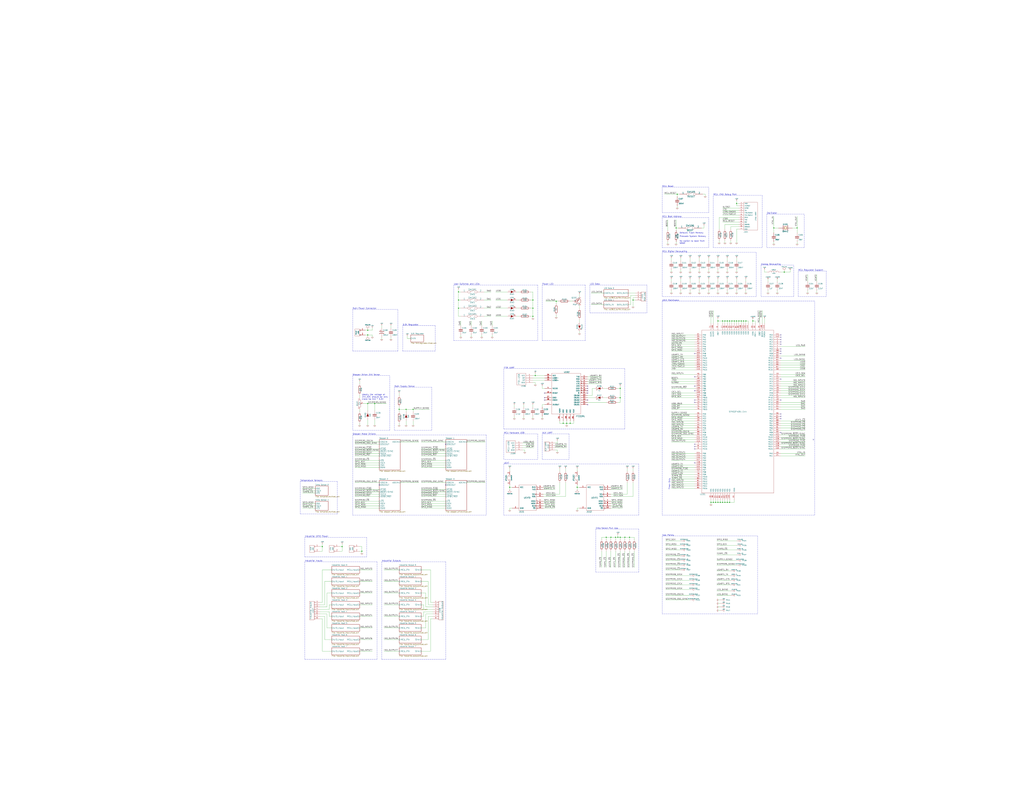
<source format=kicad_sch>
(kicad_sch (version 20211123) (generator eeschema)
  (paper "E")
  (title_block (title "Main Schematic (MCU and the rest)") (date "21 jan 2014"))
  (junction (at 408.94 440.69))
  (junction (at 676.91 586.74))
  (junction (at 500.38 336.55))
  (junction (at 373.38 596.9))
  (junction (at 500.38 327.66))
  (junction (at 778.51 548.64))
  (junction (at 351.79 596.9))
  (junction (at 394.97 601.98))
  (junction (at 821.69 350.52))
  (junction (at 844.55 248.92))
  (junction (at 581.66 336.55))
  (junction (at 666.75 586.74))
  (junction (at 793.75 350.52))
  (junction (at 796.29 350.52))
  (junction (at 500.38 318.77))
  (junction (at 401.32 360.68))
  (junction (at 737.87 248.92))
  (junction (at 450.85 447.04))
  (junction (at 783.59 548.64))
  (junction (at 556.26 532.13))
  (junction (at 793.75 548.64))
  (junction (at 676.91 434.34))
  (junction (at 401.32 440.69))
  (junction (at 629.92 532.13))
  (junction (at 671.83 586.74))
  (junction (at 811.53 350.52))
  (junction (at 614.68 462.28))
  (junction (at 618.49 462.28))
  (junction (at 803.91 350.52))
  (junction (at 676.91 424.18))
  (junction (at 775.97 548.64))
  (junction (at 788.67 548.64))
  (junction (at 808.99 350.52))
  (junction (at 786.13 548.64))
  (junction (at 869.95 248.92))
  (junction (at 690.88 327.66))
  (junction (at 781.05 548.64))
  (junction (at 581.66 327.66))
  (junction (at 783.59 350.52))
  (junction (at 855.98 297.18))
  (junction (at 796.29 548.64))
  (junction (at 801.37 350.52))
  (junction (at 607.06 328.93))
  (junction (at 803.91 222.25))
  (junction (at 798.83 350.52))
  (junction (at 791.21 350.52))
  (junction (at 435.61 447.04))
  (junction (at 681.99 586.74))
  (junction (at 814.07 350.52))
  (junction (at 788.67 350.52))
  (junction (at 622.3 462.28))
  (junction (at 791.21 548.64))
  (junction (at 806.45 350.52))
  (junction (at 661.67 586.74))
  (junction (at 687.07 586.74))
  (junction (at 584.2 410.21))
  (junction (at 674.37 586.74))
  (junction (at 581.66 345.44))
  (junction (at 401.32 365.76))
  (junction (at 739.14 212.09))
  (junction (at 443.23 447.04))
  (no_connect (at 852.17 391.16))
  (no_connect (at 887.73 480.06))
  (no_connect (at 852.17 454.66))
  (no_connect (at 758.19 426.72))
  (no_connect (at 641.35 429.26))
  (no_connect (at 641.35 436.88))
  (no_connect (at 758.19 487.68))
  (no_connect (at 758.19 436.88))
  (no_connect (at 641.35 421.64))
  (no_connect (at 758.19 439.42))
  (no_connect (at 594.36 434.34))
  (no_connect (at 758.19 490.22))
  (no_connect (at 641.35 424.18))
  (no_connect (at 852.17 370.84))
  (no_connect (at 486.41 529.59))
  (no_connect (at 852.17 365.76))
  (no_connect (at 641.35 426.72))
  (no_connect (at 852.17 414.02))
  (no_connect (at 758.19 421.64))
  (no_connect (at 758.19 505.46))
  (no_connect (at 758.19 411.48))
  (no_connect (at 414.02 529.59))
  (no_connect (at 852.17 457.2))
  (no_connect (at 852.17 436.88))
  (no_connect (at 594.36 429.26))
  (no_connect (at 852.17 472.44))
  (no_connect (at 852.17 373.38))
  (no_connect (at 852.17 386.08))
  (no_connect (at 852.17 381))
  (no_connect (at 852.17 383.54))
  (no_connect (at 852.17 452.12))
  (no_connect (at 852.17 368.3))
  (no_connect (at 641.35 441.96))
  (no_connect (at 594.36 436.88))
  (no_connect (at 486.41 485.14))
  (no_connect (at 758.19 386.08))
  (no_connect (at 758.19 485.14))
  (no_connect (at 852.17 375.92))
  (wire (pts (xy 435.61 447.04) (xy 443.23 447.04)))
  (wire (pts (xy 629.92 532.13) (xy 632.46 532.13)))
  (wire (pts (xy 392.43 647.7) (xy 406.4 647.7)))
  (wire (pts (xy 803.91 224.79) (xy 806.45 224.79)))
  (wire (pts (xy 732.79 368.3) (xy 758.19 368.3)))
  (wire (pts (xy 788.67 350.52) (xy 791.21 350.52)))
  (polyline (pts (xy 384.81 562.61) (xy 530.86 562.61)))
  (wire (pts (xy 392.43 685.8) (xy 406.4 685.8)))
  (wire (pts (xy 387.35 495.3) (xy 414.02 495.3)))
  (wire (pts (xy 784.86 237.49) (xy 784.86 250.19)))
  (wire (pts (xy 852.17 393.7) (xy 878.84 393.7)))
  (polyline (pts (xy 826.77 585.47) (xy 826.77 670.56)))
  (wire (pts (xy 684.53 511.81) (xy 684.53 514.35)))
  (polyline (pts (xy 384.81 410.21) (xy 384.81 469.9)))
  (wire (pts (xy 419.1 635) (xy 435.61 635)))
  (wire (pts (xy 797.56 638.81) (xy 782.32 638.81)))
  (polyline (pts (xy 825.5 323.85) (xy 722.63 323.85)))
  (wire (pts (xy 435.61 462.28) (xy 435.61 464.82)))
  (wire (pts (xy 728.98 264.16) (xy 728.98 266.7)))
  (polyline (pts (xy 530.86 474.98) (xy 384.81 474.98)))
  (wire (pts (xy 679.45 552.45) (xy 666.75 552.45)))
  (wire (pts (xy 852.17 401.32) (xy 878.84 401.32)))
  (polyline (pts (xy 866.14 323.85) (xy 866.14 289.56)))
  (wire (pts (xy 469.9 711.2) (xy 469.9 675.64)))
  (polyline (pts (xy 586.74 473.71) (xy 586.74 501.65)))
  (wire (pts (xy 570.23 483.87) (xy 582.93 483.87)))
  (wire (pts (xy 852.17 441.96) (xy 878.84 441.96)))
  (wire (pts (xy 361.95 711.2) (xy 351.79 711.2)))
  (wire (pts (xy 763.27 281.94) (xy 763.27 284.48)))
  (wire (pts (xy 354.33 635) (xy 354.33 660.4)))
  (wire (pts (xy 732.79 396.24) (xy 758.19 396.24)))
  (wire (pts (xy 618.49 462.28) (xy 622.3 462.28)))
  (wire (pts (xy 793.75 350.52) (xy 796.29 350.52)))
  (wire (pts (xy 408.94 440.69) (xy 408.94 448.31)))
  (polyline (pts (xy 773.43 237.49) (xy 722.63 237.49)))
  (wire (pts (xy 803.91 350.52) (xy 806.45 350.52)))
  (wire (pts (xy 791.21 350.52) (xy 791.21 353.06)))
  (wire (pts (xy 500.38 318.77) (xy 500.38 327.66)))
  (wire (pts (xy 783.59 666.75) (xy 786.13 666.75)))
  (wire (pts (xy 732.79 480.06) (xy 758.19 480.06)))
  (wire (pts (xy 563.88 345.44) (xy 566.42 345.44)))
  (polyline (pts (xy 439.42 355.6) (xy 474.98 355.6)))
  (wire (pts (xy 373.38 596.9) (xy 373.38 601.98)))
  (wire (pts (xy 525.78 355.6) (xy 525.78 350.52)))
  (wire (pts (xy 690.88 325.12) (xy 690.88 327.66)))
  (wire (pts (xy 681.99 589.28) (xy 681.99 586.74)))
  (wire (pts (xy 732.79 388.62) (xy 758.19 388.62)))
  (wire (pts (xy 693.42 322.58) (xy 688.34 322.58)))
  (wire (pts (xy 416.56 355.6) (xy 416.56 358.14)))
  (wire (pts (xy 661.67 601.98) (xy 661.67 619.76)))
  (wire (pts (xy 878.84 490.22) (xy 852.17 490.22)))
  (polyline (pts (xy 549.91 473.71) (xy 586.74 473.71)))
  (wire (pts (xy 408.94 440.69) (xy 421.64 440.69)))
  (wire (pts (xy 739.14 224.79) (xy 739.14 227.33)))
  (polyline (pts (xy 549.91 506.73) (xy 549.91 562.61)))
  (wire (pts (xy 797.56 247.65) (xy 797.56 250.19)))
  (wire (pts (xy 753.11 304.8) (xy 753.11 307.34)))
  (wire (pts (xy 581.66 410.21) (xy 584.2 410.21)))
  (wire (pts (xy 330.2 554.99) (xy 344.17 554.99)))
  (wire (pts (xy 502.92 365.76) (xy 502.92 368.3)))
  (wire (pts (xy 398.78 365.76) (xy 401.32 365.76)))
  (polyline (pts (xy 430.53 469.9) (xy 471.17 469.9)))
  (wire (pts (xy 808.99 350.52) (xy 808.99 353.06)))
  (wire (pts (xy 681.99 586.74) (xy 687.07 586.74)))
  (wire (pts (xy 684.53 539.75) (xy 666.75 539.75)))
  (wire (pts (xy 502.92 355.6) (xy 502.92 350.52)))
  (wire (pts (xy 782.32 645.16) (xy 797.56 645.16)))
  (wire (pts (xy 676.91 424.18) (xy 674.37 424.18)))
  (wire (pts (xy 783.59 317.5) (xy 783.59 320.04)))
  (wire (pts (xy 435.61 444.5) (xy 435.61 447.04)))
  (wire (pts (xy 553.72 345.44) (xy 541.02 345.44)))
  (wire (pts (xy 605.79 549.91) (xy 593.09 549.91)))
  (wire (pts (xy 632.46 361.95) (xy 632.46 364.49)))
  (wire (pts (xy 740.41 248.92) (xy 737.87 248.92)))
  (wire (pts (xy 401.32 365.76) (xy 401.32 367.03)))
  (wire (pts (xy 387.35 490.22) (xy 414.02 490.22)))
  (wire (pts (xy 605.79 534.67) (xy 593.09 534.67)))
  (wire (pts (xy 783.59 350.52) (xy 788.67 350.52)))
  (wire (pts (xy 351.79 601.98) (xy 349.25 601.98)))
  (polyline (pts (xy 332.74 720.09) (xy 411.48 720.09)))
  (wire (pts (xy 351.79 675.64) (xy 349.25 675.64)))
  (wire (pts (xy 732.79 474.98) (xy 758.19 474.98)))
  (wire (pts (xy 737.87 264.16) (xy 737.87 266.7)))
  (wire (pts (xy 737.87 240.03) (xy 737.87 248.92)))
  (wire (pts (xy 528.32 345.44) (xy 535.94 345.44)))
  (wire (pts (xy 783.59 281.94) (xy 783.59 284.48)))
  (polyline (pts (xy 591.82 473.71) (xy 621.03 473.71)))
  (wire (pts (xy 622.3 328.93) (xy 624.84 328.93)))
  (wire (pts (xy 401.32 458.47) (xy 401.32 464.82)))
  (wire (pts (xy 629.92 554.99) (xy 632.46 554.99)))
  (wire (pts (xy 758.19 444.5) (xy 732.79 444.5)))
  (wire (pts (xy 618.49 462.28) (xy 618.49 464.82)))
  (wire (pts (xy 732.79 304.8) (xy 732.79 307.34)))
  (polyline (pts (xy 430.53 469.9) (xy 430.53 422.91)))
  (wire (pts (xy 528.32 336.55) (xy 535.94 336.55)))
  (wire (pts (xy 614.68 462.28) (xy 618.49 462.28)))
  (polyline (pts (xy 697.23 624.84) (xy 697.23 577.85)))
  (wire (pts (xy 648.97 424.18) (xy 646.43 424.18)))
  (wire (pts (xy 778.51 339.09) (xy 778.51 353.06)))
  (wire (pts (xy 571.5 441.96) (xy 571.5 444.5)))
  (wire (pts (xy 467.36 635) (xy 467.36 660.4)))
  (wire (pts (xy 459.74 635) (xy 467.36 635)))
  (polyline (pts (xy 638.81 311.15) (xy 591.82 311.15)))
  (wire (pts (xy 614.68 459.74) (xy 614.68 462.28)))
  (wire (pts (xy 351.79 622.3) (xy 351.79 657.86)))
  (wire (pts (xy 629.92 511.81) (xy 629.92 514.35)))
  (wire (pts (xy 758.19 533.4) (xy 732.79 533.4)))
  (wire (pts (xy 869.95 248.92) (xy 864.87 248.92)))
  (wire (pts (xy 726.44 595.63) (xy 742.95 595.63)))
  (wire (pts (xy 435.61 429.26) (xy 435.61 431.8)))
  (wire (pts (xy 330.2 535.94) (xy 344.17 535.94)))
  (wire (pts (xy 824.23 350.52) (xy 824.23 353.06)))
  (wire (pts (xy 459.74 510.54) (xy 486.41 510.54)))
  (polyline (pts (xy 495.3 311.15) (xy 495.3 372.11)))
  (polyline (pts (xy 722.63 204.47) (xy 722.63 232.41)))
  (polyline (pts (xy 773.43 204.47) (xy 722.63 204.47)))
  (polyline (pts (xy 871.22 323.85) (xy 871.22 295.91)))
  (wire (pts (xy 852.17 421.64) (xy 878.84 421.64)))
  (polyline (pts (xy 778.51 270.51) (xy 778.51 213.36)))
  (wire (pts (xy 359.41 660.4) (xy 359.41 665.48)))
  (wire (pts (xy 351.79 596.9) (xy 351.79 601.98)))
  (wire (pts (xy 436.88 527.05) (xy 457.2 527.05)))
  (wire (pts (xy 435.61 447.04) (xy 435.61 449.58)))
  (wire (pts (xy 563.88 336.55) (xy 566.42 336.55)))
  (wire (pts (xy 605.79 491.49) (xy 608.33 491.49)))
  (wire (pts (xy 726.44 622.3) (xy 742.95 622.3)))
  (wire (pts (xy 459.74 502.92) (xy 486.41 502.92)))
  (wire (pts (xy 775.97 548.64) (xy 778.51 548.64)))
  (wire (pts (xy 387.35 527.05) (xy 414.02 527.05)))
  (wire (pts (xy 556.26 529.59) (xy 556.26 532.13)))
  (wire (pts (xy 561.34 454.66) (xy 561.34 457.2)))
  (wire (pts (xy 392.43 711.2) (xy 406.4 711.2)))
  (wire (pts (xy 803.91 617.22) (xy 782.32 617.22)))
  (wire (pts (xy 758.19 403.86) (xy 732.79 403.86)))
  (wire (pts (xy 459.74 505.46) (xy 486.41 505.46)))
  (wire (pts (xy 361.95 635) (xy 354.33 635)))
  (wire (pts (xy 844.55 248.92) (xy 844.55 254)))
  (wire (pts (xy 821.69 347.98) (xy 821.69 350.52)))
  (wire (pts (xy 753.11 281.94) (xy 753.11 284.48)))
  (wire (pts (xy 782.32 650.24) (xy 797.56 650.24)))
  (wire (pts (xy 878.84 431.8) (xy 852.17 431.8)))
  (wire (pts (xy 459.74 622.3) (xy 469.9 622.3)))
  (polyline (pts (xy 830.58 323.85) (xy 866.14 323.85)))
  (polyline (pts (xy 439.42 383.54) (xy 439.42 355.6)))
  (wire (pts (xy 791.21 548.64) (xy 793.75 548.64)))
  (wire (pts (xy 676.91 586.74) (xy 681.99 586.74)))
  (wire (pts (xy 462.28 660.4) (xy 462.28 665.48)))
  (wire (pts (xy 725.17 212.09) (xy 739.14 212.09)))
  (wire (pts (xy 801.37 350.52) (xy 803.91 350.52)))
  (wire (pts (xy 758.19 528.32) (xy 732.79 528.32)))
  (wire (pts (xy 387.35 542.29) (xy 414.02 542.29)))
  (wire (pts (xy 753.11 317.5) (xy 753.11 320.04)))
  (wire (pts (xy 459.74 542.29) (xy 486.41 542.29)))
  (wire (pts (xy 783.59 662.94) (xy 786.13 662.94)))
  (polyline (pts (xy 826.77 670.56) (xy 722.63 670.56)))
  (wire (pts (xy 791.21 245.11) (xy 791.21 250.19)))
  (wire (pts (xy 387.35 552.45) (xy 414.02 552.45)))
  (wire (pts (xy 852.17 495.3) (xy 878.84 495.3)))
  (polyline (pts (xy 831.85 270.51) (xy 778.51 270.51)))
  (polyline (pts (xy 877.57 270.51) (xy 877.57 233.68)))
  (wire (pts (xy 459.74 490.22) (xy 486.41 490.22)))
  (polyline (pts (xy 638.81 372.11) (xy 638.81 311.15)))
  (wire (pts (xy 732.79 454.66) (xy 758.19 454.66)))
  (polyline (pts (xy 332.74 586.74) (xy 400.05 586.74)))
  (wire (pts (xy 584.2 407.67) (xy 584.2 410.21)))
  (wire (pts (xy 656.59 601.98) (xy 656.59 619.76)))
  (wire (pts (xy 758.19 452.12) (xy 732.79 452.12)))
  (wire (pts (xy 419.1 711.2) (xy 435.61 711.2)))
  (wire (pts (xy 806.45 245.11) (xy 791.21 245.11)))
  (wire (pts (xy 796.29 548.64) (xy 801.37 548.64)))
  (wire (pts (xy 572.77 491.49) (xy 572.77 494.03)))
  (wire (pts (xy 605.79 547.37) (xy 593.09 547.37)))
  (wire (pts (xy 742.95 317.5) (xy 742.95 320.04)))
  (polyline (pts (xy 697.23 506.73) (xy 549.91 506.73)))
  (wire (pts (xy 450.85 447.04) (xy 468.63 447.04)))
  (polyline (pts (xy 778.51 269.24) (xy 778.51 269.24)))
  (wire (pts (xy 387.35 554.99) (xy 414.02 554.99)))
  (wire (pts (xy 617.22 511.81) (xy 617.22 514.35)))
  (wire (pts (xy 676.91 439.42) (xy 674.37 439.42)))
  (wire (pts (xy 556.26 532.13) (xy 556.26 534.67)))
  (wire (pts (xy 500.38 327.66) (xy 500.38 336.55)))
  (wire (pts (xy 758.19 416.56) (xy 732.79 416.56)))
  (wire (pts (xy 459.74 547.37) (xy 486.41 547.37)))
  (wire (pts (xy 509.27 482.6) (xy 529.59 482.6)))
  (wire (pts (xy 791.21 548.64) (xy 791.21 546.1)))
  (wire (pts (xy 844.55 236.22) (xy 844.55 248.92)))
  (wire (pts (xy 500.38 316.23) (xy 500.38 318.77)))
  (wire (pts (xy 354.33 673.1) (xy 349.25 673.1)))
  (wire (pts (xy 537.21 355.6) (xy 537.21 350.52)))
  (wire (pts (xy 852.17 434.34) (xy 878.84 434.34)))
  (wire (pts (xy 848.36 317.5) (xy 848.36 320.04)))
  (wire (pts (xy 330.2 549.91) (xy 344.17 549.91)))
  (wire (pts (xy 459.74 527.05) (xy 486.41 527.05)))
  (wire (pts (xy 392.43 447.04) (xy 392.43 449.58)))
  (wire (pts (xy 674.37 586.74) (xy 676.91 586.74)))
  (wire (pts (xy 584.2 417.83) (xy 584.2 420.37)))
  (wire (pts (xy 666.75 601.98) (xy 666.75 619.76)))
  (wire (pts (xy 728.98 240.03) (xy 728.98 251.46)))
  (wire (pts (xy 570.23 486.41) (xy 582.93 486.41)))
  (wire (pts (xy 763.27 294.64) (xy 763.27 297.18)))
  (wire (pts (xy 806.45 227.33) (xy 788.67 227.33)))
  (wire (pts (xy 387.35 510.54) (xy 414.02 510.54)))
  (wire (pts (xy 803.91 222.25) (xy 806.45 222.25)))
  (polyline (pts (xy 384.81 469.9) (xy 425.45 469.9)))
  (polyline (pts (xy 722.63 232.41) (xy 773.43 232.41)))
  (polyline (pts (xy 332.74 608.33) (xy 400.05 608.33)))
  (wire (pts (xy 401.32 359.41) (xy 401.32 360.68)))
  (polyline (pts (xy 425.45 469.9) (xy 425.45 410.21)))
  (wire (pts (xy 646.43 424.18) (xy 646.43 431.8)))
  (wire (pts (xy 726.44 607.06) (xy 742.95 607.06)))
  (wire (pts (xy 775.97 546.1) (xy 775.97 548.64)))
  (wire (pts (xy 773.43 304.8) (xy 773.43 307.34)))
  (wire (pts (xy 584.2 410.21) (xy 594.36 410.21)))
  (wire (pts (xy 661.67 589.28) (xy 661.67 586.74)))
  (polyline (pts (xy 871.22 295.91) (xy 901.7 295.91)))
  (wire (pts (xy 782.32 590.55) (xy 803.91 590.55)))
  (polyline (pts (xy 384.81 337.82) (xy 384.81 383.54)))
  (wire (pts (xy 834.39 297.18) (xy 836.93 297.18)))
  (wire (pts (xy 571.5 454.66) (xy 571.5 457.2)))
  (wire (pts (xy 351.79 657.86) (xy 349.25 657.86)))
  (wire (pts (xy 419.1 685.8) (xy 435.61 685.8)))
  (wire (pts (xy 401.32 440.69) (xy 408.94 440.69)))
  (wire (pts (xy 525.78 365.76) (xy 525.78 368.3)))
  (wire (pts (xy 758.19 401.32) (xy 732.79 401.32)))
  (wire (pts (xy 459.74 482.6) (xy 486.41 482.6)))
  (wire (pts (xy 778.51 546.1) (xy 778.51 548.64)))
  (polyline (pts (xy 474.98 383.54) (xy 439.42 383.54)))
  (wire (pts (xy 797.56 623.57) (xy 782.32 623.57)))
  (wire (pts (xy 814.07 317.5) (xy 814.07 320.04)))
  (wire (pts (xy 659.13 424.18) (xy 661.67 424.18)))
  (polyline (pts (xy 384.81 410.21) (xy 425.45 410.21)))
  (wire (pts (xy 459.74 552.45) (xy 486.41 552.45)))
  (wire (pts (xy 793.75 548.64) (xy 793.75 546.1)))
  (wire (pts (xy 394.97 596.9) (xy 394.97 601.98)))
  (wire (pts (xy 392.43 416.56) (xy 392.43 419.1)))
  (wire (pts (xy 791.21 262.89) (xy 791.21 265.43)))
  (wire (pts (xy 878.84 474.98) (xy 852.17 474.98)))
  (polyline (pts (xy 831.85 213.36) (xy 831.85 270.51)))
  (wire (pts (xy 838.2 317.5) (xy 838.2 320.04)))
  (wire (pts (xy 671.83 586.74) (xy 674.37 586.74)))
  (wire (pts (xy 878.84 477.52) (xy 852.17 477.52)))
  (wire (pts (xy 373.38 594.36) (xy 373.38 596.9)))
  (wire (pts (xy 732.79 441.96) (xy 758.19 441.96)))
  (wire (pts (xy 811.53 350.52) (xy 814.07 350.52)))
  (wire (pts (xy 419.1 622.3) (xy 435.61 622.3)))
  (wire (pts (xy 610.87 539.75) (xy 593.09 539.75)))
  (wire (pts (xy 821.69 350.52) (xy 821.69 353.06)))
  (wire (pts (xy 659.13 434.34) (xy 661.67 434.34)))
  (wire (pts (xy 570.23 491.49) (xy 572.77 491.49)))
  (wire (pts (xy 806.45 350.52) (xy 808.99 350.52)))
  (wire (pts (xy 852.17 439.42) (xy 878.84 439.42)))
  (wire (pts (xy 629.92 557.53) (xy 629.92 554.99)))
  (polyline (pts (xy 471.17 469.9) (xy 471.17 422.91)))
  (wire (pts (xy 629.92 529.59) (xy 629.92 532.13)))
  (wire (pts (xy 387.35 549.91) (xy 414.02 549.91)))
  (wire (pts (xy 556.26 511.81) (xy 556.26 514.35)))
  (wire (pts (xy 758.19 398.78) (xy 732.79 398.78)))
  (wire (pts (xy 629.92 532.13) (xy 629.92 534.67)))
  (wire (pts (xy 605.79 532.13) (xy 593.09 532.13)))
  (wire (pts (xy 459.74 660.4) (xy 462.28 660.4)))
  (wire (pts (xy 467.36 698.5) (xy 467.36 673.1)))
  (wire (pts (xy 462.28 665.48) (xy 472.44 665.48)))
  (wire (pts (xy 581.66 327.66) (xy 579.12 327.66)))
  (wire (pts (xy 500.38 336.55) (xy 502.92 336.55)))
  (wire (pts (xy 788.67 350.52) (xy 788.67 353.06)))
  (wire (pts (xy 607.06 344.17) (xy 607.06 346.71)))
  (wire (pts (xy 416.56 368.3) (xy 416.56 370.84)))
  (wire (pts (xy 803.91 294.64) (xy 803.91 297.18)))
  (wire (pts (xy 758.19 383.54) (xy 732.79 383.54)))
  (wire (pts (xy 394.97 596.9) (xy 392.43 596.9)))
  (wire (pts (xy 373.38 601.98) (xy 370.84 601.98)))
  (wire (pts (xy 878.84 424.18) (xy 852.17 424.18)))
  (polyline (pts (xy 825.5 275.59) (xy 825.5 323.85)))
  (wire (pts (xy 553.72 336.55) (xy 541.02 336.55)))
  (wire (pts (xy 419.1 673.1) (xy 435.61 673.1)))
  (wire (pts (xy 618.49 488.95) (xy 605.79 488.95)))
  (wire (pts (xy 679.45 532.13) (xy 666.75 532.13)))
  (wire (pts (xy 732.79 502.92) (xy 758.19 502.92)))
  (wire (pts (xy 869.95 248.92) (xy 869.95 254)))
  (wire (pts (xy 798.83 350.52) (xy 801.37 350.52)))
  (wire (pts (xy 808.99 350.52) (xy 811.53 350.52)))
  (wire (pts (xy 661.67 586.74) (xy 666.75 586.74)))
  (wire (pts (xy 387.35 539.75) (xy 414.02 539.75)))
  (wire (pts (xy 632.46 334.01) (xy 632.46 336.55)))
  (wire (pts (xy 788.67 548.64) (xy 791.21 548.64)))
  (wire (pts (xy 676.91 434.34) (xy 676.91 439.42)))
  (wire (pts (xy 361.95 660.4) (xy 359.41 660.4)))
  (polyline (pts (xy 530.86 474.98) (xy 530.86 562.61)))
  (wire (pts (xy 763.27 317.5) (xy 763.27 320.04)))
  (polyline (pts (xy 650.24 624.84) (xy 697.23 624.84)))
  (wire (pts (xy 459.74 497.84) (xy 486.41 497.84)))
  (wire (pts (xy 855.98 297.18) (xy 862.33 297.18)))
  (wire (pts (xy 605.79 483.87) (xy 608.33 483.87)))
  (wire (pts (xy 361.95 685.8) (xy 356.87 685.8)))
  (wire (pts (xy 581.66 441.96) (xy 581.66 444.5)))
  (wire (pts (xy 581.66 336.55) (xy 579.12 336.55)))
  (wire (pts (xy 844.55 264.16) (xy 844.55 266.7)))
  (wire (pts (xy 732.79 429.26) (xy 758.19 429.26)))
  (wire (pts (xy 419.1 660.4) (xy 435.61 660.4)))
  (wire (pts (xy 459.74 685.8) (xy 464.82 685.8)))
  (wire (pts (xy 581.66 327.66) (xy 581.66 336.55)))
  (wire (pts (xy 354.33 660.4) (xy 349.25 660.4)))
  (wire (pts (xy 356.87 670.56) (xy 349.25 670.56)))
  (wire (pts (xy 459.74 492.76) (xy 486.41 492.76)))
  (wire (pts (xy 783.59 304.8) (xy 783.59 307.34)))
  (polyline (pts (xy 411.48 720.09) (xy 411.48 613.41)))
  (polyline (pts (xy 722.63 270.51) (xy 773.43 270.51)))
  (wire (pts (xy 398.78 360.68) (xy 401.32 360.68)))
  (wire (pts (xy 330.2 533.4) (xy 344.17 533.4)))
  (wire (pts (xy 581.66 345.44) (xy 579.12 345.44)))
  (polyline (pts (xy 722.63 275.59) (xy 825.5 275.59)))
  (polyline (pts (xy 327.66 561.34) (xy 327.66 525.78)))
  (wire (pts (xy 646.43 431.8) (xy 641.35 431.8)))
  (wire (pts (xy 831.85 339.09) (xy 831.85 353.06)))
  (wire (pts (xy 803.91 317.5) (xy 803.91 320.04)))
  (wire (pts (xy 732.79 500.38) (xy 758.19 500.38)))
  (polyline (pts (xy 836.93 270.51) (xy 877.57 270.51)))
  (polyline (pts (xy 722.63 562.61) (xy 889 562.61)))
  (wire (pts (xy 690.88 511.81) (xy 690.88 514.35)))
  (wire (pts (xy 671.83 589.28) (xy 671.83 586.74)))
  (polyline (pts (xy 722.63 237.49) (xy 722.63 270.51)))
  (wire (pts (xy 758.19 419.1) (xy 732.79 419.1)))
  (wire (pts (xy 426.72 368.3) (xy 426.72 370.84)))
  (wire (pts (xy 622.3 459.74) (xy 622.3 462.28)))
  (polyline (pts (xy 773.43 270.51) (xy 773.43 237.49)))
  (wire (pts (xy 783.59 548.64) (xy 783.59 546.1)))
  (wire (pts (xy 617.22 527.05) (xy 617.22 542.29)))
  (wire (pts (xy 763.27 304.8) (xy 763.27 307.34)))
  (wire (pts (xy 768.35 246.38) (xy 768.35 248.92)))
  (wire (pts (xy 814.07 304.8) (xy 814.07 307.34)))
  (wire (pts (xy 758.19 523.24) (xy 732.79 523.24)))
  (wire (pts (xy 459.74 711.2) (xy 469.9 711.2)))
  (wire (pts (xy 690.88 327.66) (xy 690.88 335.28)))
  (wire (pts (xy 726.44 633.73) (xy 753.11 633.73)))
  (wire (pts (xy 656.59 586.74) (xy 661.67 586.74)))
  (wire (pts (xy 852.17 297.18) (xy 855.98 297.18)))
  (wire (pts (xy 773.43 317.5) (xy 773.43 320.04)))
  (wire (pts (xy 778.51 548.64) (xy 781.05 548.64)))
  (wire (pts (xy 387.35 485.14) (xy 414.02 485.14)))
  (wire (pts (xy 553.72 318.77) (xy 541.02 318.77)))
  (wire (pts (xy 786.13 548.64) (xy 788.67 548.64)))
  (wire (pts (xy 387.35 537.21) (xy 414.02 537.21)))
  (wire (pts (xy 783.59 294.64) (xy 783.59 297.18)))
  (polyline (pts (xy 368.3 561.34) (xy 327.66 561.34)))
  (wire (pts (xy 563.88 327.66) (xy 566.42 327.66)))
  (wire (pts (xy 581.66 336.55) (xy 581.66 345.44)))
  (polyline (pts (xy 495.3 372.11) (xy 586.74 372.11)))
  (wire (pts (xy 732.79 317.5) (xy 732.79 320.04)))
  (wire (pts (xy 878.84 482.6) (xy 852.17 482.6)))
  (wire (pts (xy 459.74 539.75) (xy 486.41 539.75)))
  (wire (pts (xy 641.35 416.56) (xy 656.59 416.56)))
  (wire (pts (xy 797.56 628.65) (xy 782.32 628.65)))
  (wire (pts (xy 726.44 643.89) (xy 753.11 643.89)))
  (wire (pts (xy 758.19 424.18) (xy 732.79 424.18)))
  (wire (pts (xy 459.74 508) (xy 486.41 508)))
  (wire (pts (xy 758.19 393.7) (xy 732.79 393.7)))
  (wire (pts (xy 594.36 441.96) (xy 591.82 441.96)))
  (wire (pts (xy 821.69 350.52) (xy 824.23 350.52)))
  (wire (pts (xy 758.19 378.46) (xy 732.79 378.46)))
  (wire (pts (xy 690.88 527.05) (xy 690.88 542.29)))
  (polyline (pts (xy 586.74 372.11) (xy 586.74 311.15)))
  (wire (pts (xy 796.29 350.52) (xy 798.83 350.52)))
  (wire (pts (xy 394.97 601.98) (xy 392.43 601.98)))
  (wire (pts (xy 758.19 391.16) (xy 732.79 391.16)))
  (wire (pts (xy 803.91 350.52) (xy 803.91 353.06)))
  (wire (pts (xy 426.72 355.6) (xy 426.72 358.14)))
  (polyline (pts (xy 400.05 586.74) (xy 400.05 608.33)))
  (wire (pts (xy 769.62 212.09) (xy 769.62 214.63)))
  (wire (pts (xy 852.17 396.24) (xy 878.84 396.24)))
  (wire (pts (xy 459.74 698.5) (xy 467.36 698.5)))
  (wire (pts (xy 626.11 462.28) (xy 626.11 459.74)))
  (polyline (pts (xy 722.63 328.93) (xy 722.63 562.61)))
  (wire (pts (xy 783.59 350.52) (xy 783.59 353.06)))
  (wire (pts (xy 351.79 596.9) (xy 349.25 596.9)))
  (wire (pts (xy 758.19 515.62) (xy 732.79 515.62)))
  (polyline (pts (xy 706.12 311.15) (xy 643.89 311.15)))
  (polyline (pts (xy 368.3 525.78) (xy 368.3 561.34)))
  (wire (pts (xy 464.82 647.7) (xy 464.82 662.94)))
  (polyline (pts (xy 681.99 402.59) (xy 681.99 468.63)))
  (wire (pts (xy 591.82 424.18) (xy 594.36 424.18)))
  (wire (pts (xy 693.42 327.66) (xy 690.88 327.66)))
  (wire (pts (xy 852.17 408.94) (xy 878.84 408.94)))
  (wire (pts (xy 469.9 622.3) (xy 469.9 657.86)))
  (wire (pts (xy 581.66 417.83) (xy 584.2 417.83)))
  (wire (pts (xy 462.28 668.02) (xy 472.44 668.02)))
  (wire (pts (xy 692.15 586.74) (xy 692.15 589.28)))
  (wire (pts (xy 459.74 647.7) (xy 464.82 647.7)))
  (polyline (pts (xy 889 562.61) (xy 889 328.93)))
  (wire (pts (xy 641.35 411.48) (xy 656.59 411.48)))
  (wire (pts (xy 732.79 508) (xy 758.19 508)))
  (wire (pts (xy 373.38 596.9) (xy 370.84 596.9)))
  (wire (pts (xy 848.36 304.8) (xy 848.36 307.34)))
  (wire (pts (xy 464.82 670.56) (xy 472.44 670.56)))
  (wire (pts (xy 648.97 434.34) (xy 641.35 434.34)))
  (wire (pts (xy 641.35 419.1) (xy 656.59 419.1)))
  (wire (pts (xy 392.43 431.8) (xy 392.43 434.34)))
  (wire (pts (xy 595.63 328.93) (xy 607.06 328.93)))
  (wire (pts (xy 443.23 447.04) (xy 450.85 447.04)))
  (wire (pts (xy 401.32 360.68) (xy 406.4 360.68)))
  (wire (pts (xy 514.35 355.6) (xy 514.35 350.52)))
  (polyline (pts (xy 549.91 562.61) (xy 697.23 562.61)))
  (wire (pts (xy 891.54 317.5) (xy 891.54 320.04)))
  (polyline (pts (xy 486.41 720.09) (xy 486.41 613.41)))
  (wire (pts (xy 591.82 454.66) (xy 591.82 457.2)))
  (wire (pts (xy 786.13 655.32) (xy 783.59 655.32)))
  (wire (pts (xy 758.19 447.04) (xy 732.79 447.04)))
  (wire (pts (xy 330.2 552.45) (xy 344.17 552.45)))
  (wire (pts (xy 608.33 483.87) (xy 608.33 481.33)))
  (wire (pts (xy 450.85 459.74) (xy 450.85 464.82)))
  (wire (pts (xy 500.38 345.44) (xy 502.92 345.44)))
  (wire (pts (xy 726.44 638.81) (xy 753.11 638.81)))
  (wire (pts (xy 676.91 601.98) (xy 676.91 619.76)))
  (wire (pts (xy 464.82 685.8) (xy 464.82 670.56)))
  (wire (pts (xy 676.91 421.64) (xy 676.91 424.18)))
  (wire (pts (xy 796.29 548.64) (xy 796.29 546.1)))
  (wire (pts (xy 666.75 586.74) (xy 671.83 586.74)))
  (wire (pts (xy 814.07 350.52) (xy 816.61 350.52)))
  (wire (pts (xy 444.5 367.03) (xy 444.5 369.57)))
  (wire (pts (xy 500.38 336.55) (xy 500.38 345.44)))
  (wire (pts (xy 881.38 317.5) (xy 881.38 320.04)))
  (wire (pts (xy 758.19 365.76) (xy 732.79 365.76)))
  (wire (pts (xy 396.24 440.69) (xy 401.32 440.69)))
  (wire (pts (xy 768.35 248.92) (xy 765.81 248.92)))
  (wire (pts (xy 392.43 462.28) (xy 392.43 464.82)))
  (wire (pts (xy 742.95 281.94) (xy 742.95 284.48)))
  (wire (pts (xy 781.05 548.64) (xy 781.05 546.1)))
  (wire (pts (xy 803.91 219.71) (xy 803.91 222.25)))
  (wire (pts (xy 783.59 548.64) (xy 786.13 548.64)))
  (wire (pts (xy 758.19 375.92) (xy 732.79 375.92)))
  (wire (pts (xy 838.2 304.8) (xy 838.2 307.34)))
  (wire (pts (xy 852.17 378.46) (xy 878.84 378.46)))
  (wire (pts (xy 793.75 294.64) (xy 793.75 297.18)))
  (wire (pts (xy 732.79 495.3) (xy 758.19 495.3)))
  (polyline (pts (xy 471.17 422.91) (xy 430.53 422.91)))
  (wire (pts (xy 632.46 349.25) (xy 632.46 351.79)))
  (wire (pts (xy 726.44 628.65) (xy 753.11 628.65)))
  (wire (pts (xy 679.45 547.37) (xy 666.75 547.37)))
  (wire (pts (xy 726.44 650.24) (xy 753.11 650.24)))
  (wire (pts (xy 387.35 502.92) (xy 414.02 502.92)))
  (wire (pts (xy 617.22 542.29) (xy 593.09 542.29)))
  (wire (pts (xy 855.98 295.91) (xy 855.98 297.18)))
  (wire (pts (xy 563.88 318.77) (xy 566.42 318.77)))
  (wire (pts (xy 732.79 281.94) (xy 732.79 284.48)))
  (wire (pts (xy 608.33 491.49) (xy 608.33 494.03)))
  (wire (pts (xy 693.42 325.12) (xy 690.88 325.12)))
  (wire (pts (xy 392.43 635) (xy 406.4 635)))
  (wire (pts (xy 758.19 462.28) (xy 732.79 462.28)))
  (wire (pts (xy 775.97 548.64) (xy 775.97 551.18)))
  (wire (pts (xy 610.87 511.81) (xy 610.87 514.35)))
  (wire (pts (xy 401.32 365.76) (xy 406.4 365.76)))
  (wire (pts (xy 739.14 212.09) (xy 739.14 214.63)))
  (wire (pts (xy 685.8 320.04) (xy 693.42 320.04)))
  (wire (pts (xy 387.35 508) (xy 414.02 508)))
  (polyline (pts (xy 332.74 613.41) (xy 332.74 720.09)))
  (wire (pts (xy 852.17 416.56) (xy 878.84 416.56)))
  (wire (pts (xy 732.79 467.36) (xy 758.19 467.36)))
  (polyline (pts (xy 332.74 608.33) (xy 332.74 586.74)))
  (wire (pts (xy 406.4 360.68) (xy 406.4 358.14)))
  (wire (pts (xy 732.79 510.54) (xy 758.19 510.54)))
  (wire (pts (xy 732.79 469.9) (xy 758.19 469.9)))
  (wire (pts (xy 726.44 617.22) (xy 742.95 617.22)))
  (wire (pts (xy 782.32 595.63) (xy 803.91 595.63)))
  (wire (pts (xy 607.06 328.93) (xy 609.6 328.93)))
  (wire (pts (xy 676.91 424.18) (xy 676.91 434.34)))
  (wire (pts (xy 356.87 647.7) (xy 356.87 662.94)))
  (wire (pts (xy 788.67 548.64) (xy 788.67 546.1)))
  (wire (pts (xy 852.17 469.9) (xy 878.84 469.9)))
  (wire (pts (xy 459.74 673.1) (xy 462.28 673.1)))
  (polyline (pts (xy 416.56 613.41) (xy 416.56 720.09)))
  (wire (pts (xy 796.29 350.52) (xy 796.29 353.06)))
  (wire (pts (xy 878.84 480.06) (xy 852.17 480.06)))
  (wire (pts (xy 732.79 434.34) (xy 758.19 434.34)))
  (wire (pts (xy 392.43 673.1) (xy 406.4 673.1)))
  (wire (pts (xy 806.45 229.87) (xy 788.67 229.87)))
  (wire (pts (xy 732.79 370.84) (xy 758.19 370.84)))
  (wire (pts (xy 444.5 369.57) (xy 448.31 369.57)))
  (wire (pts (xy 443.23 459.74) (xy 443.23 464.82)))
  (wire (pts (xy 758.19 457.2) (xy 732.79 457.2)))
  (wire (pts (xy 581.66 412.75) (xy 594.36 412.75)))
  (wire (pts (xy 878.84 411.48) (xy 852.17 411.48)))
  (wire (pts (xy 793.75 350.52) (xy 793.75 353.06)))
  (wire (pts (xy 773.43 281.94) (xy 773.43 284.48)))
  (wire (pts (xy 742.95 304.8) (xy 742.95 307.34)))
  (wire (pts (xy 681.99 601.98) (xy 681.99 619.76)))
  (wire (pts (xy 881.38 299.72) (xy 881.38 307.34)))
  (wire (pts (xy 758.19 408.94) (xy 732.79 408.94)))
  (wire (pts (xy 782.32 600.71) (xy 803.91 600.71)))
  (wire (pts (xy 852.17 447.04) (xy 878.84 447.04)))
  (wire (pts (xy 392.43 660.4) (xy 406.4 660.4)))
  (wire (pts (xy 690.88 542.29) (xy 666.75 542.29)))
  (wire (pts (xy 803.91 222.25) (xy 803.91 224.79)))
  (wire (pts (xy 610.87 459.74) (xy 610.87 462.28)))
  (wire (pts (xy 330.2 538.48) (xy 344.17 538.48)))
  (wire (pts (xy 782.32 605.79) (xy 803.91 605.79)))
  (wire (pts (xy 591.82 421.64) (xy 591.82 424.18)))
  (wire (pts (xy 570.23 488.95) (xy 582.93 488.95)))
  (wire (pts (xy 679.45 549.91) (xy 666.75 549.91)))
  (wire (pts (xy 852.17 467.36) (xy 878.84 467.36)))
  (wire (pts (xy 803.91 612.14) (xy 782.32 612.14)))
  (wire (pts (xy 852.17 462.28) (xy 878.84 462.28)))
  (wire (pts (xy 509.27 527.05) (xy 529.59 527.05)))
  (wire (pts (xy 500.38 318.77) (xy 502.92 318.77)))
  (polyline (pts (xy 722.63 585.47) (xy 826.77 585.47)))
  (wire (pts (xy 361.95 622.3) (xy 351.79 622.3)))
  (wire (pts (xy 739.14 212.09) (xy 741.68 212.09)))
  (wire (pts (xy 783.59 347.98) (xy 783.59 350.52)))
  (wire (pts (xy 862.33 297.18) (xy 862.33 294.64)))
  (wire (pts (xy 622.3 462.28) (xy 626.11 462.28)))
  (wire (pts (xy 758.19 525.78) (xy 732.79 525.78)))
  (wire (pts (xy 878.84 485.14) (xy 852.17 485.14)))
  (wire (pts (xy 732.79 482.6) (xy 758.19 482.6)))
  (wire (pts (xy 793.75 281.94) (xy 793.75 284.48)))
  (polyline (pts (xy 384.81 383.54) (xy 434.34 383.54)))
  (wire (pts (xy 834.39 347.98) (xy 834.39 353.06)))
  (wire (pts (xy 679.45 534.67) (xy 666.75 534.67)))
  (wire (pts (xy 878.84 487.68) (xy 852.17 487.68)))
  (wire (pts (xy 878.84 426.72) (xy 852.17 426.72)))
  (wire (pts (xy 401.32 440.69) (xy 401.32 448.31)))
  (polyline (pts (xy 722.63 585.47) (xy 722.63 670.56)))
  (polyline (pts (xy 836.93 233.68) (xy 836.93 270.51)))
  (wire (pts (xy 351.79 711.2) (xy 351.79 675.64)))
  (wire (pts (xy 656.59 586.74) (xy 656.59 589.28)))
  (wire (pts (xy 581.66 318.77) (xy 581.66 327.66)))
  (polyline (pts (xy 591.82 372.11) (xy 638.81 372.11)))
  (wire (pts (xy 528.32 318.77) (xy 535.94 318.77)))
  (polyline (pts (xy 549.91 468.63) (xy 549.91 402.59)))
  (polyline (pts (xy 681.99 468.63) (xy 549.91 468.63)))
  (wire (pts (xy 687.07 601.98) (xy 687.07 619.76)))
  (wire (pts (xy 773.43 294.64) (xy 773.43 297.18)))
  (wire (pts (xy 459.74 534.67) (xy 486.41 534.67)))
  (wire (pts (xy 459.74 549.91) (xy 486.41 549.91)))
  (wire (pts (xy 852.17 403.86) (xy 878.84 403.86)))
  (wire (pts (xy 726.44 655.32) (xy 753.11 655.32)))
  (wire (pts (xy 806.45 240.03) (xy 788.67 240.03)))
  (wire (pts (xy 803.91 250.19) (xy 803.91 265.43)))
  (polyline (pts (xy 830.58 289.56) (xy 866.14 289.56)))
  (wire (pts (xy 829.31 339.09) (xy 829.31 353.06)))
  (wire (pts (xy 419.1 647.7) (xy 435.61 647.7)))
  (wire (pts (xy 387.35 492.76) (xy 414.02 492.76)))
  (wire (pts (xy 869.95 236.22) (xy 869.95 248.92)))
  (wire (pts (xy 361.95 647.7) (xy 356.87 647.7)))
  (polyline (pts (xy 706.12 341.63) (xy 706.12 311.15)))
  (polyline (pts (xy 591.82 501.65) (xy 591.82 473.71)))
  (wire (pts (xy 758.19 381) (xy 732.79 381)))
  (polyline (pts (xy 586.74 501.65) (xy 549.91 501.65)))
  (wire (pts (xy 726.44 590.55) (xy 742.95 590.55)))
  (wire (pts (xy 537.21 365.76) (xy 537.21 368.3)))
  (wire (pts (xy 556.26 554.99) (xy 558.8 554.99)))
  (wire (pts (xy 392.43 622.3) (xy 406.4 622.3)))
  (polyline (pts (xy 697.23 562.61) (xy 697.23 506.73)))
  (wire (pts (xy 443.23 447.04) (xy 443.23 449.58)))
  (wire (pts (xy 469.9 675.64) (xy 472.44 675.64)))
  (wire (pts (xy 387.35 505.46) (xy 414.02 505.46)))
  (wire (pts (xy 556.26 532.13) (xy 558.8 532.13)))
  (polyline (pts (xy 549.91 402.59) (xy 681.99 402.59)))
  (wire (pts (xy 784.86 262.89) (xy 784.86 265.43)))
  (polyline (pts (xy 621.03 501.65) (xy 591.82 501.65)))
  (wire (pts (xy 459.74 537.21) (xy 486.41 537.21)))
  (wire (pts (xy 806.45 247.65) (xy 797.56 247.65)))
  (polyline (pts (xy 486.41 613.41) (xy 416.56 613.41)))
  (wire (pts (xy 459.74 554.99) (xy 486.41 554.99)))
  (wire (pts (xy 806.45 250.19) (xy 803.91 250.19)))
  (polyline (pts (xy 830.58 289.56) (xy 830.58 323.85)))
  (wire (pts (xy 758.19 459.74) (xy 732.79 459.74)))
  (polyline (pts (xy 778.51 213.36) (xy 831.85 213.36)))
  (wire (pts (xy 561.34 441.96) (xy 561.34 444.5)))
  (polyline (pts (xy 384.81 474.98) (xy 384.81 562.61)))
  (wire (pts (xy 528.32 327.66) (xy 535.94 327.66)))
  (wire (pts (xy 758.19 464.82) (xy 732.79 464.82)))
  (wire (pts (xy 797.56 633.73) (xy 782.32 633.73)))
  (wire (pts (xy 852.17 497.84) (xy 878.84 497.84)))
  (wire (pts (xy 767.08 212.09) (xy 769.62 212.09)))
  (wire (pts (xy 671.83 601.98) (xy 671.83 619.76)))
  (wire (pts (xy 801.37 548.64) (xy 801.37 546.1)))
  (wire (pts (xy 793.75 548.64) (xy 796.29 548.64)))
  (wire (pts (xy 732.79 497.84) (xy 758.19 497.84)))
  (wire (pts (xy 742.95 294.64) (xy 742.95 297.18)))
  (wire (pts (xy 878.84 429.26) (xy 852.17 429.26)))
  (wire (pts (xy 732.79 294.64) (xy 732.79 297.18)))
  (wire (pts (xy 679.45 554.99) (xy 666.75 554.99)))
  (wire (pts (xy 387.35 534.67) (xy 414.02 534.67)))
  (wire (pts (xy 798.83 350.52) (xy 798.83 353.06)))
  (wire (pts (xy 793.75 304.8) (xy 793.75 307.34)))
  (wire (pts (xy 459.74 495.3) (xy 486.41 495.3)))
  (wire (pts (xy 394.97 601.98) (xy 394.97 604.52)))
  (wire (pts (xy 726.44 600.71) (xy 742.95 600.71)))
  (wire (pts (xy 687.07 586.74) (xy 692.15 586.74)))
  (wire (pts (xy 753.11 294.64) (xy 753.11 297.18)))
  (wire (pts (xy 356.87 662.94) (xy 349.25 662.94)))
  (wire (pts (xy 581.66 454.66) (xy 581.66 457.2)))
  (polyline (pts (xy 901.7 323.85) (xy 871.22 323.85)))
  (wire (pts (xy 732.79 431.8) (xy 758.19 431.8)))
  (wire (pts (xy 464.82 662.94) (xy 472.44 662.94)))
  (polyline (pts (xy 901.7 295.91) (xy 901.7 323.85)))
  (polyline (pts (xy 621.03 473.71) (xy 621.03 501.65)))
  (wire (pts (xy 803.91 281.94) (xy 803.91 284.48)))
  (wire (pts (xy 783.59 659.13) (xy 786.13 659.13)))
  (polyline (pts (xy 416.56 720.09) (xy 486.41 720.09)))
  (wire (pts (xy 469.9 657.86) (xy 472.44 657.86)))
  (wire (pts (xy 556.26 557.53) (xy 556.26 554.99)))
  (wire (pts (xy 806.45 232.41) (xy 788.67 232.41)))
  (wire (pts (xy 553.72 327.66) (xy 541.02 327.66)))
  (wire (pts (xy 356.87 685.8) (xy 356.87 670.56)))
  (wire (pts (xy 607.06 331.47) (xy 607.06 328.93)))
  (wire (pts (xy 676.91 589.28) (xy 676.91 586.74)))
  (wire (pts (xy 361.95 673.1) (xy 359.41 673.1)))
  (wire (pts (xy 351.79 594.36) (xy 351.79 596.9)))
  (wire (pts (xy 610.87 527.05) (xy 610.87 539.75)))
  (wire (pts (xy 359.41 673.1) (xy 359.41 668.02)))
  (polyline (pts (xy 643.89 311.15) (xy 643.89 341.63)))
  (wire (pts (xy 814.07 350.52) (xy 814.07 353.06)))
  (wire (pts (xy 618.49 459.74) (xy 618.49 462.28)))
  (wire (pts (xy 732.79 472.44) (xy 758.19 472.44)))
  (wire (pts (xy 661.67 439.42) (xy 641.35 439.42)))
  (wire (pts (xy 354.33 698.5) (xy 354.33 673.1)))
  (wire (pts (xy 791.21 350.52) (xy 793.75 350.52)))
  (wire (pts (xy 786.13 548.64) (xy 786.13 546.1)))
  (wire (pts (xy 419.1 698.5) (xy 435.61 698.5)))
  (wire (pts (xy 803.91 304.8) (xy 803.91 307.34)))
  (wire (pts (xy 793.75 317.5) (xy 793.75 320.04)))
  (polyline (pts (xy 591.82 311.15) (xy 591.82 372.11)))
  (wire (pts (xy 462.28 673.1) (xy 462.28 668.02)))
  (wire (pts (xy 726.44 612.14) (xy 742.95 612.14)))
  (wire (pts (xy 852.17 459.74) (xy 878.84 459.74)))
  (wire (pts (xy 610.87 462.28) (xy 614.68 462.28)))
  (wire (pts (xy 732.79 520.7) (xy 758.19 520.7)))
  (wire (pts (xy 514.35 365.76) (xy 514.35 368.3)))
  (wire (pts (xy 878.84 398.78) (xy 852.17 398.78)))
  (wire (pts (xy 436.88 482.6) (xy 457.2 482.6)))
  (wire (pts (xy 387.35 497.84) (xy 414.02 497.84)))
  (wire (pts (xy 450.85 447.04) (xy 450.85 449.58)))
  (polyline (pts (xy 586.74 311.15) (xy 495.3 311.15)))
  (wire (pts (xy 645.16 320.04) (xy 659.13 320.04)))
  (wire (pts (xy 387.35 482.6) (xy 414.02 482.6)))
  (polyline (pts (xy 773.43 232.41) (xy 773.43 204.47)))
  (wire (pts (xy 666.75 589.28) (xy 666.75 586.74)))
  (wire (pts (xy 869.95 264.16) (xy 869.95 266.7)))
  (wire (pts (xy 732.79 518.16) (xy 758.19 518.16)))
  (wire (pts (xy 732.79 373.38) (xy 758.19 373.38)))
  (wire (pts (xy 891.54 299.72) (xy 891.54 307.34)))
  (wire (pts (xy 732.79 477.52) (xy 758.19 477.52)))
  (wire (pts (xy 737.87 248.92) (xy 737.87 251.46)))
  (wire (pts (xy 781.05 548.64) (xy 783.59 548.64)))
  (wire (pts (xy 406.4 365.76) (xy 406.4 368.3)))
  (wire (pts (xy 788.67 242.57) (xy 806.45 242.57)))
  (wire (pts (xy 806.45 234.95) (xy 788.67 234.95)))
  (wire (pts (xy 692.15 601.98) (xy 692.15 619.76)))
  (polyline (pts (xy 411.48 613.41) (xy 332.74 613.41)))
  (wire (pts (xy 852.17 444.5) (xy 878.84 444.5)))
  (wire (pts (xy 618.49 486.41) (xy 605.79 486.41)))
  (wire (pts (xy 797.56 262.89) (xy 797.56 265.43)))
  (wire (pts (xy 688.34 322.58) (xy 688.34 332.74)))
  (wire (pts (xy 392.43 698.5) (xy 406.4 698.5)))
  (wire (pts (xy 581.66 415.29) (xy 594.36 415.29)))
  (polyline (pts (xy 549.91 501.65) (xy 549.91 473.71)))
  (wire (pts (xy 605.79 552.45) (xy 593.09 552.45)))
  (wire (pts (xy 591.82 441.96) (xy 591.82 444.5)))
  (polyline (pts (xy 877.57 233.68) (xy 836.93 233.68)))
  (wire (pts (xy 361.95 698.5) (xy 354.33 698.5)))
  (wire (pts (xy 816.61 350.52) (xy 816.61 353.06)))
  (wire (pts (xy 852.17 388.62) (xy 878.84 388.62)))
  (wire (pts (xy 674.37 586.74) (xy 674.37 584.2)))
  (wire (pts (xy 758.19 414.02) (xy 732.79 414.02)))
  (polyline (pts (xy 434.34 337.82) (xy 384.81 337.82)))
  (wire (pts (xy 758.19 513.08) (xy 732.79 513.08)))
  (wire (pts (xy 605.79 554.99) (xy 593.09 554.99)))
  (wire (pts (xy 852.17 419.1) (xy 878.84 419.1)))
  (wire (pts (xy 500.38 327.66) (xy 502.92 327.66)))
  (wire (pts (xy 834.39 294.64) (xy 834.39 297.18)))
  (wire (pts (xy 645.16 332.74) (xy 659.13 332.74)))
  (polyline (pts (xy 650.24 577.85) (xy 650.24 624.84)))
  (wire (pts (xy 581.66 345.44) (xy 581.66 347.98)))
  (wire (pts (xy 674.37 434.34) (xy 676.91 434.34)))
  (wire (pts (xy 359.41 665.48) (xy 349.25 665.48)))
  (wire (pts (xy 387.35 547.37) (xy 414.02 547.37)))
  (wire (pts (xy 467.36 660.4) (xy 472.44 660.4)))
  (wire (pts (xy 408.94 458.47) (xy 408.94 464.82)))
  (polyline (pts (xy 722.63 323.85) (xy 722.63 275.59)))
  (polyline (pts (xy 889 328.93) (xy 722.63 328.93)))
  (wire (pts (xy 775.97 339.09) (xy 775.97 353.06)))
  (wire (pts (xy 687.07 589.28) (xy 687.07 586.74)))
  (polyline (pts (xy 474.98 355.6) (xy 474.98 383.54)))
  (wire (pts (xy 688.34 332.74) (xy 685.8 332.74)))
  (wire (pts (xy 852.17 464.82) (xy 878.84 464.82)))
  (wire (pts (xy 758.19 530.86) (xy 732.79 530.86)))
  (wire (pts (xy 811.53 350.52) (xy 811.53 353.06)))
  (wire (pts (xy 359.41 668.02) (xy 349.25 668.02)))
  (wire (pts (xy 641.35 414.02) (xy 656.59 414.02)))
  (wire (pts (xy 581.66 318.77) (xy 579.12 318.77)))
  (wire (pts (xy 684.53 527.05) (xy 684.53 539.75)))
  (wire (pts (xy 806.45 237.49) (xy 784.86 237.49)))
  (wire (pts (xy 849.63 248.92) (xy 844.55 248.92)))
  (wire (pts (xy 632.46 321.31) (xy 632.46 323.85)))
  (polyline (pts (xy 434.34 383.54) (xy 434.34 337.82)))
  (wire (pts (xy 806.45 350.52) (xy 806.45 353.06)))
  (wire (pts (xy 801.37 350.52) (xy 801.37 353.06)))
  (polyline (pts (xy 327.66 525.78) (xy 368.3 525.78)))
  (polyline (pts (xy 643.89 341.63) (xy 706.12 341.63)))
  (polyline (pts (xy 697.23 577.85) (xy 650.24 577.85)))
  (wire (pts (xy 467.36 673.1) (xy 472.44 673.1)))
  (text "LED Data" (at 643.89 311.15 0) (effects (font (size 1.524 1.524)) (justify left bottom)))
  (text "UEXT" (at 549.91 506.73 0) (effects (font (size 1.524 1.524)) (justify left bottom)))
  (text "UNIX Mainframe" (at 722.63 328.93 0) (effects (font (size 1.524 1.524)) (justify left bottom)))
  (text "FTDI UART" (at 549.91 402.59 0) (effects (font (size 1.524 1.524)) (justify left bottom)))
  (text "Stepper Motor Drivers" (at 384.81 474.98 0) (effects (font (size 1.524 1.524)) (justify left bottom)))
  (text "3.3V Regulator" (at 439.42 355.6 0) (effects (font (size 1.524 1.524)) (justify left bottom)))
  (text "AUX UART" (at 591.82 473.71 0) (effects (font (size 1.524 1.524)) (justify left bottom)))
  (text "Power LED" (at 591.82 311.15 0) (effects (font (size 1.524 1.524)) (justify left bottom)))
  (text "Timer Only" (at 731.52 534.67 90) (effects (font (size 1.524 1.524)) (justify left bottom)))
  (text "Main Power Connector" (at 384.81 337.82 0) (effects (font (size 1.524 1.524)) (justify left bottom)))
  (text "Oscillator" (at 836.93 233.68 0) (effects (font (size 1.524 1.524)) (justify left bottom)))
  (text "Default: Flash Memory" (at 741.68 255.27 0) (effects (font (size 1.524 1.524)) (justify left bottom)))
  (text "Analog Decoupling" (at 830.58 289.56 0) (effects (font (size 1.524 1.524)) (justify left bottom)))
  (text "Stepper Driver 24V Sense" (at 384.81 410.21 0) (effects (font (size 1.524 1.524)) (justify left bottom)))
  (text "Industrial Outputs" (at 416.56 613.41 0) (effects (font (size 1.524 1.524)) (justify left bottom)))
  (text "User Switches and LEDs" (at 495.3 311.15 0) (effects (font (size 1.524 1.524)) (justify left bottom)))
  (text "Pressed: System Memory" (at 741.68 259.08 0) (effects (font (size 1.524 1.524)) (justify left bottom)))
  (text "Test Points" (at 722.63 585.47 0) (effects (font (size 1.524 1.524)) (justify left bottom)))
  (text "Industrial Inputs" (at 332.74 613.41 0) (effects (font (size 1.524 1.524)) (justify left bottom)))
  (text "MCU Hardware USB" (at 549.91 473.71 0) (effects (font (size 1.524 1.524)) (justify left bottom)))
  (text "Chip Select Pull Ups" (at 650.24 577.85 0) (effects (font (size 1.524 1.524)) (justify left bottom)))
  (text "Ideally the voltage at\n24V_ADC should be very\nclose to: 0.5 * 3.3V" (at 394.97 436.88 0) (effects (font (size 1.524 1.524)) (justify left bottom)))
  (text "MCU JTAG Debug Port" (at 778.51 213.36 0) (effects (font (size 1.524 1.524)) (justify left bottom)))
  (text "No option to boot from\nSRAM" (at 741.68 266.7 0) (effects (font (size 1.524 1.524)) (justify left bottom)))
  (text "Industrial GPIO Power" (at 332.74 586.74 0) (effects (font (size 1.524 1.524)) (justify left bottom)))
  (text "MCU Regulator Support" (at 871.22 295.91 0) (effects (font (size 1.524 1.524)) (justify left bottom)))
  (text "Main Supply Sense" (at 430.53 422.91 0) (effects (font (size 1.524 1.524)) (justify left bottom)))
  (text "MCU Boot Address" (at 722.63 237.49 0) (effects (font (size 1.524 1.524)) (justify left bottom)))
  (text "Temperature Sensors" (at 327.66 525.78 0) (effects (font (size 1.524 1.524)) (justify left bottom)))
  (text "MCU Reset" (at 722.63 204.47 0) (effects (font (size 1.524 1.524)) (justify left bottom)))
  (text "MCU Digital Decoupling" (at 722.63 275.59 0) (effects (font (size 1.524 1.524)) (justify left bottom)))
  (label "I2C2_SDA" (at 595.63 542.29 0) (effects (font (size 1.524 1.524))))
  (label "STEPPER2_~{BUSY}/SYNC" (at 387.35 537.21 0) (effects (font (size 1.524 1.524))))
  (label "STEPPER0_STCK" (at 878.84 424.18 180) (effects (font (size 1.524 1.524))))
  (label "VCAP2" (at 778.51 339.09 270) (effects (font (size 1.524 1.524))))
  (label "SPI3_MISO" (at 330.2 533.4 0) (effects (font (size 1.524 1.524))))
  (label "LED0" (at 541.02 318.77 0) (effects (font (size 1.524 1.524))))
  (label "SPI2_MOSI" (at 387.35 552.45 0) (effects (font (size 1.524 1.524))))
  (label "USART1_RX" (at 782.32 623.57 0) (effects (font (size 1.524 1.524))))
  (label "STEPPER3_~{BUSY}/SYNC" (at 878.84 490.22 180) (effects (font (size 1.524 1.524))))
  (label "SPI2_SCK" (at 459.74 505.46 0) (effects (font (size 1.524 1.524))))
  (label "BOOT1" (at 732.79 414.02 0) (effects (font (size 1.524 1.524))))
  (label "LED_DATA1" (at 782.32 650.24 0) (effects (font (size 1.524 1.524))))
  (label "LED3" (at 541.02 345.44 0) (effects (font (size 1.524 1.524))))
  (label "STEPPER2_~{CS}" (at 878.84 467.36 180) (effects (font (size 1.524 1.524))))
  (label "SW2" (at 535.94 336.55 180) (effects (font (size 1.524 1.524))))
  (label "STEPPERS_OSC_SYNC" (at 459.74 527.05 0) (effects (font (size 1.524 1.524))))
  (label "USART1_TX" (at 656.59 414.02 180) (effects (font (size 1.524 1.524))))
  (label "LED_DATA1" (at 645.16 332.74 0) (effects (font (size 1.524 1.524))))
  (label "IND_INPUT0" (at 878.84 416.56 180) (effects (font (size 1.524 1.524))))
  (label "SPI1_MOSI" (at 605.79 549.91 180) (effects (font (size 1.524 1.524))))
  (label "SW1" (at 535.94 327.66 180) (effects (font (size 1.524 1.524))))
  (label "MCU_RESET" (at 788.67 242.57 0) (effects (font (size 1.524 1.524))))
  (label "IND_INPUT2" (at 732.79 530.86 0) (effects (font (size 1.524 1.524))))
  (label "STEPPERS_OSC_SYNC" (at 726.44 655.32 0) (effects (font (size 1.524 1.524))))
  (label "LED3" (at 878.84 396.24 180) (effects (font (size 1.524 1.524))))
  (label "IND_OUTPUT4" (at 419.1 673.1 0) (effects (font (size 1.524 1.524))))
  (label "IND_INPUT4" (at 406.4 673.1 180) (effects (font (size 1.524 1.524))))
  (label "STEPPER0_~{CS}" (at 878.84 462.28 180) (effects (font (size 1.524 1.524))))
  (label "SPI1_MISO" (at 732.79 381 0) (effects (font (size 1.524 1.524))))
  (label "IND_INPUT0" (at 732.79 525.78 0) (effects (font (size 1.524 1.524))))
  (label "USART1_TX" (at 782.32 628.65 0) (effects (font (size 1.524 1.524))))
  (label "SPI2_SCK" (at 459.74 549.91 0) (effects (font (size 1.524 1.524))))
  (label "SPI2_MOSI" (at 459.74 508 0) (effects (font (size 1.524 1.524))))
  (label "USART1_TX" (at 732.79 388.62 0) (effects (font (size 1.524 1.524))))
  (label "SPI3_SCK" (at 330.2 535.94 0) (effects (font (size 1.524 1.524))))
  (label "IND_INPUT3" (at 878.84 434.34 180) (effects (font (size 1.524 1.524))))
  (label "STEPPER2_STCK" (at 726.44 638.81 0) (effects (font (size 1.524 1.524))))
  (label "SPI3_SCK" (at 782.32 595.63 0) (effects (font (size 1.524 1.524))))
  (label "I2C2_SCL" (at 595.63 539.75 0) (effects (font (size 1.524 1.524))))
  (label "STEPPER2_~{CS}" (at 687.07 619.76 90) (effects (font (size 1.524 1.524))))
  (label "IND_OUTPUT5" (at 419.1 685.8 0) (effects (font (size 1.524 1.524))))
  (label "JTDO" (at 732.79 416.56 0) (effects (font (size 1.524 1.524))))
  (label "LED_DATA1" (at 878.84 393.7 180) (effects (font (size 1.524 1.524))))
  (label "IND_INPUT5" (at 406.4 685.8 180) (effects (font (size 1.524 1.524))))
  (label "STEPPERS_OSCIN" (at 726.44 650.24 0) (effects (font (size 1.524 1.524))))
  (label "STEPPERS_SENSE" (at 457.2 482.6 180) (effects (font (size 1.524 1.524))))
  (label "XTAL_IN" (at 878.84 495.3 180) (effects (font (size 1.524 1.524))))
  (label "STEPPER3_~{CS}" (at 878.84 469.9 180) (effects (font (size 1.524 1.524))))
  (label "BOOT0" (at 737.87 240.03 270) (effects (font (size 1.524 1.524))))
  (label "STEPPER2_~{CS}" (at 726.44 617.22 0) (effects (font (size 1.524 1.524))))
  (label "LED0" (at 878.84 403.86 180) (effects (font (size 1.524 1.524))))
  (label "SW1" (at 878.84 441.96 180) (effects (font (size 1.524 1.524))))
  (label "STEPPER1_STCK" (at 459.74 495.3 0) (effects (font (size 1.524 1.524))))
  (label "UEXT0_~{CS}" (at 605.79 554.99 180) (effects (font (size 1.524 1.524))))
  (label "STEPPERS_OSC_SYNC" (at 732.79 474.98 0) (effects (font (size 1.524 1.524))))
  (label "STEPPER2_~{FLAG}" (at 878.84 482.6 180) (effects (font (size 1.524 1.524))))
  (label "STEPPER3_STCK" (at 726.44 643.89 0) (effects (font (size 1.524 1.524))))
  (label "NJTRST" (at 788.67 227.33 0) (effects (font (size 1.524 1.524))))
  (label "SPI1_MISO" (at 679.45 547.37 180) (effects (font (size 1.524 1.524))))
  (label "TEMP0_~{CS}" (at 656.59 619.76 90) (effects (font (size 1.524 1.524))))
  (label "SPI2_MISO" (at 732.79 457.2 0) (effects (font (size 1.524 1.524))))
  (label "STEPPER1_~{BUSY}/SYNC" (at 459.74 492.76 0) (effects (font (size 1.524 1.524))))
  (label "BOOT0" (at 831.85 339.09 270) (effects (font (size 1.524 1.524))))
  (label "STEPPERS_SENSE" (at 421.64 440.69 180) (effects (font (size 1.524 1.524))))
  (label "UEXT0_~{CS}" (at 732.79 375.92 0) (effects (font (size 1.524 1.524))))
  (label "SUPPLY_SENSE" (at 782.32 612.14 0) (effects (font (size 1.524 1.524))))
  (label "JTDO" (at 788.67 240.03 0) (effects (font (size 1.524 1.524))))
  (label "STEPPER2_~{CS}" (at 387.35 547.37 0) (effects (font (size 1.524 1.524))))
  (label "USART3_TX" (at 605.79 534.67 180) (effects (font (size 1.524 1.524))))
  (label "STEPPER0_~{CS}" (at 387.35 502.92 0) (effects (font (size 1.524 1.524))))
  (label "STEPPER1_~{FLAG}" (at 878.84 477.52 180) (effects (font (size 1.524 1.524))))
  (label "TEMP1_~{CS}" (at 330.2 554.99 0) (effects (font (size 1.524 1.524))))
  (label "IND_INPUT1" (at 878.84 419.1 180) (effects (font (size 1.524 1.524))))
  (label "STEPPER1_~{CS}" (at 878.84 464.82 180) (effects (font (size 1.524 1.524))))
  (label "SUPPLY_SENSE" (at 732.79 452.12 0) (effects (font (size 1.524 1.524))))
  (label "STEPPER3_~{FLAG}" (at 459.74 534.67 0) (effects (font (size 1.524 1.524))))
  (label "SW2" (at 878.84 444.5 180) (effects (font (size 1.524 1.524))))
  (label "SPI2_SCK" (at 732.79 434.34 0) (effects (font (size 1.524 1.524))))
  (label "STEPPERS_~{RST}" (at 732.79 424.18 0) (effects (font (size 1.524 1.524))))
  (label "JTCK/SWCLK" (at 732.79 401.32 0) (effects (font (size 1.524 1.524))))
  (label "STEPPERS_~{RST}" (at 459.74 497.84 0) (effects (font (size 1.524 1.524))))
  (label "USART6_TX" (at 618.49 486.41 180) (effects (font (size 1.524 1.524))))
  (label "IND_INPUT0" (at 406.4 622.3 180) (effects (font (size 1.524 1.524))))
  (label "USART6_TX" (at 732.79 467.36 0) (effects (font (size 1.524 1.524))))
  (label "LED_PWR" (at 878.84 378.46 180) (effects (font (size 1.524 1.524))))
  (label "STEPPER3_~{CS}" (at 726.44 622.3 0) (effects (font (size 1.524 1.524))))
  (label "SPI2_MISO" (at 387.35 554.99 0) (effects (font (size 1.524 1.524))))
  (label "I2C1_SDA" (at 732.79 431.8 0) (effects (font (size 1.524 1.524))))
  (label "IND_INPUT7" (at 732.79 365.76 0) (effects (font (size 1.524 1.524))))
  (label "USB_DM" (at 732.79 444.5 0) (effects (font (size 1.524 1.524))))
  (label "I2C2_SCL" (at 878.84 411.48 180) (effects (font (size 1.524 1.524))))
  (label "USB_VBUS" (at 732.79 441.96 0) (effects (font (size 1.524 1.524))))
  (label "TEMP0_~{CS}" (at 330.2 538.48 0) (effects (font (size 1.524 1.524))))
  (label "XTAL_OUT" (at 869.95 236.22 270) (effects (font (size 1.524 1.524))))
  (label "UEXT1_~{CS}" (at 878.84 459.74 180) (effects (font (size 1.524 1.524))))
  (label "UEXT0_~{CS}" (at 666.75 619.76 90) (effects (font (size 1.524 1.524))))
  (label "USART6_RX" (at 618.49 488.95 180) (effects (font (size 1.524 1.524))))
  (label "TEMP1_~{CS}" (at 732.79 523.24 0) (effects (font (size 1.524 1.524))))
  (label "XTAL_OUT" (at 878.84 497.84 180) (effects (font (size 1.524 1.524))))
  (label "IND_OUTPUT0" (at 419.1 622.3 0) (effects (font (size 1.524 1.524))))
  (label "STEPPER1_~{FLAG}" (at 459.74 490.22 0) (effects (font (size 1.524 1.524))))
  (label "SPI1_MOSI" (at 732.79 383.54 0) (effects (font (size 1.524 1.524))))
  (label "USART6_RX" (at 732.79 469.9 0) (effects (font (size 1.524 1.524))))
  (label "USART3_TX" (at 732.79 515.62 0) (effects (font (size 1.524 1.524))))
  (label "LED2" (at 541.02 336.55 0) (effects (font (size 1.524 1.524))))
  (label "USART1_RTS" (at 656.59 419.1 180) (effects (font (size 1.524 1.524))))
  (label "STEPPERS_SENSE" (at 732.79 454.66 0) (effects (font (size 1.524 1.524))))
  (label "MCU_RESET" (at 725.17 212.09 0) (effects (font (size 1.524 1.524))))
  (label "IND_INPUT6" (at 406.4 698.5 180) (effects (font (size 1.524 1.524))))
  (label "STEPPER2_STCK" (at 387.35 539.75 0) (effects (font (size 1.524 1.524))))
  (label "UEXT1_~{CS}" (at 679.45 554.99 180) (effects (font (size 1.524 1.524))))
  (label "LED2" (at 878.84 398.78 180) (effects (font (size 1.524 1.524))))
  (label "TEMP1_~{CS}" (at 782.32 605.79 0) (effects (font (size 1.524 1.524))))
  (label "JTCK/SWCLK" (at 788.67 234.95 0) (effects (font (size 1.524 1.524))))
  (label "STEPPER0_STCK" (at 726.44 628.65 0) (effects (font (size 1.524 1.524))))
  (label "USART2_RX" (at 679.45 532.13 180) (effects (font (size 1.524 1.524))))
  (label "STEPPERS_~{RST}" (at 459.74 542.29 0) (effects (font (size 1.524 1.524))))
  (label "STEPPER2_~{BUSY}/SYNC" (at 878.84 485.14 180) (effects (font (size 1.524 1.524))))
  (label "STEPPERS_SENSE" (at 782.32 617.22 0) (effects (font (size 1.524 1.524))))
  (label "USART1_CTS" (at 656.59 416.56 180) (effects (font (size 1.524 1.524))))
  (label "USART1_RTS" (at 732.79 396.24 0) (effects (font (size 1.524 1.524))))
  (label "LED1" (at 541.02 327.66 0) (effects (font (size 1.524 1.524))))
  (label "SPI2_SCK" (at 387.35 549.91 0) (effects (font (size 1.524 1.524))))
  (label "SPI2_MOSI" (at 726.44 595.63 0) (effects (font (size 1.524 1.524))))
  (label "SUPPLY_SENSE" (at 468.63 447.04 180) (effects (font (size 1.524 1.524))))
  (label "IND_OUTPUT1" (at 419.1 635 0) (effects (font (size 1.524 1.524))))
  (label "SPI1_SCK" (at 732.79 378.46 0) (effects (font (size 1.524 1.524))))
  (label "STEPPER0_~{BUSY}/SYNC" (at 387.35 492.76 0) (effects (font (size 1.524 1.524))))
  (label "SPI2_MISO" (at 726.44 600.71 0) (effects (font (size 1.524 1.524))))
  (label "STEPPERS_OSCIN" (at 387.35 482.6 0) (effects (font (size 1.524 1.524))))
  (label "SPI3_MISO" (at 330.2 549.91 0) (effects (font (size 1.524 1.524))))
  (label "IND_OUTPUT1" (at 732.79 495.3 0) (effects (font (size 1.524 1.524))))
  (label "LED_PWR" (at 595.63 328.93 0) (effects (font (size 1.524 1.524))))
  (label "IND_OUTPUT3" (at 419.1 660.4 0) (effects (font (size 1.524 1.524))))
  (label "SPI2_MOSI" (at 459.74 552.45 0) (effects (font (size 1.524 1.524))))
  (label "IND_INPUT4" (at 732.79 408.94 0) (effects (font (size 1.524 1.524))))
  (label "USART1_RX" (at 656.59 411.48 180) (effects (font (size 1.524 1.524))))
  (label "SPI1_MISO" (at 605.79 547.37 180) (effects (font (size 1.524 1.524))))
  (label "VCAP1" (at 775.97 339.09 270) (effects (font (size 1.524 1.524))))
  (label "SPI2_MISO" (at 459.74 510.54 0) (effects (font (size 1.524 1.524))))
  (label "IND_OUTPUT2" (at 732.79 497.84 0) (effects (font (size 1.524 1.524))))
  (label "STEPPER3_STCK" (at 878.84 431.8 180) (effects (font (size 1.524 1.524))))
  (label "SPI3_MISO" (at 732.79 480.06 0) (effects (font (size 1.524 1.524))))
  (label "STEPPER0_~{CS}" (at 676.91 619.76 90) (effects (font (size 1.524 1.524))))
  (label "STEPPER1_STCK" (at 726.44 633.73 0) (effects (font (size 1.524 1.524))))
  (label "JTMS/SWDIO" (at 788.67 232.41 0) (effects (font (size 1.524 1.524))))
  (label "I2C1_SDA" (at 669.29 542.29 0) (effects (font (size 1.524 1.524))))
  (label "SPI2_MOSI" (at 387.35 508 0) (effects (font (size 1.524 1.524))))
  (label "SPI2_MOSI" (at 732.79 459.74 0) (effects (font (size 1.524 1.524))))
  (label "STEPPER1_~{CS}" (at 459.74 502.92 0) (effects (font (size 1.524 1.524))))
  (label "STEPPERS_SENSE" (at 457.2 527.05 180) (effects (font (size 1.524 1.524))))
  (label "VCAP2" (at 891.54 299.72 270) (effects (font (size 1.524 1.524))))
  (label "SW3" (at 537.21 350.52 270) (effects (font (size 1.524 1.524))))
  (label "IND_OUTPUT0" (at 732.79 482.6 0) (effects (font (size 1.524 1.524))))
  (label "STEPPERS_OSC_SYNC" (at 387.35 527.05 0) (effects (font (size 1.524 1.524))))
  (label "USART1_CTS" (at 732.79 393.7 0) (effects (font (size 1.524 1.524))))
  (label "IND_OUTPUT3" (at 732.79 500.38 0) (effects (font (size 1.524 1.524))))
  (label "STEPPER0_~{FLAG}" (at 732.79 513.08 0) (effects (font (size 1.524 1.524))))
  (label "IND_INPUT3" (at 406.4 660.4 180) (effects (font (size 1.524 1.524))))
  (label "USART2_TX" (at 732.79 508 0) (effects (font (size 1.524 1.524))))
  (label "STEPPER0_STCK" (at 387.35 495.3 0) (effects (font (size 1.524 1.524))))
  (label "SW0" (at 502.92 350.52 270) (effects (font (size 1.524 1.524))))
  (label "SPI3_SCK" (at 732.79 477.52 0) (effects (font (size 1.524 1.524))))
  (label "USB_DM" (at 582.93 486.41 180) (effects (font (size 1.524 1.524))))
  (label "MCU_RESET" (at 829.31 339.09 270) (effects (font (size 1.524 1.524))))
  (label "STEPPERS_SENSE" (at 529.59 527.05 180) (effects (font (size 1.524 1.524))))
  (label "IND_INPUT2" (at 406.4 647.7 180) (effects (font (size 1.524 1.524))))
  (label "SPI2_SCK" (at 726.44 590.55 0) (effects (font (size 1.524 1.524))))
  (label "STEPPERS_SENSE" (at 529.59 482.6 180) (effects (font (size 1.524 1.524))))
  (label "USB_DP" (at 582.93 488.95 180) (effects (font (size 1.524 1.524))))
  (label "IND_OUTPUT2" (at 419.1 647.7 0) (effects (font (size 1.524 1.524))))
  (label "SPI1_SCK" (at 605.79 552.45 180) (effects (font (size 1.524 1.524))))
  (label "IND_INPUT5" (at 732.79 464.82 0) (effects (font (size 1.524 1.524))))
  (label "IND_OUTPUT6" (at 419.1 698.5 0) (effects (font (size 1.524 1.524))))
  (label "STEPPER2_STCK" (at 878.84 429.26 180) (effects (font (size 1.524 1.524))))
  (label "USB_DP" (at 732.79 447.04 0) (effects (font (size 1.524 1.524))))
  (label "STEPPER1_STCK" (at 878.84 426.72 180) (effects (font (size 1.524 1.524))))
  (label "SPI2_MISO" (at 387.35 510.54 0) (effects (font (size 1.524 1.524))))
  (label "USART2_TX" (at 679.45 534.67 180) (effects (font (size 1.524 1.524))))
  (label "BOOT1" (at 728.98 240.03 270) (effects (font (size 1.524 1.524))))
  (label "NJTRST" (at 732.79 419.1 0) (effects (font (size 1.524 1.524))))
  (label "STEPPER0_~{BUSY}/SYNC" (at 878.84 474.98 180) (effects (font (size 1.524 1.524))))
  (label "JTMS/SWDIO" (at 732.79 398.78 0) (effects (font (size 1.524 1.524))))
  (label "VCAP1" (at 881.38 299.72 270) (effects (font (size 1.524 1.524))))
  (label "STEPPER3_~{CS}" (at 692.15 619.76 90) (effects (font (size 1.524 1.524))))
  (label "SPI2_MISO" (at 459.74 554.99 0) (effects (font (size 1.524 1.524))))
  (label "IND_INPUT3" (at 732.79 533.4 0) (effects (font (size 1.524 1.524))))
  (label "USART1_RX" (at 732.79 391.16 0) (effects (font (size 1.524 1.524))))
  (label "SW3" (at 535.94 345.44 180) (effects (font (size 1.524 1.524))))
  (label "IND_INPUT2" (at 878.84 421.64 180) (effects (font (size 1.524 1.524))))
  (label "SW0" (at 878.84 439.42 180) (effects (font (size 1.524 1.524))))
  (label "TEMP0_~{CS}" (at 732.79 520.7 0) (effects (font (size 1.524 1.524))))
  (label "XTAL_IN" (at 844.55 236.22 270) (effects (font (size 1.524 1.524))))
  (label "USART3_RX" (at 732.79 518.16 0) (effects (font (size 1.524 1.524))))
  (label "LED_DATA0" (at 645.16 320.04 0) (effects (font (size 1.524 1.524))))
  (label "UEXT1_~{CS}" (at 671.83 619.76 90) (effects (font (size 1.524 1.524))))
  (label "TEMP1_~{CS}" (at 661.67 619.76 90) (effects (font (size 1.524 1.524))))
  (label "JTDI" (at 732.79 403.86 0) (effects (font (size 1.524 1.524))))
  (label "STEPPER3_~{FLAG}" (at 878.84 487.68 180) (effects (font (size 1.524 1.524))))
  (label "SW0" (at 535.94 318.77 180) (effects (font (size 1.524 1.524))))
  (label "SPI2_SCK" (at 387.35 505.46 0) (effects (font (size 1.524 1.524))))
  (label "STEPPER1_~{CS}" (at 726.44 612.14 0) (effects (font (size 1.524 1.524))))
  (label "IND_OUTPUT6" (at 732.79 370.84 0) (effects (font (size 1.524 1.524))))
  (label "SW3" (at 878.84 447.04 180) (effects (font (size 1.524 1.524))))
  (label "SPI1_SCK" (at 679.45 552.45 180) (effects (font (size 1.524 1.524))))
  (label "LED_DATA0" (at 782.32 645.16 0) (effects (font (size 1.524 1.524))))
  (label "SPI1_MOSI" (at 679.45 549.91 180) (effects (font (size 1.524 1.524))))
  (label "IND_INPUT1" (at 732.79 528.32 0) (effects (font (size 1.524 1.524))))
  (label "STEPPERS_OSCIN" (at 732.79 472.44 0) (effects (font (size 1.524 1.524))))
  (label "STEPPER3_~{BUSY}/SYNC" (at 459.74 537.21 0) (effects (font (size 1.524 1.524))))
  (label "USART3_RX" (at 605.79 532.13 180) (effects (font (size 1.524 1.524))))
  (label "STEPPER1_~{BUSY}/SYNC" (at 878.84 480.06 180) (effects (font (size 1.524 1.524))))
  (label "STEPPERS_~{RST}" (at 387.35 542.29 0) (effects (font (size 1.524 1.524))))
  (label "LED1" (at 878.84 401.32 180) (effects (font (size 1.524 1.524))))
  (label "I2C1_SCL" (at 732.79 429.26 0) (effects (font (size 1.524 1.524))))
  (label "STEPPERS_OSC_SYNC" (at 459.74 482.6 0) (effects (font (size 1.524 1.524))))
  (label "STEPPER1_~{CS}" (at 681.99 619.76 90) (effects (font (size 1.524 1.524))))
  (label "I2C2_SDA" (at 878.84 408.94 180) (effects (font (size 1.524 1.524))))
  (label "IND_OUTPUT4" (at 732.79 502.92 0) (effects (font (size 1.524 1.524))))
  (label "IND_INPUT6" (at 732.79 462.28 0) (effects (font (size 1.524 1.524))))
  (label "USART1_RTS" (at 782.32 638.81 0) (effects (font (size 1.524 1.524))))
  (label "I2C1_SCL" (at 669.29 539.75 0) (effects (font (size 1.524 1.524))))
  (label "USB_VBUS" (at 582.93 483.87 180) (effects (font (size 1.524 1.524))))
  (label "IND_INPUT7" (at 406.4 711.2 180) (effects (font (size 1.524 1.524))))
  (label "STEPPERS_~{RST}" (at 387.35 497.84 0) (effects (font (size 1.524 1.524))))
  (label "SPI3_MISO" (at 782.32 590.55 0) (effects (font (size 1.524 1.524))))
  (label "LED_DATA0" (at 878.84 388.62 180) (effects (font (size 1.524 1.524))))
  (label "IND_INPUT1" (at 406.4 635 180) (effects (font (size 1.524 1.524))))
  (label "STEPPER0_~{FLAG}" (at 387.35 490.22 0) (effects (font (size 1.524 1.524))))
  (label "JTDI" (at 788.67 229.87 0) (effects (font (size 1.524 1.524))))
  (label "SW1" (at 514.35 350.52 270) (effects (font (size 1.524 1.524))))
  (label "STEPPER2_~{FLAG}" (at 387.35 534.67 0) (effects (font (size 1.524 1.524))))
  (label "STEPPER3_STCK" (at 459.74 539.75 0) (effects (font (size 1.524 1.524))))
  (label "USART2_RX" (at 732.79 510.54 0) (effects (font (size 1.524 1.524))))
  (label "IND_OUTPUT7" (at 732.79 368.3 0) (effects (font (size 1.524 1.524))))
  (label "IND_OUTPUT7" (at 419.1 711.2 0) (effects (font (size 1.524 1.524))))
  (label "STEPPER0_~{CS}" (at 726.44 607.06 0) (effects (font (size 1.524 1.524))))
  (label "USART1_CTS" (at 782.32 633.73 0) (effects (font (size 1.524 1.524))))
  (label "STEPPER3_~{CS}" (at 459.74 547.37 0) (effects (font (size 1.524 1.524))))
  (label "SPI3_SCK" (at 330.2 552.45 0) (effects (font (size 1.524 1.524))))
  (label "IND_OUTPUT5" (at 732.79 373.38 0) (effects (font (size 1.524 1.524))))
  (label "TEMP0_~{CS}" (at 782.32 600.71 0) (effects (font (size 1.524 1.524))))
  (label "STEPPERS_OSC_SYNC" (at 387.35 485.14 0) (effects (font (size 1.524 1.524))))
  (label "SW2" (at 525.78 350.52 270) (effects (font (size 1.524 1.524))))
  (symbol (lib_id "components:STM32F405-144") (at 805.18 449.58 0) (unit 1)
    (property "Reference" "U101" (at 767.08 539.75 0) (effects (font (size 1.524 1.524))))
    (property "Value" "STM32F405-144" (at 805.18 449.58 0) (effects (font (size 1.524 1.524))))
    (property "Datasheet" "http://www.digikey.ca/product-detail/en/STM32F405ZGT6/497-11909-ND/2757671" (effects hide))
    (property "Digikey Number" "497-11909-ND" (effects hide))
  )
  (symbol (lib_id "robot_controller-rescue:GND") (at 739.14 227.33 0) (unit 1)
    (property "Reference" "#PWR01" (effects hide))
    (property "Value" "GND" (effects hide))
  )
  (symbol (lib_id "robot_controller-rescue:SPST") (at 754.38 212.09 0) (unit 1)
    (property "Reference" "SW105" (at 754.38 209.55 0) (effects (font (size 1.778 1.778))))
    (property "Value" "RESET" (at 754.38 214.63 0) (effects (font (size 1.778 1.778))))
    (property "Datasheet" "http://www.digikey.ca/product-search/en?vendor=0&keywords=FSM4JH" (effects hide))
    (property "Digikey Number" "450-1650-ND" (effects hide))
  )
  (symbol (lib_id "robot_controller-rescue:GND") (at 769.62 214.63 0) (unit 1)
    (property "Reference" "#PWR02" (effects hide))
    (property "Value" "GND" (effects hide))
  )
  (symbol (lib_id "robot_controller-rescue:+3.3V") (at 783.59 347.98 0) (unit 1)
    (property "Reference" "#PWR03" (effects hide))
    (property "Value" "+3.3V" (at 783.59 345.186 0) (effects (font (size 0.762 0.762))))
  )
  (symbol (lib_id "robot_controller-rescue:R") (at 392.43 425.45 0) (unit 1)
    (property "Reference" "R126" (at 394.462 425.45 90) (effects (font (size 1.016 1.016))))
    (property "Value" "3.3k" (at 392.6078 425.4246 90) (effects (font (size 1.016 1.016))))
    (property "Datasheet" "http://www.digikey.ca/product-detail/en/MCR50JZHJ332/RHM3.3KBGCT-ND/2291227" (effects hide))
    (property "Digikey Number" "RHM3.3KBGCT-ND" (effects hide))
  )
  (symbol (lib_id "robot_controller-rescue:R") (at 392.43 455.93 0) (unit 1)
    (property "Reference" "R128" (at 394.462 455.93 90) (effects (font (size 1.016 1.016))))
    (property "Value" "820" (at 392.6078 455.9046 90) (effects (font (size 1.016 1.016))))
    (property "Datasheet" "http://www.digikey.ca/product-detail/en/RC1608J821CS/1276-5060-1-ND/3968032" (effects hide))
    (property "Digikey Number" "1276-5060-1-ND" (effects hide))
  )
  (symbol (lib_id "robot_controller-rescue:GND") (at 392.43 464.82 0) (unit 1)
    (property "Reference" "#PWR04" (effects hide))
    (property "Value" "GND" (effects hide))
  )
  (symbol (lib_id "robot_controller-rescue:+24V") (at 392.43 416.56 0) (unit 1)
    (property "Reference" "#PWR05" (effects hide))
    (property "Value" "+24V" (at 392.43 414.02 0) (effects (font (size 0.762 0.762))))
  )
  (symbol (lib_id "robot_controller-rescue:C") (at 848.36 312.42 0) (unit 1)
    (property "Reference" "C128" (at 849.63 309.88 0) (effects (justify left)))
    (property "Value" "10nF" (at 849.63 314.96 0) (effects (justify left)))
    (property "Datasheet" "http://www.digikey.ca/product-detail/en/C1608X7R2A103K080AA/445-1304-1-ND/567706" (effects hide))
    (property "Digikey Number" "445-1304-1-ND" (effects hide))
  )
  (symbol (lib_id "robot_controller-rescue:C") (at 838.2 312.42 0) (unit 1)
    (property "Reference" "C127" (at 839.47 309.88 0) (effects (justify left)))
    (property "Value" "1uF" (at 839.47 314.96 0) (effects (justify left)))
    (property "Datasheet" "http://www.digikey.ca/product-detail/en/CL10F105ZP8NNNC/1276-1041-1-ND/3889127" (effects hide))
    (property "Digikey Number" "1276-1041-1-ND" (effects hide))
  )
  (symbol (lib_id "robot_controller-rescue:GND") (at 838.2 320.04 0) (unit 1)
    (property "Reference" "#PWR06" (effects hide))
    (property "Value" "GND" (effects hide))
  )
  (symbol (lib_id "robot_controller-rescue:GND") (at 848.36 320.04 0) (unit 1)
    (property "Reference" "#PWR07" (effects hide))
    (property "Value" "GND" (effects hide))
  )
  (symbol (lib_id "components:FT232RL") (at 618.49 429.26 0) (unit 1)
    (property "Reference" "U102" (at 618.49 406.4 0) (effects (font (size 1.524 1.524))))
    (property "Value" "FT232RL" (at 628.65 454.66 0) (effects (font (size 1.524 1.524)) (justify left)))
    (property "Datasheet" "http://www.digikey.ca/product-detail/en/FT232RL-REEL/768-1007-1-ND/1836402" (effects hide))
    (property "Digikey Number" "768-1007-1-ND" (effects hide))
  )
  (symbol (lib_id "robot_controller-rescue:GND") (at 584.2 420.37 0) (unit 1)
    (property "Reference" "#PWR048" (effects hide))
    (property "Value" "GND" (effects hide))
  )
  (symbol (lib_id "robot_controller-rescue:+5V") (at 584.2 407.67 0) (unit 1)
    (property "Reference" "#PWR049" (effects hide))
    (property "Value" "+5V" (at 584.2 405.384 0) (effects (font (size 0.762 0.762))))
  )
  (symbol (lib_id "robot_controller-rescue:+5V") (at 571.5 441.96 0) (unit 1)
    (property "Reference" "#PWR050" (effects hide))
    (property "Value" "+5V" (at 571.5 439.674 0) (effects (font (size 0.762 0.762))))
  )
  (symbol (lib_id "robot_controller-rescue:GND") (at 571.5 457.2 0) (unit 1)
    (property "Reference" "#PWR051" (effects hide))
    (property "Value" "GND" (effects hide))
  )
  (symbol (lib_id "robot_controller-rescue:+5V") (at 561.34 441.96 0) (unit 1)
    (property "Reference" "#PWR052" (effects hide))
    (property "Value" "+5V" (at 561.34 439.674 0) (effects (font (size 0.762 0.762))))
  )
  (symbol (lib_id "robot_controller-rescue:GND") (at 561.34 457.2 0) (unit 1)
    (property "Reference" "#PWR053" (effects hide))
    (property "Value" "GND" (effects hide))
  )
  (symbol (lib_id "robot_controller-rescue:C") (at 561.34 449.58 0) (unit 1)
    (property "Reference" "C130" (at 562.61 447.04 0) (effects (justify left)))
    (property "Value" "4.7uF" (at 562.61 452.12 0) (effects (justify left)))
    (property "Datasheet" "http://www.digikey.ca/product-detail/en/CL10A475KQ8NNNC/1276-1045-1-ND/3889131" (effects hide))
    (property "Digikey Number" "1276-1045-1-ND" (effects hide))
  )
  (symbol (lib_id "robot_controller-rescue:+3.3V") (at 591.82 421.64 0) (unit 1)
    (property "Reference" "#PWR054" (effects hide))
    (property "Value" "+3.3V" (at 591.82 418.846 0) (effects (font (size 0.762 0.762))))
  )
  (symbol (lib_id "robot_controller-rescue:+3.3V") (at 676.91 421.64 0) (unit 1)
    (property "Reference" "#PWR055" (effects hide))
    (property "Value" "+3.3V" (at 676.91 418.846 0) (effects (font (size 0.762 0.762))))
  )
  (symbol (lib_id "robot_controller-rescue:+3.3V") (at 803.91 219.71 0) (unit 1)
    (property "Reference" "#PWR060" (effects hide))
    (property "Value" "+3.3V" (at 803.91 216.916 0) (effects (font (size 0.762 0.762))))
  )
  (symbol (lib_id "robot_controller-rescue:GND") (at 803.91 265.43 0) (unit 1)
    (property "Reference" "#PWR061" (effects hide))
    (property "Value" "GND" (effects hide))
  )
  (symbol (lib_id "robot_controller-rescue:GND") (at 775.97 551.18 0) (unit 1)
    (property "Reference" "#PWR08" (effects hide))
    (property "Value" "GND" (effects hide))
  )
  (symbol (lib_id "robot_controller-rescue:GND") (at 581.66 457.2 0) (unit 1)
    (property "Reference" "#PWR056" (effects hide))
    (property "Value" "GND" (effects hide))
  )
  (symbol (lib_id "robot_controller-rescue:C") (at 732.79 289.56 0) (unit 1)
    (property "Reference" "C110" (at 734.06 287.02 0) (effects (justify left)))
    (property "Value" "100nF" (at 734.06 292.1 0) (effects (justify left)))
    (property "Datasheet" "http://www.digikey.ca/product-detail/en/CL10F104ZA8NNNC/1276-1011-1-ND/3889097" (effects hide))
    (property "Digikey Number" "1276-1011-1-ND" (effects hide))
  )
  (symbol (lib_id "robot_controller-rescue:+3.3V") (at 581.66 441.96 0) (unit 1)
    (property "Reference" "#PWR057" (effects hide))
    (property "Value" "+3.3V" (at 581.66 439.166 0) (effects (font (size 0.762 0.762))))
  )
  (symbol (lib_id "robot_controller-rescue:GND") (at 732.79 297.18 0) (unit 1)
    (property "Reference" "#PWR09" (effects hide))
    (property "Value" "GND" (effects hide))
  )
  (symbol (lib_id "robot_controller-rescue:GND") (at 742.95 297.18 0) (unit 1)
    (property "Reference" "#PWR010" (effects hide))
    (property "Value" "GND" (effects hide))
  )
  (symbol (lib_id "robot_controller-rescue:+3.3V") (at 732.79 281.94 0) (unit 1)
    (property "Reference" "#PWR011" (effects hide))
    (property "Value" "+3.3V" (at 732.79 279.146 0) (effects (font (size 0.762 0.762))))
  )
  (symbol (lib_id "robot_controller-rescue:+3.3V") (at 742.95 281.94 0) (unit 1)
    (property "Reference" "#PWR012" (effects hide))
    (property "Value" "+3.3V" (at 742.95 279.146 0) (effects (font (size 0.762 0.762))))
  )
  (symbol (lib_id "robot_controller-rescue:GND") (at 797.56 265.43 0) (unit 1)
    (property "Reference" "#PWR062" (effects hide))
    (property "Value" "GND" (effects hide))
  )
  (symbol (lib_id "robot_controller-rescue:GND") (at 791.21 265.43 0) (unit 1)
    (property "Reference" "#PWR063" (effects hide))
    (property "Value" "GND" (effects hide))
  )
  (symbol (lib_id "robot_controller-rescue:GND") (at 753.11 297.18 0) (unit 1)
    (property "Reference" "#PWR013" (effects hide))
    (property "Value" "GND" (effects hide))
  )
  (symbol (lib_id "robot_controller-rescue:GND") (at 763.27 297.18 0) (unit 1)
    (property "Reference" "#PWR014" (effects hide))
    (property "Value" "GND" (effects hide))
  )
  (symbol (lib_id "robot_controller-rescue:+3.3V") (at 753.11 281.94 0) (unit 1)
    (property "Reference" "#PWR015" (effects hide))
    (property "Value" "+3.3V" (at 753.11 279.146 0) (effects (font (size 0.762 0.762))))
  )
  (symbol (lib_id "robot_controller-rescue:+3.3V") (at 763.27 281.94 0) (unit 1)
    (property "Reference" "#PWR016" (effects hide))
    (property "Value" "+3.3V" (at 763.27 279.146 0) (effects (font (size 0.762 0.762))))
  )
  (symbol (lib_id "robot_controller-rescue:GND") (at 773.43 297.18 0) (unit 1)
    (property "Reference" "#PWR017" (effects hide))
    (property "Value" "GND" (effects hide))
  )
  (symbol (lib_id "robot_controller-rescue:GND") (at 783.59 297.18 0) (unit 1)
    (property "Reference" "#PWR018" (effects hide))
    (property "Value" "GND" (effects hide))
  )
  (symbol (lib_id "robot_controller-rescue:+3.3V") (at 773.43 281.94 0) (unit 1)
    (property "Reference" "#PWR019" (effects hide))
    (property "Value" "+3.3V" (at 773.43 279.146 0) (effects (font (size 0.762 0.762))))
  )
  (symbol (lib_id "robot_controller-rescue:+3.3V") (at 783.59 281.94 0) (unit 1)
    (property "Reference" "#PWR020" (effects hide))
    (property "Value" "+3.3V" (at 783.59 279.146 0) (effects (font (size 0.762 0.762))))
  )
  (symbol (lib_id "robot_controller-rescue:GND") (at 793.75 297.18 0) (unit 1)
    (property "Reference" "#PWR021" (effects hide))
    (property "Value" "GND" (effects hide))
  )
  (symbol (lib_id "robot_controller-rescue:GND") (at 803.91 297.18 0) (unit 1)
    (property "Reference" "#PWR022" (effects hide))
    (property "Value" "GND" (effects hide))
  )
  (symbol (lib_id "robot_controller-rescue:+3.3V") (at 793.75 281.94 0) (unit 1)
    (property "Reference" "#PWR023" (effects hide))
    (property "Value" "+3.3V" (at 793.75 279.146 0) (effects (font (size 0.762 0.762))))
  )
  (symbol (lib_id "robot_controller-rescue:+3.3V") (at 803.91 281.94 0) (unit 1)
    (property "Reference" "#PWR024" (effects hide))
    (property "Value" "+3.3V" (at 803.91 279.146 0) (effects (font (size 0.762 0.762))))
  )
  (symbol (lib_id "robot_controller-rescue:R") (at 784.86 256.54 0) (unit 1)
    (property "Reference" "R116" (at 786.892 256.54 90))
    (property "Value" "10k" (at 784.86 256.54 90))
    (property "Datasheet" "http://www.digikey.ca/product-detail/en/RC1608J103CS/1276-5086-1-ND/3968058" (effects hide))
    (property "Digikey Number" "1276-5086-1-ND" (effects hide))
  )
  (symbol (lib_id "robot_controller-rescue:GND") (at 784.86 265.43 0) (unit 1)
    (property "Reference" "#PWR064" (effects hide))
    (property "Value" "GND" (effects hide))
  )
  (symbol (lib_id "robot_controller-rescue:GND") (at 732.79 320.04 0) (unit 1)
    (property "Reference" "#PWR025" (effects hide))
    (property "Value" "GND" (effects hide))
  )
  (symbol (lib_id "robot_controller-rescue:GND") (at 742.95 320.04 0) (unit 1)
    (property "Reference" "#PWR026" (effects hide))
    (property "Value" "GND" (effects hide))
  )
  (symbol (lib_id "robot_controller-rescue:+3.3V") (at 732.79 304.8 0) (unit 1)
    (property "Reference" "#PWR027" (effects hide))
    (property "Value" "+3.3V" (at 732.79 302.006 0) (effects (font (size 0.762 0.762))))
  )
  (symbol (lib_id "robot_controller-rescue:+3.3V") (at 742.95 304.8 0) (unit 1)
    (property "Reference" "#PWR028" (effects hide))
    (property "Value" "+3.3V" (at 742.95 302.006 0) (effects (font (size 0.762 0.762))))
  )
  (symbol (lib_id "robot_controller-rescue:GND") (at 753.11 320.04 0) (unit 1)
    (property "Reference" "#PWR029" (effects hide))
    (property "Value" "GND" (effects hide))
  )
  (symbol (lib_id "robot_controller-rescue:GND") (at 763.27 320.04 0) (unit 1)
    (property "Reference" "#PWR030" (effects hide))
    (property "Value" "GND" (effects hide))
  )
  (symbol (lib_id "robot_controller-rescue:+3.3V") (at 753.11 304.8 0) (unit 1)
    (property "Reference" "#PWR031" (effects hide))
    (property "Value" "+3.3V" (at 753.11 302.006 0) (effects (font (size 0.762 0.762))))
  )
  (symbol (lib_id "robot_controller-rescue:+3.3V") (at 763.27 304.8 0) (unit 1)
    (property "Reference" "#PWR032" (effects hide))
    (property "Value" "+3.3V" (at 763.27 302.006 0) (effects (font (size 0.762 0.762))))
  )
  (symbol (lib_id "robot_controller-rescue:GND") (at 773.43 320.04 0) (unit 1)
    (property "Reference" "#PWR033" (effects hide))
    (property "Value" "GND" (effects hide))
  )
  (symbol (lib_id "robot_controller-rescue:GND") (at 783.59 320.04 0) (unit 1)
    (property "Reference" "#PWR034" (effects hide))
    (property "Value" "GND" (effects hide))
  )
  (symbol (lib_id "robot_controller-rescue:+3.3V") (at 773.43 304.8 0) (unit 1)
    (property "Reference" "#PWR035" (effects hide))
    (property "Value" "+3.3V" (at 773.43 302.006 0) (effects (font (size 0.762 0.762))))
  )
  (symbol (lib_id "robot_controller-rescue:+3.3V") (at 783.59 304.8 0) (unit 1)
    (property "Reference" "#PWR036" (effects hide))
    (property "Value" "+3.3V" (at 783.59 302.006 0) (effects (font (size 0.762 0.762))))
  )
  (symbol (lib_id "robot_controller-rescue:GND") (at 793.75 320.04 0) (unit 1)
    (property "Reference" "#PWR037" (effects hide))
    (property "Value" "GND" (effects hide))
  )
  (symbol (lib_id "robot_controller-rescue:GND") (at 803.91 320.04 0) (unit 1)
    (property "Reference" "#PWR038" (effects hide))
    (property "Value" "GND" (effects hide))
  )
  (symbol (lib_id "robot_controller-rescue:+3.3V") (at 793.75 304.8 0) (unit 1)
    (property "Reference" "#PWR039" (effects hide))
    (property "Value" "+3.3V" (at 793.75 302.006 0) (effects (font (size 0.762 0.762))))
  )
  (symbol (lib_id "robot_controller-rescue:+3.3V") (at 803.91 304.8 0) (unit 1)
    (property "Reference" "#PWR040" (effects hide))
    (property "Value" "+3.3V" (at 803.91 302.006 0) (effects (font (size 0.762 0.762))))
  )
  (symbol (lib_id "robot_controller-rescue:GND") (at 618.49 464.82 0) (unit 1)
    (property "Reference" "#PWR058" (effects hide))
    (property "Value" "GND" (effects hide))
  )
  (symbol (lib_id "robot_controller-rescue:GND") (at 814.07 320.04 0) (unit 1)
    (property "Reference" "#PWR041" (effects hide))
    (property "Value" "GND" (effects hide))
  )
  (symbol (lib_id "robot_controller-rescue:+3.3V") (at 814.07 304.8 0) (unit 1)
    (property "Reference" "#PWR042" (effects hide))
    (property "Value" "+3.3V" (at 814.07 302.006 0) (effects (font (size 0.762 0.762))))
  )
  (symbol (lib_id "robot_controller-rescue:C") (at 881.38 312.42 0) (unit 1)
    (property "Reference" "C134" (at 882.65 309.88 0) (effects (justify left)))
    (property "Value" "2.2uF" (at 882.65 314.96 0) (effects (justify left)))
    (property "Datasheet" "http://www.digikey.ca/product-detail/en/CL10A225KQ8NNNC/1276-1183-1-ND/3889269" (effects hide))
    (property "Digikey Number" "1276-1183-1-ND" (effects hide))
  )
  (symbol (lib_id "robot_controller-rescue:GND") (at 881.38 320.04 0) (unit 1)
    (property "Reference" "#PWR043" (effects hide))
    (property "Value" "GND" (effects hide))
  )
  (symbol (lib_id "robot_controller-rescue:GND") (at 891.54 320.04 0) (unit 1)
    (property "Reference" "#PWR044" (effects hide))
    (property "Value" "GND" (effects hide))
  )
  (symbol (lib_id "components:USBCONN") (at 554.99 487.68 0) (mirror y) (unit 1)
    (property "Reference" "J109" (at 562.61 495.3 0) (effects (font (size 1.524 1.524)) (justify left)))
    (property "Value" "MCU-USB" (at 554.99 487.68 90) (effects (font (size 1.524 1.524))))
    (property "Datasheet" "http://www.digikey.ca/product-search/en?vendor=0&keywords=USB-B1HSB6" (effects hide))
    (property "Digikey Number" "ED2983-ND" (effects hide))
  )
  (symbol (lib_id "robot_controller-rescue:GND") (at 572.77 494.03 0) (unit 1)
    (property "Reference" "#PWR059" (effects hide))
    (property "Value" "GND" (effects hide))
  )
  (symbol (lib_id "robot_controller-rescue:LED") (at 654.05 434.34 0) (mirror y) (unit 1)
    (property "Reference" "D107" (at 654.05 431.8 0))
    (property "Value" "RX" (at 654.05 436.88 0))
    (property "Datasheet" "http://www.digikey.ca/product-detail/en/SML-LX0603SRW-TR/67-1551-1-ND/304364" (effects hide))
    (property "Digikey Number" "67-1551-1-ND" (effects hide))
    (property "Color" "Red" (effects hide))
  )
  (symbol (lib_id "robot_controller-rescue:LED") (at 654.05 424.18 0) (mirror y) (unit 1)
    (property "Reference" "D106" (at 654.05 421.64 0))
    (property "Value" "TX" (at 654.05 426.72 0))
    (property "Datasheet" "http://www.digikey.ca/product-detail/en/SML-LX0603SUGW-TR/67-1693-1-ND/467578" (effects hide))
    (property "Digikey Number" "67-1693-1-ND" (effects hide))
    (property "Color" "Green" (effects hide))
  )
  (symbol (lib_id "robot_controller-rescue:R") (at 668.02 424.18 90) (unit 1)
    (property "Reference" "R121" (at 668.02 422.148 90))
    (property "Value" "220" (at 668.02 424.18 90))
    (property "Datasheet" "http://www.digikey.ca/product-detail/en/RC1608J221CS/1276-5046-1-ND/3968018" (effects hide))
    (property "Digikey Number" "1276-5046-1-ND" (effects hide))
  )
  (symbol (lib_id "robot_controller-rescue:R") (at 668.02 434.34 90) (unit 1)
    (property "Reference" "R123" (at 668.02 432.308 90))
    (property "Value" "316" (at 668.02 434.34 90))
    (property "Datasheet" "http://www.digikey.ca/product-detail/en/RC1608F3160CS/1276-4602-1-ND/3967574" (effects hide))
    (property "Digikey Number" "1276-4602-1-ND" (effects hide))
  )
  (symbol (lib_id "robot_controller-rescue:R") (at 737.87 257.81 0) (unit 1)
    (property "Reference" "R120" (at 739.902 257.81 90))
    (property "Value" "10k" (at 737.87 257.81 90))
    (property "Datasheet" "http://www.digikey.ca/product-detail/en/RC1608J103CS/1276-5086-1-ND/3968058" (effects hide))
    (property "Digikey Number" "1276-5086-1-ND" (effects hide))
  )
  (symbol (lib_id "robot_controller-rescue:R") (at 728.98 257.81 0) (unit 1)
    (property "Reference" "R119" (at 731.012 257.81 90))
    (property "Value" "10k" (at 728.98 257.81 90))
    (property "Datasheet" "http://www.digikey.ca/product-detail/en/RC1608J103CS/1276-5086-1-ND/3968058" (effects hide))
    (property "Digikey Number" "1276-5086-1-ND" (effects hide))
  )
  (symbol (lib_id "robot_controller-rescue:GND") (at 728.98 266.7 0) (unit 1)
    (property "Reference" "#PWR045" (effects hide))
    (property "Value" "GND" (effects hide))
  )
  (symbol (lib_id "robot_controller-rescue:SPST") (at 753.11 248.92 0) (unit 1)
    (property "Reference" "SW106" (at 753.11 246.38 0) (effects (font (size 1.778 1.778))))
    (property "Value" "BOOT" (at 753.11 251.46 0) (effects (font (size 1.778 1.778))))
    (property "Datasheet" "http://www.digikey.ca/product-search/en?vendor=0&keywords=FSM4JH" (effects hide))
    (property "Digikey Number" "450-1650-ND" (effects hide))
  )
  (symbol (lib_id "robot_controller-rescue:+3.3V") (at 834.39 347.98 0) (unit 1)
    (property "Reference" "#PWR046" (effects hide))
    (property "Value" "+3.3V" (at 834.39 345.186 0) (effects (font (size 0.762 0.762))))
  )
  (symbol (lib_id "robot_controller-rescue:GND") (at 591.82 457.2 0) (unit 1)
    (property "Reference" "#PWR047" (effects hide))
    (property "Value" "GND" (effects hide))
  )
  (symbol (lib_id "robot_controller-rescue:GND") (at 556.26 557.53 0) (unit 1)
    (property "Reference" "#PWR065" (effects hide))
    (property "Value" "GND" (effects hide))
  )
  (symbol (lib_id "robot_controller-rescue:+3.3V") (at 556.26 511.81 0) (unit 1)
    (property "Reference" "#PWR066" (effects hide))
    (property "Value" "+3.3V" (at 556.26 509.016 0) (effects (font (size 0.762 0.762))))
  )
  (symbol (lib_id "robot_controller-rescue:CONN_4") (at 596.9 487.68 180) (unit 1)
    (property "Reference" "J110" (at 598.17 487.68 90))
    (property "Value" "AUX-UART" (at 595.63 487.68 90))
    (property "Datasheet" "http://www.digikey.ca/product-search/en?vendor=0&keywords=S1011EC-40" (effects hide))
    (property "Digikey Number" "S1011EC-40-ND" (effects hide))
  )
  (symbol (lib_id "robot_controller-rescue:+3.3V") (at 608.33 481.33 0) (unit 1)
    (property "Reference" "#PWR067" (effects hide))
    (property "Value" "+3.3V" (at 608.33 478.536 0) (effects (font (size 0.762 0.762))))
  )
  (symbol (lib_id "robot_controller-rescue:GND") (at 608.33 494.03 0) (unit 1)
    (property "Reference" "#PWR068" (effects hide))
    (property "Value" "GND" (effects hide))
  )
  (symbol (lib_id "robot_controller-rescue:R") (at 610.87 520.7 0) (unit 1)
    (property "Reference" "R129" (at 612.902 520.7 90))
    (property "Value" "4.7k" (at 610.87 520.7 90))
    (property "Datasheet" "http://www.digikey.ca/product-detail/en/RC1608J472CS/1276-5078-1-ND/3968050" (effects hide))
    (property "Digikey Number" "1276-5078-1-ND" (effects hide))
  )
  (symbol (lib_id "robot_controller-rescue:+3.3V") (at 610.87 511.81 0) (unit 1)
    (property "Reference" "#PWR069" (effects hide))
    (property "Value" "+3.3V" (at 610.87 509.016 0) (effects (font (size 0.762 0.762))))
  )
  (symbol (lib_id "robot_controller-rescue:+3.3V") (at 617.22 511.81 0) (unit 1)
    (property "Reference" "#PWR070" (effects hide))
    (property "Value" "+3.3V" (at 617.22 509.016 0) (effects (font (size 0.762 0.762))))
  )
  (symbol (lib_id "robot_controller-rescue:GND") (at 629.92 557.53 0) (unit 1)
    (property "Reference" "#PWR071" (effects hide))
    (property "Value" "GND" (effects hide))
  )
  (symbol (lib_id "robot_controller-rescue:+3.3V") (at 629.92 511.81 0) (unit 1)
    (property "Reference" "#PWR072" (effects hide))
    (property "Value" "+3.3V" (at 629.92 509.016 0) (effects (font (size 0.762 0.762))))
  )
  (symbol (lib_id "robot_controller-rescue:+3.3V") (at 684.53 511.81 0) (unit 1)
    (property "Reference" "#PWR073" (effects hide))
    (property "Value" "+3.3V" (at 684.53 509.016 0) (effects (font (size 0.762 0.762))))
  )
  (symbol (lib_id "robot_controller-rescue:+3.3V") (at 690.88 511.81 0) (unit 1)
    (property "Reference" "#PWR074" (effects hide))
    (property "Value" "+3.3V" (at 690.88 509.016 0) (effects (font (size 0.762 0.762))))
  )
  (symbol (lib_id "robot_controller-rescue:+3.3VADC") (at 821.69 347.98 0) (unit 1)
    (property "Reference" "#PWR075" (effects hide))
    (property "Value" "+3.3VADC" (at 821.69 345.694 0) (effects (font (size 0.762 0.762))))
  )
  (symbol (lib_id "robot_controller-rescue:+3.3VADC") (at 838.2 304.8 0) (unit 1)
    (property "Reference" "#PWR076" (effects hide))
    (property "Value" "+3.3VADC" (at 838.2 302.514 0) (effects (font (size 0.762 0.762))))
  )
  (symbol (lib_id "robot_controller-rescue:+3.3VADC") (at 848.36 304.8 0) (unit 1)
    (property "Reference" "#PWR077" (effects hide))
    (property "Value" "+3.3VADC" (at 848.36 302.514 0) (effects (font (size 0.762 0.762))))
  )
  (symbol (lib_id "robot_controller-rescue:+3.3VADC") (at 862.33 294.64 0) (unit 1)
    (property "Reference" "#PWR078" (effects hide))
    (property "Value" "+3.3VADC" (at 862.33 292.354 0) (effects (font (size 0.762 0.762))))
  )
  (symbol (lib_id "robot_controller-rescue:+3.3V") (at 834.39 294.64 0) (unit 1)
    (property "Reference" "#PWR079" (effects hide))
    (property "Value" "+3.3V" (at 834.39 291.846 0) (effects (font (size 0.762 0.762))))
  )
  (symbol (lib_id "robot_controller-rescue:INDUCTOR") (at 844.55 297.18 90) (unit 1)
    (property "Reference" "L101" (at 844.55 298.45 90) (effects (font (size 1.016 1.016))))
    (property "Value" "100uH" (at 844.55 294.64 90) (effects (font (size 1.016 1.016))))
    (property "Datasheet" "http://www.digikey.ca/product-detail/en/GLFR1608T101M-LR/445-6150-1-ND/2465476" (effects hide))
    (property "Digikey Number" "445-6150-1-ND" (effects hide))
  )
  (symbol (lib_id "robot_controller-rescue:CONN_2") (at 389.89 363.22 0) (mirror y) (unit 1)
    (property "Reference" "J105" (at 391.16 363.22 90) (effects (font (size 1.016 1.016))))
    (property "Value" "Power" (at 388.62 363.22 90) (effects (font (size 1.016 1.016))))
    (property "Datasheet" "http://www.digikey.ca/product-search/en?vendor=0&keywords=ESPM02200" (effects hide))
    (property "Digikey Number" "APC1274-ND" (effects hide))
  )
  (symbol (lib_id "robot_controller-rescue:+24V") (at 444.5 367.03 0) (unit 1)
    (property "Reference" "#PWR080" (effects hide))
    (property "Value" "+24V" (at 444.5 364.49 0) (effects (font (size 0.762 0.762))))
  )
  (symbol (lib_id "robot_controller-rescue:CONN_8") (at 340.36 666.75 0) (mirror y) (unit 1)
    (property "Reference" "J107" (at 341.63 666.75 90) (effects (font (size 1.524 1.524))))
    (property "Value" "Industrial Inputs" (at 339.09 666.75 90) (effects (font (size 1.524 1.524))))
    (property "Datasheet" "http://www.digikey.ca/product-search/en?vendor=0&keywords=9993960000" (effects hide))
    (property "Digikey Number" "281-1439-ND" (effects hide))
  )
  (symbol (lib_id "robot_controller-rescue:CONN_2") (at 340.36 599.44 0) (mirror y) (unit 1)
    (property "Reference" "J101" (at 341.63 599.44 90) (effects (font (size 1.016 1.016))))
    (property "Value" "+3.3V" (at 339.09 599.44 90) (effects (font (size 1.016 1.016))))
    (property "Datasheet" "http://www.digikey.ca/product-search/en?vendor=0&keywords=1716020000" (effects hide))
    (property "Digikey Number" "281-1435-ND" (effects hide))
  )
  (symbol (lib_id "robot_controller-rescue:CONN_2") (at 361.95 599.44 0) (mirror y) (unit 1)
    (property "Reference" "J102" (at 363.22 599.44 90) (effects (font (size 1.016 1.016))))
    (property "Value" "+24V" (at 360.68 599.44 90) (effects (font (size 1.016 1.016))))
    (property "Datasheet" "http://www.digikey.ca/product-search/en?vendor=0&keywords=1716020000" (effects hide))
    (property "Digikey Number" "281-1435-ND" (effects hide))
  )
  (symbol (lib_id "robot_controller-rescue:CONN_2") (at 383.54 599.44 0) (mirror y) (unit 1)
    (property "Reference" "J103" (at 384.81 599.44 90) (effects (font (size 1.016 1.016))))
    (property "Value" "GND" (at 382.27 599.44 90) (effects (font (size 1.016 1.016))))
    (property "Datasheet" "http://www.digikey.ca/product-search/en?vendor=0&keywords=1716020000" (effects hide))
    (property "Digikey Number" "281-1435-ND" (effects hide))
  )
  (symbol (lib_id "robot_controller-rescue:+24V") (at 373.38 594.36 0) (unit 1)
    (property "Reference" "#PWR081" (effects hide))
    (property "Value" "+24V" (at 373.38 591.82 0) (effects (font (size 0.762 0.762))))
  )
  (symbol (lib_id "robot_controller-rescue:+3.3V") (at 351.79 594.36 0) (unit 1)
    (property "Reference" "#PWR082" (effects hide))
    (property "Value" "+3.3V" (at 351.79 591.566 0) (effects (font (size 0.762 0.762))))
  )
  (symbol (lib_id "robot_controller-rescue:GND") (at 394.97 604.52 0) (unit 1)
    (property "Reference" "#PWR083" (effects hide))
    (property "Value" "GND" (effects hide))
  )
  (symbol (lib_id "robot_controller-rescue:CONN_8") (at 481.33 666.75 0) (unit 1)
    (property "Reference" "J108" (at 480.06 666.75 90) (effects (font (size 1.524 1.524))))
    (property "Value" "Industrial Outputs" (at 482.6 666.75 90) (effects (font (size 1.524 1.524))))
    (property "Datasheet" "http://www.digikey.ca/product-search/en?vendor=0&keywords=9993960000" (effects hide))
    (property "Digikey Number" "281-1439-ND" (effects hide))
  )
  (symbol (lib_id "robot_controller-rescue:POT") (at 392.43 440.69 270) (unit 1)
    (property "Reference" "R127" (at 389.89 440.69 0))
    (property "Value" "22k" (at 392.43 440.69 0))
    (property "Datasheet" "http://www.digikey.ca/product-search/en?vendor=0&keywords=1630480-9" (effects hide))
    (property "Digikey Number" "A105820-ND" (effects hide))
  )
  (symbol (lib_id "robot_controller-rescue:C") (at 408.94 453.39 0) (unit 1)
    (property "Reference" "C136" (at 410.21 450.85 0) (effects (justify left)))
    (property "Value" "33nF" (at 410.21 455.93 0) (effects (justify left)))
    (property "Datasheet" "http://www.digikey.ca/product-detail/en/CL10B333KB8SFNC/1276-2042-1-ND/3890128" (effects hide))
    (property "Digikey Number" "1276-2042-1-ND" (effects hide))
  )
  (symbol (lib_id "robot_controller-rescue:GND") (at 401.32 464.82 0) (unit 1)
    (property "Reference" "#PWR084" (effects hide))
    (property "Value" "GND" (effects hide))
  )
  (symbol (lib_id "robot_controller-rescue:GND") (at 408.94 464.82 0) (unit 1)
    (property "Reference" "#PWR085" (effects hide))
    (property "Value" "GND" (effects hide))
  )
  (symbol (lib_id "robot_controller-rescue:R") (at 435.61 438.15 0) (unit 1)
    (property "Reference" "R122" (at 437.642 438.15 90))
    (property "Value" "15k" (at 435.61 438.15 90))
    (property "Datasheet" "http://www.digikey.ca/product-detail/en/MCR03ERTF1502/RHM15.0KCFCT-ND/2796466" (effects hide))
    (property "Digikey Number" "RHM15.0KCFCT-ND" (effects hide))
  )
  (symbol (lib_id "robot_controller-rescue:R") (at 435.61 455.93 0) (unit 1)
    (property "Reference" "R125" (at 437.642 455.93 90))
    (property "Value" "1.1k" (at 435.61 455.93 90))
    (property "Datasheet" "http://www.digikey.ca/product-detail/en/MCR03ERTF1101/RHM1.1KCFCT-ND/4083910" (effects hide))
    (property "Digikey Number" "RHM1.1KCFCT-ND" (effects hide))
  )
  (symbol (lib_id "robot_controller-rescue:GND") (at 435.61 464.82 0) (unit 1)
    (property "Reference" "#PWR086" (effects hide))
    (property "Value" "GND" (effects hide))
  )
  (symbol (lib_id "robot_controller-rescue:ZENER") (at 443.23 454.66 90) (unit 1)
    (property "Reference" "D108" (at 440.69 454.66 0))
    (property "Value" "3.3V" (at 445.77 454.66 0) (effects (font (size 1.016 1.016))))
    (property "Datasheet" "http://www.digikey.ca/product-detail/en/CD0603-Z3V3/CD0603-Z3V3CT-ND/3534291" (effects hide))
    (property "Digikey Number" "CD0603-Z3V3CT-ND" (effects hide))
  )
  (symbol (lib_id "robot_controller-rescue:GND") (at 443.23 464.82 0) (unit 1)
    (property "Reference" "#PWR087" (effects hide))
    (property "Value" "GND" (effects hide))
  )
  (symbol (lib_id "robot_controller-rescue:GND") (at 450.85 464.82 0) (unit 1)
    (property "Reference" "#PWR088" (effects hide))
    (property "Value" "GND" (effects hide))
  )
  (symbol (lib_id "robot_controller-rescue:SPST") (at 515.62 318.77 0) (unit 1)
    (property "Reference" "SW101" (at 515.62 316.23 0) (effects (font (size 1.778 1.778))))
    (property "Value" "SW0" (at 515.62 321.31 0) (effects (font (size 1.778 1.778))))
    (property "Datasheet" "http://www.digikey.ca/product-search/en?vendor=0&keywords=FSM4JH" (effects hide))
    (property "Digikey Number" "450-1650-ND" (effects hide))
  )
  (symbol (lib_id "robot_controller-rescue:SPST") (at 515.62 327.66 0) (unit 1)
    (property "Reference" "SW102" (at 515.62 325.12 0) (effects (font (size 1.778 1.778))))
    (property "Value" "SW1" (at 515.62 330.2 0) (effects (font (size 1.778 1.778))))
    (property "Datasheet" "http://www.digikey.ca/product-search/en?vendor=0&keywords=FSM4JH" (effects hide))
    (property "Digikey Number" "450-1650-ND" (effects hide))
  )
  (symbol (lib_id "robot_controller-rescue:+3.3V") (at 500.38 316.23 0) (unit 1)
    (property "Reference" "#PWR092" (effects hide))
    (property "Value" "+3.3V" (at 500.38 313.436 0) (effects (font (size 0.762 0.762))))
  )
  (symbol (lib_id "robot_controller-rescue:LED") (at 558.8 318.77 0) (mirror x) (unit 1)
    (property "Reference" "D101" (at 558.8 321.31 0))
    (property "Value" "LED0" (at 558.8 316.23 0))
    (property "Datasheet" "http://www.digikey.ca/product-detail/en/LB%20Q39E-N1P1-35-1/475-2815-1-ND/2176354" (effects hide))
    (property "Digikey Number" "475-2815-1-ND" (effects hide))
    (property "Color" "Blue" (effects hide))
  )
  (symbol (lib_id "robot_controller-rescue:R") (at 572.77 318.77 90) (unit 1)
    (property "Reference" "R101" (at 572.77 316.738 90))
    (property "Value" "100" (at 572.77 318.77 90))
    (property "Datasheet" "http://www.digikey.ca/product-detail/en/RC1608J101CS/1276-5038-1-ND/3968010" (effects hide))
    (property "Digikey Number" "1276-5038-1-ND" (effects hide))
  )
  (symbol (lib_id "robot_controller-rescue:SPST") (at 515.62 336.55 0) (unit 1)
    (property "Reference" "SW103" (at 515.62 334.01 0) (effects (font (size 1.778 1.778))))
    (property "Value" "SW2" (at 515.62 339.09 0) (effects (font (size 1.778 1.778))))
    (property "Datasheet" "http://www.digikey.ca/product-search/en?vendor=0&keywords=FSM4JH" (effects hide))
    (property "Digikey Number" "450-1650-ND" (effects hide))
  )
  (symbol (lib_id "robot_controller-rescue:SPST") (at 515.62 345.44 0) (unit 1)
    (property "Reference" "SW104" (at 515.62 342.9 0) (effects (font (size 1.778 1.778))))
    (property "Value" "SW3" (at 515.62 347.98 0) (effects (font (size 1.778 1.778))))
    (property "Datasheet" "http://www.digikey.ca/product-search/en?vendor=0&keywords=FSM4JH" (effects hide))
    (property "Digikey Number" "450-1650-ND" (effects hide))
  )
  (symbol (lib_id "robot_controller-rescue:GND") (at 581.66 347.98 0) (unit 1)
    (property "Reference" "#PWR0104" (effects hide))
    (property "Value" "GND" (effects hide))
  )
  (symbol (lib_id "robot_controller-rescue:CONN_1") (at 746.76 590.55 0) (unit 1)
    (property "Reference" "TP101" (at 748.792 590.55 0) (effects (font (size 1.016 1.016)) (justify left)))
    (property "Value" "STEPPERS_SCK" (at 746.76 589.153 0) (effects (font (size 0.762 0.762))))
    (property "Datasheet" "http://www.digikey.ca/product-search/en?vendor=0&keywords=5001K-ND" (effects hide))
    (property "Digikey Number" "5001K-ND" (effects hide))
  )
  (symbol (lib_id "robot_controller-rescue:PWR_FLAG") (at 401.32 359.41 0) (unit 1)
    (property "Reference" "#FLG0107" (effects hide))
    (property "Value" "PWR_FLAG" (at 401.32 354.838 0) (effects (font (size 0.762 0.762))))
  )
  (symbol (lib_id "robot_controller-rescue:CONN_1") (at 746.76 595.63 0) (unit 1)
    (property "Reference" "TP102" (at 748.792 595.63 0) (effects (font (size 1.016 1.016)) (justify left)))
    (property "Value" "STEPPERS_MOSI" (at 746.76 594.233 0) (effects (font (size 0.762 0.762))))
    (property "Datasheet" "http://www.digikey.ca/product-search/en?vendor=0&keywords=5001K-ND" (effects hide))
    (property "Digikey Number" "5001K-ND" (effects hide))
  )
  (symbol (lib_id "robot_controller-rescue:CONN_1") (at 746.76 600.71 0) (unit 1)
    (property "Reference" "TP103" (at 748.792 600.71 0) (effects (font (size 1.016 1.016)) (justify left)))
    (property "Value" "STEPPERS_MISO" (at 746.76 599.313 0) (effects (font (size 0.762 0.762))))
    (property "Datasheet" "http://www.digikey.ca/product-search/en?vendor=0&keywords=5001K-ND" (effects hide))
    (property "Digikey Number" "5001K-ND" (effects hide))
  )
  (symbol (lib_id "robot_controller-rescue:CONN_1") (at 746.76 607.06 0) (unit 1)
    (property "Reference" "TP104" (at 748.792 607.06 0) (effects (font (size 1.016 1.016)) (justify left)))
    (property "Value" "STEPPER0-~CS" (at 746.76 605.663 0) (effects (font (size 0.762 0.762))))
    (property "Datasheet" "http://www.digikey.ca/product-search/en?vendor=0&keywords=5001K-ND" (effects hide))
    (property "Digikey Number" "5001K-ND" (effects hide))
  )
  (symbol (lib_id "robot_controller-rescue:CONN_1") (at 746.76 612.14 0) (unit 1)
    (property "Reference" "TP105" (at 748.792 612.14 0) (effects (font (size 1.016 1.016)) (justify left)))
    (property "Value" "STEPPER1-~CS" (at 746.76 610.743 0) (effects (font (size 0.762 0.762))))
    (property "Datasheet" "http://www.digikey.ca/product-search/en?vendor=0&keywords=5001K-ND" (effects hide))
    (property "Digikey Number" "5001K-ND" (effects hide))
  )
  (symbol (lib_id "robot_controller-rescue:CONN_1") (at 746.76 617.22 0) (unit 1)
    (property "Reference" "TP106" (at 748.792 617.22 0) (effects (font (size 1.016 1.016)) (justify left)))
    (property "Value" "STEPPER2-~CS" (at 746.76 615.823 0) (effects (font (size 0.762 0.762))))
    (property "Datasheet" "http://www.digikey.ca/product-search/en?vendor=0&keywords=5001K-ND" (effects hide))
    (property "Digikey Number" "5001K-ND" (effects hide))
  )
  (symbol (lib_id "robot_controller-rescue:CONN_1") (at 746.76 622.3 0) (unit 1)
    (property "Reference" "TP107" (at 748.792 622.3 0) (effects (font (size 1.016 1.016)) (justify left)))
    (property "Value" "STEPPER3-~CS" (at 746.76 620.903 0) (effects (font (size 0.762 0.762))))
    (property "Datasheet" "http://www.digikey.ca/product-search/en?vendor=0&keywords=5001K-ND" (effects hide))
    (property "Digikey Number" "5001K-ND" (effects hide))
  )
  (symbol (lib_id "robot_controller-rescue:CONN_1") (at 756.92 655.32 0) (unit 1)
    (property "Reference" "TP113" (at 758.952 655.32 0) (effects (font (size 1.016 1.016)) (justify left)))
    (property "Value" "STEPPERS_OSC_SYNC" (at 756.92 653.923 0) (effects (font (size 0.762 0.762))))
    (property "Datasheet" "http://www.digikey.ca/product-search/en?vendor=0&keywords=5001K-ND" (effects hide))
    (property "Digikey Number" "5001K-ND" (effects hide))
  )
  (symbol (lib_id "robot_controller-rescue:CONN_1") (at 756.92 650.24 0) (unit 1)
    (property "Reference" "TP112" (at 758.952 650.24 0) (effects (font (size 1.016 1.016)) (justify left)))
    (property "Value" "STEPPERS_OSCIN" (at 756.92 648.843 0) (effects (font (size 0.762 0.762))))
    (property "Datasheet" "http://www.digikey.ca/product-search/en?vendor=0&keywords=5001K-ND" (effects hide))
    (property "Digikey Number" "5001K-ND" (effects hide))
  )
  (symbol (lib_id "robot_controller-rescue:CONN_1") (at 756.92 643.89 0) (unit 1)
    (property "Reference" "TP111" (at 758.952 643.89 0) (effects (font (size 1.016 1.016)) (justify left)))
    (property "Value" "STEPPER3_STCK" (at 756.92 642.493 0) (effects (font (size 0.762 0.762))))
    (property "Datasheet" "http://www.digikey.ca/product-search/en?vendor=0&keywords=5001K-ND" (effects hide))
    (property "Digikey Number" "5001K-ND" (effects hide))
  )
  (symbol (lib_id "robot_controller-rescue:CONN_1") (at 756.92 638.81 0) (unit 1)
    (property "Reference" "TP110" (at 758.952 638.81 0) (effects (font (size 1.016 1.016)) (justify left)))
    (property "Value" "STEPPER2_STCK" (at 756.92 637.413 0) (effects (font (size 0.762 0.762))))
    (property "Datasheet" "http://www.digikey.ca/product-search/en?vendor=0&keywords=5001K-ND" (effects hide))
    (property "Digikey Number" "5001K-ND" (effects hide))
  )
  (symbol (lib_id "robot_controller-rescue:CONN_1") (at 756.92 633.73 0) (unit 1)
    (property "Reference" "TP109" (at 758.952 633.73 0) (effects (font (size 1.016 1.016)) (justify left)))
    (property "Value" "STEPPER1_STCK" (at 756.92 632.333 0) (effects (font (size 0.762 0.762))))
    (property "Datasheet" "http://www.digikey.ca/product-search/en?vendor=0&keywords=5001K-ND" (effects hide))
    (property "Digikey Number" "5001K-ND" (effects hide))
  )
  (symbol (lib_id "robot_controller-rescue:CONN_1") (at 756.92 628.65 0) (unit 1)
    (property "Reference" "TP108" (at 758.952 628.65 0) (effects (font (size 1.016 1.016)) (justify left)))
    (property "Value" "STEPPER0_STCK" (at 756.92 627.253 0) (effects (font (size 0.762 0.762))))
    (property "Datasheet" "http://www.digikey.ca/product-search/en?vendor=0&keywords=5001K-ND" (effects hide))
    (property "Digikey Number" "5001K-ND" (effects hide))
  )
  (symbol (lib_id "robot_controller-rescue:CONN_1") (at 807.72 590.55 0) (unit 1)
    (property "Reference" "TP124" (at 809.752 590.55 0) (effects (font (size 1.016 1.016)) (justify left)))
    (property "Value" "TEMP_MISO" (at 807.72 589.153 0) (effects (font (size 0.762 0.762))))
    (property "Datasheet" "http://www.digikey.ca/product-search/en?vendor=0&keywords=5001K-ND" (effects hide))
    (property "Digikey Number" "5001K-ND" (effects hide))
  )
  (symbol (lib_id "robot_controller-rescue:CONN_1") (at 807.72 595.63 0) (unit 1)
    (property "Reference" "TP125" (at 809.752 595.63 0) (effects (font (size 1.016 1.016)) (justify left)))
    (property "Value" "TEMP_SCK" (at 807.72 594.233 0) (effects (font (size 0.762 0.762))))
    (property "Datasheet" "http://www.digikey.ca/product-search/en?vendor=0&keywords=5001K-ND" (effects hide))
    (property "Digikey Number" "5001K-ND" (effects hide))
  )
  (symbol (lib_id "robot_controller-rescue:CONN_1") (at 807.72 600.71 0) (unit 1)
    (property "Reference" "TP126" (at 809.752 600.71 0) (effects (font (size 1.016 1.016)) (justify left)))
    (property "Value" "TEMP0-~CS" (at 807.72 599.313 0) (effects (font (size 0.762 0.762))))
    (property "Datasheet" "http://www.digikey.ca/product-search/en?vendor=0&keywords=5001K-ND" (effects hide))
    (property "Digikey Number" "5001K-ND" (effects hide))
  )
  (symbol (lib_id "robot_controller-rescue:CONN_1") (at 807.72 605.79 0) (unit 1)
    (property "Reference" "TP127" (at 809.752 605.79 0) (effects (font (size 1.016 1.016)) (justify left)))
    (property "Value" "TEMP1-~CS" (at 807.72 604.393 0) (effects (font (size 0.762 0.762))))
    (property "Datasheet" "http://www.digikey.ca/product-search/en?vendor=0&keywords=5001K-ND" (effects hide))
    (property "Digikey Number" "5001K-ND" (effects hide))
  )
  (symbol (lib_id "robot_controller-rescue:CONN_1") (at 807.72 612.14 0) (unit 1)
    (property "Reference" "TP128" (at 809.752 612.14 0) (effects (font (size 1.016 1.016)) (justify left)))
    (property "Value" "SUPPLY_SENSE" (at 807.72 610.743 0) (effects (font (size 0.762 0.762))))
    (property "Datasheet" "http://www.digikey.ca/product-search/en?vendor=0&keywords=5001K-ND" (effects hide))
    (property "Digikey Number" "5001K-ND" (effects hide))
  )
  (symbol (lib_id "robot_controller-rescue:CONN_1") (at 807.72 617.22 0) (unit 1)
    (property "Reference" "TP129" (at 809.752 617.22 0) (effects (font (size 1.016 1.016)) (justify left)))
    (property "Value" "STEPPERS_SENSE" (at 807.72 615.823 0) (effects (font (size 0.762 0.762))))
    (property "Datasheet" "http://www.digikey.ca/product-search/en?vendor=0&keywords=5001K-ND" (effects hide))
    (property "Digikey Number" "5001K-ND" (effects hide))
  )
  (symbol (lib_id "robot_controller-rescue:CONN_1") (at 789.94 655.32 0) (unit 1)
    (property "Reference" "TP114" (at 791.972 655.32 0) (effects (font (size 1.016 1.016)) (justify left)))
    (property "Value" "GND" (at 789.94 653.923 0) (effects (font (size 0.762 0.762))))
    (property "Datasheet" "http://www.digikey.ca/product-search/en?vendor=0&keywords=5001K-ND" (effects hide))
    (property "Digikey Number" "5001K-ND" (effects hide))
  )
  (symbol (lib_id "robot_controller-rescue:CONN_1") (at 801.37 650.24 0) (unit 1)
    (property "Reference" "TP123" (at 803.402 650.24 0) (effects (font (size 1.016 1.016)) (justify left)))
    (property "Value" "LED_DATA1" (at 801.37 648.843 0) (effects (font (size 0.762 0.762))))
    (property "Datasheet" "http://www.digikey.ca/product-search/en?vendor=0&keywords=5001K-ND" (effects hide))
    (property "Digikey Number" "5001K-ND" (effects hide))
  )
  (symbol (lib_id "robot_controller-rescue:CONN_1") (at 801.37 645.16 0) (unit 1)
    (property "Reference" "TP122" (at 803.402 645.16 0) (effects (font (size 1.016 1.016)) (justify left)))
    (property "Value" "LED_DATA0" (at 801.37 643.763 0) (effects (font (size 0.762 0.762))))
    (property "Datasheet" "http://www.digikey.ca/product-search/en?vendor=0&keywords=5001K-ND" (effects hide))
    (property "Digikey Number" "5001K-ND" (effects hide))
  )
  (symbol (lib_id "robot_controller-rescue:CONN_1") (at 801.37 638.81 0) (unit 1)
    (property "Reference" "TP121" (at 803.402 638.81 0) (effects (font (size 1.016 1.016)) (justify left)))
    (property "Value" "USART1_RTS" (at 801.37 637.413 0) (effects (font (size 0.762 0.762))))
    (property "Datasheet" "http://www.digikey.ca/product-search/en?vendor=0&keywords=5001K-ND" (effects hide))
    (property "Digikey Number" "5001K-ND" (effects hide))
  )
  (symbol (lib_id "robot_controller-rescue:CONN_1") (at 801.37 633.73 0) (unit 1)
    (property "Reference" "TP120" (at 803.402 633.73 0) (effects (font (size 1.016 1.016)) (justify left)))
    (property "Value" "USART1_CTS" (at 801.37 632.333 0) (effects (font (size 0.762 0.762))))
    (property "Datasheet" "http://www.digikey.ca/product-search/en?vendor=0&keywords=5001K-ND" (effects hide))
    (property "Digikey Number" "5001K-ND" (effects hide))
  )
  (symbol (lib_id "robot_controller-rescue:CONN_1") (at 801.37 628.65 0) (unit 1)
    (property "Reference" "TP119" (at 803.402 628.65 0) (effects (font (size 1.016 1.016)) (justify left)))
    (property "Value" "USART1_TX" (at 801.37 627.253 0) (effects (font (size 0.762 0.762))))
    (property "Datasheet" "http://www.digikey.ca/product-search/en?vendor=0&keywords=5001K-ND" (effects hide))
    (property "Digikey Number" "5001K-ND" (effects hide))
  )
  (symbol (lib_id "robot_controller-rescue:CONN_1") (at 801.37 623.57 0) (unit 1)
    (property "Reference" "TP118" (at 803.402 623.57 0) (effects (font (size 1.016 1.016)) (justify left)))
    (property "Value" "USART1_RX" (at 801.37 622.173 0) (effects (font (size 0.762 0.762))))
    (property "Datasheet" "http://www.digikey.ca/product-search/en?vendor=0&keywords=5001K-ND" (effects hide))
    (property "Digikey Number" "5001K-ND" (effects hide))
  )
  (symbol (lib_id "robot_controller-rescue:+24V") (at 435.61 429.26 0) (unit 1)
    (property "Reference" "#PWR0111" (effects hide))
    (property "Value" "+24V" (at 435.61 426.72 0) (effects (font (size 0.762 0.762))))
  )
  (symbol (lib_id "robot_controller-rescue:+24V") (at 416.56 355.6 0) (unit 1)
    (property "Reference" "#PWR0112" (effects hide))
    (property "Value" "+24V" (at 416.56 353.06 0) (effects (font (size 0.762 0.762))))
  )
  (symbol (lib_id "robot_controller-rescue:+24V") (at 426.72 355.6 0) (unit 1)
    (property "Reference" "#PWR0113" (effects hide))
    (property "Value" "+24V" (at 426.72 353.06 0) (effects (font (size 0.762 0.762))))
  )
  (symbol (lib_id "robot_controller-rescue:CP1") (at 416.56 363.22 0) (unit 1)
    (property "Reference" "C108" (at 417.83 360.68 0) (effects (justify left)))
    (property "Value" "100uF" (at 417.83 365.76 0) (effects (justify left)))
    (property "Datasheet" "http://www.digikey.ca/product-detail/en/EEU-EE2C101/P13622-ND/1245951" (effects hide))
    (property "Digikey Number" "P13622-ND" (effects hide))
  )
  (symbol (lib_id "robot_controller-rescue:C") (at 426.72 363.22 0) (unit 1)
    (property "Reference" "C109" (at 427.99 360.68 0) (effects (justify left)))
    (property "Value" "100nF" (at 427.99 365.76 0) (effects (justify left)))
    (property "Digikey Number" "399-6753-1-ND" (effects hide))
  )
  (symbol (lib_id "robot_controller-rescue:C") (at 514.35 360.68 0) (unit 1)
    (property "Reference" "C102" (at 515.62 358.14 0) (effects (justify left)))
    (property "Value" "10uF" (at 515.62 363.22 0) (effects (justify left)))
    (property "Datasheet" "http://www.digikey.ca/product-detail/en/CL10A106MQ8NNNC/1276-1119-1-ND/3889205" (effects hide))
    (property "Digikey Number" "1276-1119-1-ND" (effects hide))
  )
  (symbol (lib_id "robot_controller-rescue:C") (at 525.78 360.68 0) (unit 1)
    (property "Reference" "C103" (at 527.05 358.14 0) (effects (justify left)))
    (property "Value" "10uF" (at 527.05 363.22 0) (effects (justify left)))
    (property "Datasheet" "http://www.digikey.ca/product-detail/en/CL10A106MQ8NNNC/1276-1119-1-ND/3889205" (effects hide))
    (property "Digikey Number" "1276-1119-1-ND" (effects hide))
  )
  (symbol (lib_id "robot_controller-rescue:C") (at 537.21 360.68 0) (unit 1)
    (property "Reference" "C104" (at 538.48 358.14 0) (effects (justify left)))
    (property "Value" "10uF" (at 538.48 363.22 0) (effects (justify left)))
    (property "Datasheet" "http://www.digikey.ca/product-detail/en/CL10A106MQ8NNNC/1276-1119-1-ND/3889205" (effects hide))
    (property "Digikey Number" "1276-1119-1-ND" (effects hide))
  )
  (symbol (lib_id "robot_controller-rescue:PWR_FLAG") (at 855.98 295.91 0) (unit 1)
    (property "Reference" "#FLG0108" (effects hide))
    (property "Value" "PWR_FLAG" (at 855.98 291.338 0) (effects (font (size 0.762 0.762))))
  )
  (symbol (lib_id "robot_controller-rescue:C") (at 869.95 259.08 0) (unit 1)
    (property "Reference" "C106" (at 871.22 256.54 0) (effects (justify left)))
    (property "Value" "18pF" (at 871.22 261.62 0) (effects (justify left)))
    (property "Datasheet" "http://www.digikey.ca/product-detail/en/CL10C180JC8NNNC/1276-2210-1-ND/3890296" (effects hide))
    (property "Digikey Number" "1276-2210-1-ND" (effects hide))
  )
  (symbol (lib_id "robot_controller-rescue:C") (at 732.79 312.42 0) (unit 1)
    (property "Reference" "C118" (at 734.06 309.88 0) (effects (justify left)))
    (property "Value" "100nF" (at 734.06 314.96 0) (effects (justify left)))
    (property "Datasheet" "http://www.digikey.ca/product-detail/en/CL10F104ZA8NNNC/1276-1011-1-ND/3889097" (effects hide))
    (property "Digikey Number" "1276-1011-1-ND" (effects hide))
  )
  (symbol (lib_id "robot_controller-rescue:C") (at 742.95 312.42 0) (unit 1)
    (property "Reference" "C119" (at 744.22 309.88 0) (effects (justify left)))
    (property "Value" "100nF" (at 744.22 314.96 0) (effects (justify left)))
    (property "Datasheet" "http://www.digikey.ca/product-detail/en/CL10F104ZA8NNNC/1276-1011-1-ND/3889097" (effects hide))
    (property "Digikey Number" "1276-1011-1-ND" (effects hide))
  )
  (symbol (lib_id "robot_controller-rescue:C") (at 742.95 289.56 0) (unit 1)
    (property "Reference" "C111" (at 744.22 287.02 0) (effects (justify left)))
    (property "Value" "100nF" (at 744.22 292.1 0) (effects (justify left)))
    (property "Datasheet" "http://www.digikey.ca/product-detail/en/CL10F104ZA8NNNC/1276-1011-1-ND/3889097" (effects hide))
    (property "Digikey Number" "1276-1011-1-ND" (effects hide))
  )
  (symbol (lib_id "robot_controller-rescue:C") (at 753.11 289.56 0) (unit 1)
    (property "Reference" "C112" (at 754.38 287.02 0) (effects (justify left)))
    (property "Value" "100nF" (at 754.38 292.1 0) (effects (justify left)))
    (property "Datasheet" "http://www.digikey.ca/product-detail/en/CL10F104ZA8NNNC/1276-1011-1-ND/3889097" (effects hide))
    (property "Digikey Number" "1276-1011-1-ND" (effects hide))
  )
  (symbol (lib_id "robot_controller-rescue:C") (at 763.27 289.56 0) (unit 1)
    (property "Reference" "C113" (at 764.54 287.02 0) (effects (justify left)))
    (property "Value" "100nF" (at 764.54 292.1 0) (effects (justify left)))
    (property "Datasheet" "http://www.digikey.ca/product-detail/en/CL10F104ZA8NNNC/1276-1011-1-ND/3889097" (effects hide))
    (property "Digikey Number" "1276-1011-1-ND" (effects hide))
  )
  (symbol (lib_id "robot_controller-rescue:C") (at 773.43 289.56 0) (unit 1)
    (property "Reference" "C114" (at 774.7 287.02 0) (effects (justify left)))
    (property "Value" "100nF" (at 774.7 292.1 0) (effects (justify left)))
    (property "Datasheet" "http://www.digikey.ca/product-detail/en/CL10F104ZA8NNNC/1276-1011-1-ND/3889097" (effects hide))
    (property "Digikey Number" "1276-1011-1-ND" (effects hide))
  )
  (symbol (lib_id "robot_controller-rescue:C") (at 783.59 289.56 0) (unit 1)
    (property "Reference" "C115" (at 784.86 287.02 0) (effects (justify left)))
    (property "Value" "100nF" (at 784.86 292.1 0) (effects (justify left)))
    (property "Datasheet" "http://www.digikey.ca/product-detail/en/CL10F104ZA8NNNC/1276-1011-1-ND/3889097" (effects hide))
    (property "Digikey Number" "1276-1011-1-ND" (effects hide))
  )
  (symbol (lib_id "robot_controller-rescue:C") (at 793.75 289.56 0) (unit 1)
    (property "Reference" "C116" (at 795.02 287.02 0) (effects (justify left)))
    (property "Value" "100nF" (at 795.02 292.1 0) (effects (justify left)))
    (property "Datasheet" "http://www.digikey.ca/product-detail/en/CL10F104ZA8NNNC/1276-1011-1-ND/3889097" (effects hide))
    (property "Digikey Number" "1276-1011-1-ND" (effects hide))
  )
  (symbol (lib_id "robot_controller-rescue:C") (at 803.91 289.56 0) (unit 1)
    (property "Reference" "C117" (at 805.18 287.02 0) (effects (justify left)))
    (property "Value" "100nF" (at 805.18 292.1 0) (effects (justify left)))
    (property "Datasheet" "http://www.digikey.ca/product-detail/en/CL10F104ZA8NNNC/1276-1011-1-ND/3889097" (effects hide))
    (property "Digikey Number" "1276-1011-1-ND" (effects hide))
  )
  (symbol (lib_id "robot_controller-rescue:C") (at 814.07 312.42 0) (unit 1)
    (property "Reference" "C126" (at 815.34 309.88 0) (effects (justify left)))
    (property "Value" "100nF" (at 815.34 314.96 0) (effects (justify left)))
    (property "Datasheet" "http://www.digikey.ca/product-detail/en/CL10F104ZA8NNNC/1276-1011-1-ND/3889097" (effects hide))
    (property "Digikey Number" "1276-1011-1-ND" (effects hide))
  )
  (symbol (lib_id "robot_controller-rescue:C") (at 803.91 312.42 0) (unit 1)
    (property "Reference" "C125" (at 805.18 309.88 0) (effects (justify left)))
    (property "Value" "100nF" (at 805.18 314.96 0) (effects (justify left)))
    (property "Datasheet" "http://www.digikey.ca/product-detail/en/CL10F104ZA8NNNC/1276-1011-1-ND/3889097" (effects hide))
    (property "Digikey Number" "1276-1011-1-ND" (effects hide))
  )
  (symbol (lib_id "robot_controller-rescue:C") (at 793.75 312.42 0) (unit 1)
    (property "Reference" "C124" (at 795.02 309.88 0) (effects (justify left)))
    (property "Value" "100nF" (at 795.02 314.96 0) (effects (justify left)))
    (property "Datasheet" "http://www.digikey.ca/product-detail/en/CL10F104ZA8NNNC/1276-1011-1-ND/3889097" (effects hide))
    (property "Digikey Number" "1276-1011-1-ND" (effects hide))
  )
  (symbol (lib_id "robot_controller-rescue:C") (at 783.59 312.42 0) (unit 1)
    (property "Reference" "C123" (at 784.86 309.88 0) (effects (justify left)))
    (property "Value" "100nF" (at 784.86 314.96 0) (effects (justify left)))
    (property "Datasheet" "http://www.digikey.ca/product-detail/en/CL10F104ZA8NNNC/1276-1011-1-ND/3889097" (effects hide))
    (property "Digikey Number" "1276-1011-1-ND" (effects hide))
  )
  (symbol (lib_id "robot_controller-rescue:C") (at 773.43 312.42 0) (unit 1)
    (property "Reference" "C122" (at 774.7 309.88 0) (effects (justify left)))
    (property "Value" "100nF" (at 774.7 314.96 0) (effects (justify left)))
    (property "Datasheet" "http://www.digikey.ca/product-detail/en/CL10F104ZA8NNNC/1276-1011-1-ND/3889097" (effects hide))
    (property "Digikey Number" "1276-1011-1-ND" (effects hide))
  )
  (symbol (lib_id "robot_controller-rescue:C") (at 763.27 312.42 0) (unit 1)
    (property "Reference" "C121" (at 764.54 309.88 0) (effects (justify left)))
    (property "Value" "100nF" (at 764.54 314.96 0) (effects (justify left)))
    (property "Datasheet" "http://www.digikey.ca/product-detail/en/CL10F104ZA8NNNC/1276-1011-1-ND/3889097" (effects hide))
    (property "Digikey Number" "1276-1011-1-ND" (effects hide))
  )
  (symbol (lib_id "robot_controller-rescue:C") (at 753.11 312.42 0) (unit 1)
    (property "Reference" "C120" (at 754.38 309.88 0) (effects (justify left)))
    (property "Value" "100nF" (at 754.38 314.96 0) (effects (justify left)))
    (property "Datasheet" "http://www.digikey.ca/product-detail/en/CL10F104ZA8NNNC/1276-1011-1-ND/3889097" (effects hide))
    (property "Digikey Number" "1276-1011-1-ND" (effects hide))
  )
  (symbol (lib_id "robot_controller-rescue:C") (at 571.5 449.58 0) (unit 1)
    (property "Reference" "C131" (at 572.77 447.04 0) (effects (justify left)))
    (property "Value" "100nF" (at 572.77 452.12 0) (effects (justify left)))
    (property "Datasheet" "http://www.digikey.ca/product-detail/en/CL10F104ZA8NNNC/1276-1011-1-ND/3889097" (effects hide))
    (property "Digikey Number" "1276-1011-1-ND" (effects hide))
  )
  (symbol (lib_id "robot_controller-rescue:C") (at 581.66 449.58 0) (unit 1)
    (property "Reference" "C132" (at 582.93 447.04 0) (effects (justify left)))
    (property "Value" "100nF" (at 582.93 452.12 0) (effects (justify left)))
    (property "Datasheet" "http://www.digikey.ca/product-detail/en/CL10F104ZA8NNNC/1276-1011-1-ND/3889097" (effects hide))
    (property "Digikey Number" "1276-1011-1-ND" (effects hide))
  )
  (symbol (lib_id "robot_controller-rescue:C") (at 591.82 449.58 0) (unit 1)
    (property "Reference" "C133" (at 593.09 447.04 0) (effects (justify left)))
    (property "Value" "100nF" (at 593.09 452.12 0) (effects (justify left)))
    (property "Datasheet" "http://www.digikey.ca/product-detail/en/CL10F104ZA8NNNC/1276-1011-1-ND/3889097" (effects hide))
    (property "Digikey Number" "1276-1011-1-ND" (effects hide))
  )
  (symbol (lib_id "robot_controller-rescue:PWR_FLAG") (at 556.26 534.67 180) (unit 1)
    (property "Reference" "#FLG0109" (effects hide))
    (property "Value" "PWR_FLAG" (at 556.26 539.242 0) (effects (font (size 0.762 0.762))))
  )
  (symbol (lib_id "robot_controller-rescue:PWR_FLAG") (at 629.92 534.67 180) (unit 1)
    (property "Reference" "#FLG0110" (effects hide))
    (property "Value" "PWR_FLAG" (at 629.92 539.242 0) (effects (font (size 0.762 0.762))))
  )
  (symbol (lib_id "robot_controller-rescue:C") (at 450.85 454.66 0) (unit 1)
    (property "Reference" "C129" (at 452.12 452.12 0) (effects (justify left)))
    (property "Value" "100nF" (at 452.12 457.2 0) (effects (justify left)))
    (property "Datasheet" "http://www.digikey.ca/product-detail/en/CL10F104ZA8NNNC/1276-1011-1-ND/3889097" (effects hide))
    (property "Digikey Number" "1276-1011-1-ND" (effects hide))
  )
  (symbol (lib_id "robot_controller-rescue:C") (at 739.14 219.71 0) (unit 1)
    (property "Reference" "C107" (at 740.41 217.17 0) (effects (justify left)))
    (property "Value" "100nF" (at 740.41 222.25 0) (effects (justify left)))
    (property "Datasheet" "http://www.digikey.ca/product-detail/en/CL10F104ZA8NNNC/1276-1011-1-ND/3889097" (effects hide))
    (property "Digikey Number" "1276-1011-1-ND" (effects hide))
  )
  (symbol (lib_id "robot_controller-rescue:R") (at 656.59 595.63 0) (unit 1)
    (property "Reference" "R108" (at 658.622 595.63 90))
    (property "Value" "10k" (at 656.59 595.63 90))
    (property "Datasheet" "http://www.digikey.ca/product-detail/en/RC1608J103CS/1276-5086-1-ND/3968058" (effects hide))
    (property "Digikey Number" "1276-5086-1-ND" (effects hide))
  )
  (symbol (lib_id "robot_controller-rescue:+3.3V") (at 674.37 584.2 0) (mirror y) (unit 1)
    (property "Reference" "#PWR089" (effects hide))
    (property "Value" "+3.3V" (at 674.37 581.406 0) (effects (font (size 0.762 0.762))))
  )
  (symbol (lib_id "robot_controller-rescue:C") (at 891.54 312.42 0) (unit 1)
    (property "Reference" "C135" (at 892.81 309.88 0) (effects (justify left)))
    (property "Value" "2.2uF" (at 892.81 314.96 0) (effects (justify left)))
    (property "Datasheet" "http://www.digikey.ca/product-detail/en/CL10A225KQ8NNNC/1276-1183-1-ND/3889269" (effects hide))
    (property "Digikey Number" "1276-1183-1-ND" (effects hide))
  )
  (symbol (lib_id "robot_controller-rescue:ZENER") (at 401.32 453.39 90) (unit 1)
    (property "Reference" "D109" (at 398.78 453.39 0))
    (property "Value" "3.3V" (at 403.86 453.39 0) (effects (font (size 1.016 1.016))))
    (property "Datasheet" "http://www.digikey.ca/product-detail/en/CD0603-Z3V3/CD0603-Z3V3CT-ND/3534291" (effects hide))
    (property "Digikey Number" "CD0603-Z3V3CT-ND" (effects hide))
  )
  (symbol (lib_id "components:USBCONN") (at 566.42 414.02 0) (mirror y) (unit 1)
    (property "Reference" "J106" (at 574.04 421.64 0) (effects (font (size 1.524 1.524)) (justify left)))
    (property "Value" "FTDI-USB" (at 566.42 414.02 90) (effects (font (size 1.524 1.524))))
    (property "Datasheet" "http://www.digikey.ca/product-search/en?vendor=0&keywords=USB-B1HSB6" (effects hide))
    (property "Digikey Number" "ED2983-ND" (effects hide))
  )
  (symbol (lib_id "robot_controller-rescue:CRYSTAL") (at 857.25 248.92 0) (unit 1)
    (property "Reference" "X101" (at 857.25 245.11 0) (effects (font (size 1.524 1.524))))
    (property "Value" "8MHZ" (at 857.25 252.73 0) (effects (font (size 1.524 1.524))))
    (property "Datasheet" "http://www.digikey.ca/product-detail/en/9C-8.000MEEJ-T/887-1263-1-ND/2207845" (effects hide))
    (property "Digikey Number" "887-1263-1-ND" (effects hide))
  )
  (symbol (lib_id "robot_controller-rescue:C") (at 844.55 259.08 0) (unit 1)
    (property "Reference" "C105" (at 845.82 256.54 0) (effects (justify left)))
    (property "Value" "18pF" (at 845.82 261.62 0) (effects (justify left)))
    (property "Datasheet" "http://www.digikey.ca/product-detail/en/CL10C180JC8NNNC/1276-2210-1-ND/3890296" (effects hide))
    (property "Digikey Number" "1276-2210-1-ND" (effects hide))
  )
  (symbol (lib_id "robot_controller-rescue:GND") (at 844.55 266.7 0) (unit 1)
    (property "Reference" "#PWR090" (effects hide))
    (property "Value" "GND" (effects hide))
  )
  (symbol (lib_id "robot_controller-rescue:GND") (at 869.95 266.7 0) (unit 1)
    (property "Reference" "#PWR091" (effects hide))
    (property "Value" "GND" (effects hide))
  )
  (symbol (lib_id "robot_controller-rescue:R") (at 572.77 327.66 90) (unit 1)
    (property "Reference" "R102" (at 572.77 325.628 90))
    (property "Value" "100" (at 572.77 327.66 90))
    (property "Datasheet" "http://www.digikey.ca/product-detail/en/RC1608J101CS/1276-5038-1-ND/3968010" (effects hide))
    (property "Digikey Number" "1276-5038-1-ND" (effects hide))
  )
  (symbol (lib_id "robot_controller-rescue:R") (at 572.77 336.55 90) (unit 1)
    (property "Reference" "R104" (at 572.77 334.518 90))
    (property "Value" "100" (at 572.77 336.55 90))
    (property "Datasheet" "http://www.digikey.ca/product-detail/en/RC1608J101CS/1276-5038-1-ND/3968010" (effects hide))
    (property "Digikey Number" "1276-5038-1-ND" (effects hide))
  )
  (symbol (lib_id "robot_controller-rescue:R") (at 572.77 345.44 90) (unit 1)
    (property "Reference" "R107" (at 572.77 343.408 90))
    (property "Value" "100" (at 572.77 345.44 90))
    (property "Datasheet" "http://www.digikey.ca/product-detail/en/RC1608J101CS/1276-5038-1-ND/3968010" (effects hide))
    (property "Digikey Number" "1276-5038-1-ND" (effects hide))
  )
  (symbol (lib_id "robot_controller-rescue:R") (at 632.46 342.9 180) (unit 1)
    (property "Reference" "R106" (at 630.428 342.9 90))
    (property "Value" "100" (at 632.46 342.9 90))
    (property "Datasheet" "http://www.digikey.ca/product-detail/en/RC1608J101CS/1276-5038-1-ND/3968010" (effects hide))
    (property "Digikey Number" "1276-5038-1-ND" (effects hide))
  )
  (symbol (lib_id "robot_controller-rescue:GND") (at 783.59 662.94 270) (unit 1)
    (property "Reference" "#PWR093" (effects hide))
    (property "Value" "GND" (effects hide))
  )
  (symbol (lib_id "robot_controller-rescue:GND") (at 783.59 659.13 270) (unit 1)
    (property "Reference" "#PWR094" (effects hide))
    (property "Value" "GND" (effects hide))
  )
  (symbol (lib_id "robot_controller-rescue:GND") (at 783.59 655.32 270) (unit 1)
    (property "Reference" "#PWR095" (effects hide))
    (property "Value" "GND" (effects hide))
  )
  (symbol (lib_id "robot_controller-rescue:GND") (at 783.59 666.75 270) (unit 1)
    (property "Reference" "#PWR096" (effects hide))
    (property "Value" "GND" (effects hide))
  )
  (symbol (lib_id "robot_controller-rescue:R") (at 617.22 520.7 0) (unit 1)
    (property "Reference" "R130" (at 619.252 520.7 90))
    (property "Value" "4.7k" (at 617.22 520.7 90))
    (property "Datasheet" "http://www.digikey.ca/product-detail/en/RC1608J472CS/1276-5078-1-ND/3968050" (effects hide))
    (property "Digikey Number" "1276-5078-1-ND" (effects hide))
  )
  (symbol (lib_id "robot_controller-rescue:R") (at 684.53 520.7 0) (unit 1)
    (property "Reference" "R131" (at 686.562 520.7 90))
    (property "Value" "4.7k" (at 684.53 520.7 90))
    (property "Datasheet" "http://www.digikey.ca/product-detail/en/RC1608J472CS/1276-5078-1-ND/3968050" (effects hide))
    (property "Digikey Number" "1276-5078-1-ND" (effects hide))
  )
  (symbol (lib_id "robot_controller-rescue:R") (at 690.88 520.7 0) (unit 1)
    (property "Reference" "R132" (at 692.912 520.7 90))
    (property "Value" "4.7k" (at 690.88 520.7 90))
    (property "Datasheet" "http://www.digikey.ca/product-detail/en/RC1608J472CS/1276-5078-1-ND/3968050" (effects hide))
    (property "Digikey Number" "1276-5078-1-ND" (effects hide))
  )
  (symbol (lib_id "components:JTAG-ARM") (at 816.61 236.22 0) (unit 1)
    (property "Reference" "J104" (at 811.53 254 0) (effects (justify left bottom)))
    (property "Value" "JTAG-ARM" (at 825.5 236.22 90) (effects (justify bottom)))
    (property "Datasheet" "http://www.digikey.ca/product-search/en?vendor=0&keywords=302-S201" (effects hide))
    (property "Digikey Number" "ED10524-ND" (effects hide))
  )
  (symbol (lib_id "robot_controller-rescue:R") (at 661.67 595.63 0) (unit 1)
    (property "Reference" "R109" (at 663.702 595.63 90))
    (property "Value" "10k" (at 661.67 595.63 90))
    (property "Datasheet" "http://www.digikey.ca/product-detail/en/RC1608J103CS/1276-5086-1-ND/3968058" (effects hide))
    (property "Digikey Number" "1276-5086-1-ND" (effects hide))
  )
  (symbol (lib_id "robot_controller-rescue:R") (at 666.75 595.63 0) (unit 1)
    (property "Reference" "R110" (at 668.782 595.63 90))
    (property "Value" "10k" (at 666.75 595.63 90))
    (property "Datasheet" "http://www.digikey.ca/product-detail/en/RC1608J103CS/1276-5086-1-ND/3968058" (effects hide))
    (property "Digikey Number" "1276-5086-1-ND" (effects hide))
  )
  (symbol (lib_id "robot_controller-rescue:R") (at 671.83 595.63 0) (unit 1)
    (property "Reference" "R111" (at 673.862 595.63 90))
    (property "Value" "10k" (at 671.83 595.63 90))
    (property "Datasheet" "http://www.digikey.ca/product-detail/en/RC1608J103CS/1276-5086-1-ND/3968058" (effects hide))
    (property "Digikey Number" "1276-5086-1-ND" (effects hide))
  )
  (symbol (lib_id "robot_controller-rescue:R") (at 676.91 595.63 0) (unit 1)
    (property "Reference" "R112" (at 678.942 595.63 90))
    (property "Value" "10k" (at 676.91 595.63 90))
    (property "Datasheet" "http://www.digikey.ca/product-detail/en/RC1608J103CS/1276-5086-1-ND/3968058" (effects hide))
    (property "Digikey Number" "1276-5086-1-ND" (effects hide))
  )
  (symbol (lib_id "robot_controller-rescue:R") (at 681.99 595.63 0) (unit 1)
    (property "Reference" "R113" (at 684.022 595.63 90))
    (property "Value" "10k" (at 681.99 595.63 90))
    (property "Datasheet" "http://www.digikey.ca/product-detail/en/RC1608J103CS/1276-5086-1-ND/3968058" (effects hide))
    (property "Digikey Number" "1276-5086-1-ND" (effects hide))
  )
  (symbol (lib_id "robot_controller-rescue:R") (at 687.07 595.63 0) (unit 1)
    (property "Reference" "R114" (at 689.102 595.63 90))
    (property "Value" "10k" (at 687.07 595.63 90))
    (property "Datasheet" "http://www.digikey.ca/product-detail/en/RC1608J103CS/1276-5086-1-ND/3968058" (effects hide))
    (property "Digikey Number" "1276-5086-1-ND" (effects hide))
  )
  (symbol (lib_id "robot_controller-rescue:R") (at 692.15 595.63 0) (unit 1)
    (property "Reference" "R115" (at 694.182 595.63 90))
    (property "Value" "10k" (at 692.15 595.63 90))
    (property "Datasheet" "http://www.digikey.ca/product-detail/en/RC1608J103CS/1276-5086-1-ND/3968058" (effects hide))
    (property "Digikey Number" "1276-5086-1-ND" (effects hide))
  )
  (symbol (lib_id "robot_controller-rescue:R") (at 791.21 256.54 0) (unit 1)
    (property "Reference" "R117" (at 793.242 256.54 90))
    (property "Value" "10k" (at 791.21 256.54 90))
    (property "Datasheet" "http://www.digikey.ca/product-detail/en/RC1608J103CS/1276-5086-1-ND/3968058" (effects hide))
    (property "Digikey Number" "1276-5086-1-ND" (effects hide))
  )
  (symbol (lib_id "robot_controller-rescue:R") (at 797.56 256.54 0) (unit 1)
    (property "Reference" "R118" (at 799.592 256.54 90))
    (property "Value" "10k" (at 797.56 256.54 90))
    (property "Datasheet" "http://www.digikey.ca/product-detail/en/RC1608J103CS/1276-5086-1-ND/3968058" (effects hide))
    (property "Digikey Number" "1276-5086-1-ND" (effects hide))
  )
  (symbol (lib_id "robot_controller-rescue:R") (at 668.02 439.42 90) (unit 1)
    (property "Reference" "R124" (at 668.02 437.388 90))
    (property "Value" "10k" (at 668.02 439.42 90))
    (property "Datasheet" "http://www.digikey.ca/product-detail/en/RC1608J103CS/1276-5086-1-ND/3968058" (effects hide))
    (property "Digikey Number" "1276-5086-1-ND" (effects hide))
  )
  (symbol (lib_id "robot_controller-rescue:GND") (at 737.87 266.7 0) (unit 1)
    (property "Reference" "#PWR097" (effects hide))
    (property "Value" "GND" (effects hide))
  )
  (symbol (lib_id "robot_controller-rescue:+3.3V") (at 768.35 246.38 0) (unit 1)
    (property "Reference" "#PWR098" (effects hide))
    (property "Value" "+3.3V" (at 768.35 243.586 0) (effects (font (size 0.762 0.762))))
  )
  (symbol (lib_id "robot_controller-rescue:JUMPER") (at 556.26 521.97 90) (unit 1)
    (property "Reference" "JP101" (at 552.45 521.97 0) (effects (font (size 1.524 1.524))))
    (property "Value" "JUMPER" (at 558.292 521.97 0) (effects (font (size 1.016 1.016))))
  )
  (symbol (lib_id "robot_controller-rescue:CONN_4") (at 702.31 323.85 0) (unit 1)
    (property "Reference" "J113" (at 701.04 323.85 90))
    (property "Value" "RGB LEDs" (at 703.58 323.85 90))
    (property "Datasheet" "http://www.digikey.ca/product-search/en?vendor=0&keywords=9993920000" (effects hide))
    (property "Digikey Number" "281-1437-ND" (effects hide))
  )
  (symbol (lib_id "robot_controller-rescue:GND") (at 690.88 335.28 0) (unit 1)
    (property "Reference" "#PWR0114" (effects hide))
    (property "Value" "GND" (effects hide))
  )
  (symbol (lib_id "robot_controller-rescue:C") (at 502.92 360.68 0) (unit 1)
    (property "Reference" "C101" (at 504.19 358.14 0) (effects (justify left)))
    (property "Value" "10uF" (at 504.19 363.22 0) (effects (justify left)))
    (property "Datasheet" "http://www.digikey.ca/product-detail/en/CL10A106MQ8NNNC/1276-1119-1-ND/3889205" (effects hide))
    (property "Digikey Number" "1276-1119-1-ND" (effects hide))
  )
  (symbol (lib_id "robot_controller-rescue:GND") (at 502.92 368.3 0) (unit 1)
    (property "Reference" "#PWR099" (effects hide))
    (property "Value" "GND" (effects hide))
  )
  (symbol (lib_id "robot_controller-rescue:GND") (at 514.35 368.3 0) (unit 1)
    (property "Reference" "#PWR0100" (effects hide))
    (property "Value" "GND" (effects hide))
  )
  (symbol (lib_id "robot_controller-rescue:GND") (at 525.78 368.3 0) (unit 1)
    (property "Reference" "#PWR0101" (effects hide))
    (property "Value" "GND" (effects hide))
  )
  (symbol (lib_id "robot_controller-rescue:GND") (at 537.21 368.3 0) (unit 1)
    (property "Reference" "#PWR0102" (effects hide))
    (property "Value" "GND" (effects hide))
  )
  (symbol (lib_id "robot_controller-rescue:JUMPER") (at 629.92 521.97 90) (unit 1)
    (property "Reference" "JP102" (at 626.11 521.97 0) (effects (font (size 1.524 1.524))))
    (property "Value" "JUMPER" (at 631.952 521.97 0) (effects (font (size 1.016 1.016))))
  )
  (symbol (lib_id "components:UEXT") (at 648.97 543.56 0) (unit 1)
    (property "Reference" "J112" (at 640.08 558.8 0) (effects (font (size 1.524 1.524)) (justify left)))
    (property "Value" "UEXT1" (at 648.97 543.56 0) (effects (font (size 1.524 1.524))))
    (property "Datasheet" "http://www.digikey.ca/product-search/en?vendor=0&keywords=302-S101" (effects hide))
    (property "Digikey Number" "ED1543-ND" (effects hide))
  )
  (symbol (lib_id "components:UEXT") (at 575.31 543.56 0) (unit 1)
    (property "Reference" "J111" (at 566.42 558.8 0) (effects (font (size 1.524 1.524)) (justify left)))
    (property "Value" "UEXT0" (at 575.31 543.56 0) (effects (font (size 1.524 1.524))))
    (property "Datasheet" "http://www.digikey.ca/product-search/en?vendor=0&keywords=302-S101" (effects hide))
    (property "Digikey Number" "ED1543-ND" (effects hide))
  )
  (symbol (lib_id "robot_controller-rescue:GND") (at 632.46 364.49 0) (unit 1)
    (property "Reference" "#PWR0103" (effects hide))
    (property "Value" "GND" (effects hide))
  )
  (symbol (lib_id "robot_controller-rescue:PNP") (at 629.92 328.93 0) (mirror x) (unit 1)
    (property "Reference" "Q101" (at 629.92 325.12 0) (effects (font (size 1.524 1.524)) (justify right)))
    (property "Value" "PNP" (at 629.92 332.74 0) (effects (font (size 1.524 1.524)) (justify right)))
    (property "Datasheet" "http://www.digikey.ca/product-detail/en/2SA10220CL/2SA10220CLCT-ND/528055" (effects hide))
    (property "Digikey Number" "2SA10220CLCT-ND" (effects hide))
  )
  (symbol (lib_id "robot_controller-rescue:R") (at 615.95 328.93 90) (unit 1)
    (property "Reference" "R103" (at 615.95 326.898 90))
    (property "Value" "1k" (at 615.95 328.93 90))
    (property "Datasheet" "http://www.digikey.ca/product-detail/en/RC1608J102CS/1276-5062-1-ND/3968034" (effects hide))
    (property "Digikey Number" "1276-5062-1-ND" (effects hide))
  )
  (symbol (lib_id "robot_controller-rescue:+3.3V") (at 632.46 321.31 0) (unit 1)
    (property "Reference" "#PWR0105" (effects hide))
    (property "Value" "+3.3V" (at 632.46 318.516 0) (effects (font (size 0.762 0.762))))
  )
  (symbol (lib_id "robot_controller-rescue:R") (at 607.06 337.82 180) (unit 1)
    (property "Reference" "R105" (at 605.028 337.82 90))
    (property "Value" "1k" (at 607.06 337.82 90))
    (property "Datasheet" "http://www.digikey.ca/product-detail/en/RC1608J102CS/1276-5062-1-ND/3968034" (effects hide))
    (property "Digikey Number" "1276-5062-1-ND" (effects hide))
  )
  (symbol (lib_id "robot_controller-rescue:LED") (at 632.46 356.87 90) (mirror x) (unit 1)
    (property "Reference" "D105" (at 629.92 356.87 0))
    (property "Value" "Power" (at 635 356.87 0))
    (property "Datasheet" "http://www.digikey.ca/product-detail/en/LW%20Q38G-Q1S1-3K6L-1/475-2832-1-ND/2176370" (effects hide))
    (property "Digikey Number" "475-2832-1-ND" (effects hide))
    (property "Color" "White" (effects hide))
  )
  (symbol (lib_id "robot_controller-rescue:GND") (at 607.06 346.71 0) (unit 1)
    (property "Reference" "#PWR0106" (effects hide))
    (property "Value" "GND" (effects hide))
  )
  (symbol (lib_id "robot_controller-rescue:GND") (at 406.4 368.3 0) (unit 1)
    (property "Reference" "#PWR0115" (effects hide))
    (property "Value" "GND" (effects hide))
  )
  (symbol (lib_id "robot_controller-rescue:LED") (at 558.8 327.66 0) (mirror x) (unit 1)
    (property "Reference" "D102" (at 558.8 330.2 0))
    (property "Value" "LED1" (at 558.8 325.12 0))
    (property "Datasheet" "http://www.digikey.ca/product-detail/en/LB%20Q39E-N1P1-35-1/475-2815-1-ND/2176354" (effects hide))
    (property "Digikey Number" "475-2815-1-ND" (effects hide))
    (property "Color" "Blue" (effects hide))
  )
  (symbol (lib_id "robot_controller-rescue:LED") (at 558.8 336.55 0) (mirror x) (unit 1)
    (property "Reference" "D103" (at 558.8 339.09 0))
    (property "Value" "LED2" (at 558.8 334.01 0))
    (property "Datasheet" "http://www.digikey.ca/product-detail/en/LB%20Q39E-N1P1-35-1/475-2815-1-ND/2176354" (effects hide))
    (property "Digikey Number" "475-2815-1-ND" (effects hide))
    (property "Color" "Blue" (effects hide))
  )
  (symbol (lib_id "robot_controller-rescue:LED") (at 558.8 345.44 0) (mirror x) (unit 1)
    (property "Reference" "D104" (at 558.8 347.98 0))
    (property "Value" "LED3" (at 558.8 342.9 0))
    (property "Datasheet" "http://www.digikey.ca/product-detail/en/LB%20Q39E-N1P1-35-1/475-2815-1-ND/2176354" (effects hide))
    (property "Digikey Number" "475-2815-1-ND" (effects hide))
    (property "Color" "Blue" (effects hide))
  )
  (symbol (lib_id "robot_controller-rescue:PWR_FLAG") (at 401.32 367.03 180) (unit 1)
    (property "Reference" "#FLG0116" (effects hide))
    (property "Value" "PWR_FLAG" (at 401.32 371.602 0) (effects (font (size 0.762 0.762))))
  )
  (symbol (lib_id "robot_controller-rescue:GND") (at 416.56 370.84 0) (unit 1)
    (property "Reference" "#PWR0117" (effects hide))
    (property "Value" "GND" (effects hide))
  )
  (symbol (lib_id "robot_controller-rescue:GND") (at 426.72 370.84 0) (unit 1)
    (property "Reference" "#PWR0118" (effects hide))
    (property "Value" "GND" (effects hide))
  )
  (symbol (lib_id "robot_controller-rescue:CONN_1") (at 789.94 659.13 0) (unit 1)
    (property "Reference" "TP115" (at 791.972 659.13 0) (effects (font (size 1.016 1.016)) (justify left)))
    (property "Value" "GND" (at 789.94 657.733 0) (effects (font (size 0.762 0.762))))
    (property "Datasheet" "http://www.digikey.ca/product-search/en?vendor=0&keywords=5001K-ND" (effects hide))
    (property "Digikey Number" "5001K-ND" (effects hide))
  )
  (symbol (lib_id "robot_controller-rescue:CONN_1") (at 789.94 662.94 0) (unit 1)
    (property "Reference" "TP116" (at 791.972 662.94 0) (effects (font (size 1.016 1.016)) (justify left)))
    (property "Value" "GND" (at 789.94 661.543 0) (effects (font (size 0.762 0.762))))
    (property "Datasheet" "http://www.digikey.ca/product-search/en?vendor=0&keywords=5001K-ND" (effects hide))
    (property "Digikey Number" "5001K-ND" (effects hide))
  )
  (symbol (lib_id "robot_controller-rescue:CONN_1") (at 789.94 666.75 0) (unit 1)
    (property "Reference" "TP117" (at 791.972 666.75 0) (effects (font (size 1.016 1.016)) (justify left)))
    (property "Value" "GND" (at 789.94 665.353 0) (effects (font (size 0.762 0.762))))
    (property "Datasheet" "http://www.digikey.ca/product-search/en?vendor=0&keywords=5001K-ND" (effects hide))
    (property "Digikey Number" "5001K-ND" (effects hide))
  )
  (symbol (lib_id "robot_controller-rescue:+24V") (at 406.4 358.14 0) (unit 1)
    (property "Reference" "#PWR0119" (effects hide))
    (property "Value" "+24V" (at 406.4 355.6 0) (effects (font (size 0.762 0.762))))
  )
  (sheet (at 414.02 480.06) (size 22.86 33.02)
    (property "Sheet name" "Stepper 0" (at 414.02 479.3484 0) (effects (justify left bottom)))
    (property "Sheet file" "stepper_driver.kicad_sch" (at 414.02 513.6646 0) (effects (justify left top)))
    (pin "~{STBY/RST}" input (at 414.02 497.84 180) (effects (font (size 1.524 1.524))))
    (pin "~{CS}" input (at 414.02 502.92 180) (effects (font (size 1.524 1.524))))
    (pin "SCK" input (at 414.02 505.46 180) (effects (font (size 1.524 1.524))))
    (pin "SDO" output (at 414.02 510.54 180) (effects (font (size 1.524 1.524))))
    (pin "SDI" input (at 414.02 508 180) (effects (font (size 1.524 1.524))))
    (pin "~{FLAG}" output (at 414.02 490.22 180) (effects (font (size 1.524 1.524))))
    (pin "~{BUSY}/SYNC" output (at 414.02 492.76 180) (effects (font (size 1.524 1.524))))
    (pin "OSCIN" input (at 414.02 482.6 180) (effects (font (size 1.524 1.524))))
    (pin "OSCOUT" output (at 414.02 485.14 180) (effects (font (size 1.524 1.524))))
    (pin "STCK" input (at 414.02 495.3 180) (effects (font (size 1.524 1.524))))
    (pin "ADCIN" input (at 436.88 482.6 0) (effects (font (size 1.524 1.524))))
  )
  (sheet (at 344.17 547.37) (size 13.97 10.16)
    (property "Sheet name" "Temp Sensor 1" (at 344.17 546.6584 0) (effects (justify left bottom)))
    (property "Sheet file" "temperature.kicad_sch" (at 344.17 558.1146 0) (effects (justify left top)))
    (pin "SCK" input (at 344.17 552.45 180) (effects (font (size 1.524 1.524))))
    (pin "~{CS}" input (at 344.17 554.99 180) (effects (font (size 1.524 1.524))))
    (pin "SO" output (at 344.17 549.91 180) (effects (font (size 1.524 1.524))))
  )
  (sheet (at 344.17 530.86) (size 13.97 10.16)
    (property "Sheet name" "Temp Sensor 0" (at 344.17 530.1484 0) (effects (justify left bottom)))
    (property "Sheet file" "temperature.kicad_sch" (at 344.17 541.6046 0) (effects (justify left top)))
    (pin "SCK" input (at 344.17 535.94 180) (effects (font (size 1.524 1.524))))
    (pin "~{CS}" input (at 344.17 538.48 180) (effects (font (size 1.524 1.524))))
    (pin "SO" output (at 344.17 533.4 180) (effects (font (size 1.524 1.524))))
  )
  (sheet (at 659.13 316.23) (size 26.67 7.62)
    (property "Sheet name" "LED Data 0" (at 659.13 315.5184 0) (effects (justify left bottom)))
    (property "Sheet file" "ws2812_buffer.kicad_sch" (at 659.13 324.4346 0) (effects (justify left top)))
    (pin "DATA_IN" input (at 659.13 320.04 180) (effects (font (size 1.524 1.524))))
    (pin "DATA_OUT" output (at 685.8 320.04 0) (effects (font (size 1.524 1.524))))
  )
  (sheet (at 659.13 328.93) (size 26.67 7.62)
    (property "Sheet name" "LED Data 1" (at 659.13 328.2184 0) (effects (justify left bottom)))
    (property "Sheet file" "ws2812_buffer.kicad_sch" (at 659.13 337.1346 0) (effects (justify left top)))
    (pin "DATA_IN" input (at 659.13 332.74 180) (effects (font (size 1.524 1.524))))
    (pin "DATA_OUT" output (at 685.8 332.74 0) (effects (font (size 1.524 1.524))))
  )
  (sheet (at 448.31 365.76) (size 13.97 7.62)
    (property "Sheet name" "3.3V Regulator" (at 448.31 365.0484 0) (effects (justify left bottom)))
    (property "Sheet file" "3v3_regulator.kicad_sch" (at 448.31 373.9646 0) (effects (justify left top)))
    (pin "VIN" input (at 448.31 369.57 180) (effects (font (size 1.524 1.524))))
  )
  (sheet (at 361.95 618.49) (size 30.48 7.62)
    (property "Sheet name" "Industrial Input 0" (at 361.95 617.7784 0) (effects (justify left bottom)))
    (property "Sheet file" "industrial_input.kicad_sch" (at 361.95 626.6946 0) (effects (justify left top)))
    (pin "MCU_Input" output (at 392.43 622.3 0) (effects (font (size 1.524 1.524))))
    (pin "A/D_Input" input (at 361.95 622.3 180) (effects (font (size 1.524 1.524))))
  )
  (sheet (at 361.95 631.19) (size 30.48 7.62)
    (property "Sheet name" "Industrial Input 1" (at 361.95 630.4784 0) (effects (justify left bottom)))
    (property "Sheet file" "industrial_input.kicad_sch" (at 361.95 639.3946 0) (effects (justify left top)))
    (pin "MCU_Input" output (at 392.43 635 0) (effects (font (size 1.524 1.524))))
    (pin "A/D_Input" input (at 361.95 635 180) (effects (font (size 1.524 1.524))))
  )
  (sheet (at 361.95 643.89) (size 30.48 7.62)
    (property "Sheet name" "Industrial Input 2" (at 361.95 643.1784 0) (effects (justify left bottom)))
    (property "Sheet file" "industrial_input.kicad_sch" (at 361.95 652.0946 0) (effects (justify left top)))
    (pin "MCU_Input" output (at 392.43 647.7 0) (effects (font (size 1.524 1.524))))
    (pin "A/D_Input" input (at 361.95 647.7 180) (effects (font (size 1.524 1.524))))
  )
  (sheet (at 361.95 656.59) (size 30.48 7.62)
    (property "Sheet name" "Industrial Input 3" (at 361.95 655.8784 0) (effects (justify left bottom)))
    (property "Sheet file" "industrial_input.kicad_sch" (at 361.95 664.7946 0) (effects (justify left top)))
    (pin "MCU_Input" output (at 392.43 660.4 0) (effects (font (size 1.524 1.524))))
    (pin "A/D_Input" input (at 361.95 660.4 180) (effects (font (size 1.524 1.524))))
  )
  (sheet (at 361.95 669.29) (size 30.48 7.62)
    (property "Sheet name" "Industrial Input 4" (at 361.95 668.5784 0) (effects (justify left bottom)))
    (property "Sheet file" "industrial_input.kicad_sch" (at 361.95 677.4946 0) (effects (justify left top)))
    (pin "MCU_Input" output (at 392.43 673.1 0) (effects (font (size 1.524 1.524))))
    (pin "A/D_Input" input (at 361.95 673.1 180) (effects (font (size 1.524 1.524))))
  )
  (sheet (at 361.95 681.99) (size 30.48 7.62)
    (property "Sheet name" "Industrial Input 5" (at 361.95 681.2784 0) (effects (justify left bottom)))
    (property "Sheet file" "industrial_input.kicad_sch" (at 361.95 690.1946 0) (effects (justify left top)))
    (pin "MCU_Input" output (at 392.43 685.8 0) (effects (font (size 1.524 1.524))))
    (pin "A/D_Input" input (at 361.95 685.8 180) (effects (font (size 1.524 1.524))))
  )
  (sheet (at 361.95 694.69) (size 30.48 7.62)
    (property "Sheet name" "Industrial Input 6" (at 361.95 693.9784 0) (effects (justify left bottom)))
    (property "Sheet file" "industrial_input.kicad_sch" (at 361.95 702.8946 0) (effects (justify left top)))
    (pin "MCU_Input" output (at 392.43 698.5 0) (effects (font (size 1.524 1.524))))
    (pin "A/D_Input" input (at 361.95 698.5 180) (effects (font (size 1.524 1.524))))
  )
  (sheet (at 361.95 707.39) (size 30.48 7.62)
    (property "Sheet name" "Industrial Input 7" (at 361.95 706.6784 0) (effects (justify left bottom)))
    (property "Sheet file" "industrial_input.kicad_sch" (at 361.95 715.5946 0) (effects (justify left top)))
    (pin "MCU_Input" output (at 392.43 711.2 0) (effects (font (size 1.524 1.524))))
    (pin "A/D_Input" input (at 361.95 711.2 180) (effects (font (size 1.524 1.524))))
  )
  (sheet (at 435.61 618.49) (size 24.13 7.62)
    (property "Sheet name" "Industrial Output 0" (at 435.61 617.7784 0) (effects (justify left bottom)))
    (property "Sheet file" "industrial_output.kicad_sch" (at 435.61 626.6946 0) (effects (justify left top)))
    (pin "MCU_Pin" input (at 435.61 622.3 180) (effects (font (size 1.524 1.524))))
    (pin "Sink" input (at 459.74 622.3 0) (effects (font (size 1.524 1.524))))
  )
  (sheet (at 435.61 631.19) (size 24.13 7.62)
    (property "Sheet name" "Industrial Output 1" (at 435.61 630.4784 0) (effects (justify left bottom)))
    (property "Sheet file" "industrial_output.kicad_sch" (at 435.61 639.3946 0) (effects (justify left top)))
    (pin "MCU_Pin" input (at 435.61 635 180) (effects (font (size 1.524 1.524))))
    (pin "Sink" input (at 459.74 635 0) (effects (font (size 1.524 1.524))))
  )
  (sheet (at 435.61 643.89) (size 24.13 7.62)
    (property "Sheet name" "Industrial Output 2" (at 435.61 643.1784 0) (effects (justify left bottom)))
    (property "Sheet file" "industrial_output.kicad_sch" (at 435.61 652.0946 0) (effects (justify left top)))
    (pin "MCU_Pin" input (at 435.61 647.7 180) (effects (font (size 1.524 1.524))))
    (pin "Sink" input (at 459.74 647.7 0) (effects (font (size 1.524 1.524))))
  )
  (sheet (at 435.61 656.59) (size 24.13 7.62)
    (property "Sheet name" "Industrial Output 3" (at 435.61 655.8784 0) (effects (justify left bottom)))
    (property "Sheet file" "industrial_output.kicad_sch" (at 435.61 664.7946 0) (effects (justify left top)))
    (pin "MCU_Pin" input (at 435.61 660.4 180) (effects (font (size 1.524 1.524))))
    (pin "Sink" input (at 459.74 660.4 0) (effects (font (size 1.524 1.524))))
  )
  (sheet (at 435.61 669.29) (size 24.13 7.62)
    (property "Sheet name" "Industrial Output 4" (at 435.61 668.5784 0) (effects (justify left bottom)))
    (property "Sheet file" "industrial_output.kicad_sch" (at 435.61 677.4946 0) (effects (justify left top)))
    (pin "MCU_Pin" input (at 435.61 673.1 180) (effects (font (size 1.524 1.524))))
    (pin "Sink" input (at 459.74 673.1 0) (effects (font (size 1.524 1.524))))
  )
  (sheet (at 435.61 681.99) (size 24.13 7.62)
    (property "Sheet name" "Industrial Output 5" (at 435.61 681.2784 0) (effects (justify left bottom)))
    (property "Sheet file" "industrial_output.kicad_sch" (at 435.61 690.1946 0) (effects (justify left top)))
    (pin "MCU_Pin" input (at 435.61 685.8 180) (effects (font (size 1.524 1.524))))
    (pin "Sink" input (at 459.74 685.8 0) (effects (font (size 1.524 1.524))))
  )
  (sheet (at 435.61 694.69) (size 24.13 7.62)
    (property "Sheet name" "Industrial Output 6" (at 435.61 693.9784 0) (effects (justify left bottom)))
    (property "Sheet file" "industrial_output.kicad_sch" (at 435.61 702.8946 0) (effects (justify left top)))
    (pin "MCU_Pin" input (at 435.61 698.5 180) (effects (font (size 1.524 1.524))))
    (pin "Sink" input (at 459.74 698.5 0) (effects (font (size 1.524 1.524))))
  )
  (sheet (at 435.61 707.39) (size 24.13 7.62)
    (property "Sheet name" "Industrial Output 7" (at 435.61 706.6784 0) (effects (justify left bottom)))
    (property "Sheet file" "industrial_output.kicad_sch" (at 435.61 715.5946 0) (effects (justify left top)))
    (pin "MCU_Pin" input (at 435.61 711.2 180) (effects (font (size 1.524 1.524))))
    (pin "Sink" input (at 459.74 711.2 0) (effects (font (size 1.524 1.524))))
  )
  (sheet (at 486.41 480.06) (size 22.86 33.02)
    (property "Sheet name" "Stepper 1" (at 486.41 479.3484 0) (effects (justify left bottom)))
    (property "Sheet file" "stepper_driver.kicad_sch" (at 486.41 513.6646 0) (effects (justify left top)))
    (pin "~{STBY/RST}" input (at 486.41 497.84 180) (effects (font (size 1.524 1.524))))
    (pin "~{CS}" input (at 486.41 502.92 180) (effects (font (size 1.524 1.524))))
    (pin "SCK" input (at 486.41 505.46 180) (effects (font (size 1.524 1.524))))
    (pin "SDO" output (at 486.41 510.54 180) (effects (font (size 1.524 1.524))))
    (pin "SDI" input (at 486.41 508 180) (effects (font (size 1.524 1.524))))
    (pin "~{FLAG}" output (at 486.41 490.22 180) (effects (font (size 1.524 1.524))))
    (pin "~{BUSY}/SYNC" output (at 486.41 492.76 180) (effects (font (size 1.524 1.524))))
    (pin "OSCIN" input (at 486.41 482.6 180) (effects (font (size 1.524 1.524))))
    (pin "OSCOUT" output (at 486.41 485.14 180) (effects (font (size 1.524 1.524))))
    (pin "STCK" input (at 486.41 495.3 180) (effects (font (size 1.524 1.524))))
    (pin "ADCIN" input (at 509.27 482.6 0) (effects (font (size 1.524 1.524))))
  )
  (sheet (at 414.02 524.51) (size 22.86 33.02)
    (property "Sheet name" "Stepper 2" (at 414.02 523.7984 0) (effects (justify left bottom)))
    (property "Sheet file" "stepper_driver.kicad_sch" (at 414.02 558.1146 0) (effects (justify left top)))
    (pin "~{STBY/RST}" input (at 414.02 542.29 180) (effects (font (size 1.524 1.524))))
    (pin "~{CS}" input (at 414.02 547.37 180) (effects (font (size 1.524 1.524))))
    (pin "SCK" input (at 414.02 549.91 180) (effects (font (size 1.524 1.524))))
    (pin "SDO" output (at 414.02 554.99 180) (effects (font (size 1.524 1.524))))
    (pin "SDI" input (at 414.02 552.45 180) (effects (font (size 1.524 1.524))))
    (pin "~{FLAG}" output (at 414.02 534.67 180) (effects (font (size 1.524 1.524))))
    (pin "~{BUSY}/SYNC" output (at 414.02 537.21 180) (effects (font (size 1.524 1.524))))
    (pin "OSCIN" input (at 414.02 527.05 180) (effects (font (size 1.524 1.524))))
    (pin "OSCOUT" output (at 414.02 529.59 180) (effects (font (size 1.524 1.524))))
    (pin "STCK" input (at 414.02 539.75 180) (effects (font (size 1.524 1.524))))
    (pin "ADCIN" input (at 436.88 527.05 0) (effects (font (size 1.524 1.524))))
  )
  (sheet (at 486.41 524.51) (size 22.86 33.02)
    (property "Sheet name" "Stepper 3" (at 486.41 523.7984 0) (effects (justify left bottom)))
    (property "Sheet file" "stepper_driver.kicad_sch" (at 486.41 558.1146 0) (effects (justify left top)))
    (pin "~{STBY/RST}" input (at 486.41 542.29 180) (effects (font (size 1.524 1.524))))
    (pin "~{CS}" input (at 486.41 547.37 180) (effects (font (size 1.524 1.524))))
    (pin "SCK" input (at 486.41 549.91 180) (effects (font (size 1.524 1.524))))
    (pin "SDO" output (at 486.41 554.99 180) (effects (font (size 1.524 1.524))))
    (pin "SDI" input (at 486.41 552.45 180) (effects (font (size 1.524 1.524))))
    (pin "~{FLAG}" output (at 486.41 534.67 180) (effects (font (size 1.524 1.524))))
    (pin "~{BUSY}/SYNC" output (at 486.41 537.21 180) (effects (font (size 1.524 1.524))))
    (pin "OSCIN" input (at 486.41 527.05 180) (effects (font (size 1.524 1.524))))
    (pin "OSCOUT" output (at 486.41 529.59 180) (effects (font (size 1.524 1.524))))
    (pin "STCK" input (at 486.41 539.75 180) (effects (font (size 1.524 1.524))))
    (pin "ADCIN" input (at 509.27 527.05 0) (effects (font (size 1.524 1.524))))
  )
)
</source>
